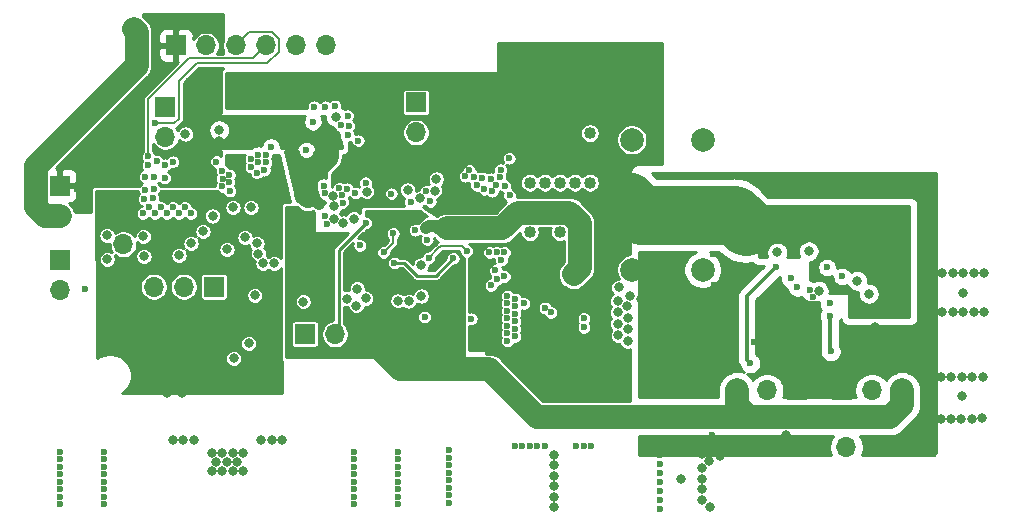
<source format=gbr>
G04 #@! TF.GenerationSoftware,KiCad,Pcbnew,5.99.0+really5.1.10+dfsg1-1*
G04 #@! TF.CreationDate,2022-01-09T21:41:06-05:00*
G04 #@! TF.ProjectId,radio,72616469-6f2e-46b6-9963-61645f706362,rev?*
G04 #@! TF.SameCoordinates,Original*
G04 #@! TF.FileFunction,Copper,L3,Inr*
G04 #@! TF.FilePolarity,Positive*
%FSLAX46Y46*%
G04 Gerber Fmt 4.6, Leading zero omitted, Abs format (unit mm)*
G04 Created by KiCad (PCBNEW 5.99.0+really5.1.10+dfsg1-1) date 2022-01-09 21:41:06*
%MOMM*%
%LPD*%
G01*
G04 APERTURE LIST*
G04 #@! TA.AperFunction,ComponentPad*
%ADD10O,1.700000X1.700000*%
G04 #@! TD*
G04 #@! TA.AperFunction,ComponentPad*
%ADD11R,1.700000X1.700000*%
G04 #@! TD*
G04 #@! TA.AperFunction,ComponentPad*
%ADD12C,1.016000*%
G04 #@! TD*
G04 #@! TA.AperFunction,ComponentPad*
%ADD13C,2.000000*%
G04 #@! TD*
G04 #@! TA.AperFunction,ViaPad*
%ADD14C,0.600000*%
G04 #@! TD*
G04 #@! TA.AperFunction,ViaPad*
%ADD15C,0.800000*%
G04 #@! TD*
G04 #@! TA.AperFunction,Conductor*
%ADD16C,2.000000*%
G04 #@! TD*
G04 #@! TA.AperFunction,Conductor*
%ADD17C,0.750000*%
G04 #@! TD*
G04 #@! TA.AperFunction,Conductor*
%ADD18C,0.500000*%
G04 #@! TD*
G04 #@! TA.AperFunction,Conductor*
%ADD19C,1.000000*%
G04 #@! TD*
G04 #@! TA.AperFunction,Conductor*
%ADD20C,5.000000*%
G04 #@! TD*
G04 #@! TA.AperFunction,Conductor*
%ADD21C,0.350000*%
G04 #@! TD*
G04 #@! TA.AperFunction,Conductor*
%ADD22C,0.180000*%
G04 #@! TD*
G04 #@! TA.AperFunction,Conductor*
%ADD23C,0.250000*%
G04 #@! TD*
G04 #@! TA.AperFunction,Conductor*
%ADD24C,0.254000*%
G04 #@! TD*
G04 #@! TA.AperFunction,Conductor*
%ADD25C,0.100000*%
G04 #@! TD*
G04 APERTURE END LIST*
D10*
G04 #@! TO.N,Net-(J12-Pad2)*
G04 #@! TO.C,J12*
X191643000Y-114808000D03*
D11*
G04 #@! TO.N,GND*
X194183000Y-114808000D03*
G04 #@! TD*
D12*
G04 #@! TO.N,GND*
G04 #@! TO.C,U1*
X169926000Y-88201500D03*
X167386000Y-96583500D03*
X164846000Y-96583500D03*
X169926000Y-92392500D03*
X168656000Y-92392500D03*
X167386000Y-92392500D03*
X166116000Y-92392500D03*
X164846000Y-92392500D03*
G04 #@! TD*
D13*
G04 #@! TO.N,Net-(C23-Pad1)*
G04 #@! TO.C,T1*
X179471840Y-99758500D03*
G04 #@! TO.N,GND*
X179471840Y-88758500D03*
X173471840Y-99758500D03*
G04 #@! TO.N,Net-(C22-Pad1)*
X173471840Y-88758500D03*
G04 #@! TD*
D10*
G04 #@! TO.N,Net-(JP11-Pad3)*
G04 #@! TO.C,JP11*
X132994400Y-101193600D03*
G04 #@! TO.N,Net-(JP11-Pad2)*
X135534400Y-101193600D03*
D11*
G04 #@! TO.N,Net-(JP11-Pad1)*
X138074400Y-101193600D03*
G04 #@! TD*
D10*
G04 #@! TO.N,+3V3*
G04 #@! TO.C,JP4*
X150876000Y-105219500D03*
G04 #@! TO.N,Net-(JP4-Pad2)*
X148336000Y-105219500D03*
D11*
G04 #@! TO.N,GND*
X145796000Y-105219500D03*
G04 #@! TD*
D10*
G04 #@! TO.N,+3V3*
G04 #@! TO.C,JP2*
X182372000Y-109982000D03*
G04 #@! TO.N,/Vparamp*
X184912000Y-109982000D03*
D11*
G04 #@! TO.N,GND*
X187452000Y-109982000D03*
G04 #@! TD*
D10*
G04 #@! TO.N,+3V3*
G04 #@! TO.C,JP1*
X196342000Y-109982000D03*
G04 #@! TO.N,/Vbias*
X193802000Y-109982000D03*
D11*
G04 #@! TO.N,GND*
X191262000Y-109982000D03*
G04 #@! TD*
D10*
G04 #@! TO.N,/EXT_IF*
G04 #@! TO.C,J11*
X155194000Y-88138000D03*
D11*
G04 #@! TO.N,GND*
X155194000Y-85598000D03*
G04 #@! TD*
D10*
G04 #@! TO.N,/CLKIN*
G04 #@! TO.C,J10*
X133985000Y-88519000D03*
D11*
G04 #@! TO.N,GND*
X133985000Y-85979000D03*
G04 #@! TD*
D10*
G04 #@! TO.N,GNDD*
G04 #@! TO.C,J9*
X147574000Y-80772000D03*
G04 #@! TO.N,/RESET*
X145034000Y-80772000D03*
G04 #@! TO.N,/FQ_UD*
X142494000Y-80772000D03*
G04 #@! TO.N,/W_CLK*
X139954000Y-80772000D03*
G04 #@! TO.N,/D7*
X137414000Y-80772000D03*
D11*
G04 #@! TO.N,+5V*
X134874000Y-80772000D03*
G04 #@! TD*
D10*
G04 #@! TO.N,GND*
G04 #@! TO.C,J7*
X125095000Y-101473000D03*
D11*
G04 #@! TO.N,+3V3*
X125095000Y-98933000D03*
G04 #@! TD*
D10*
G04 #@! TO.N,GND*
G04 #@! TO.C,J6*
X130429000Y-97599500D03*
D11*
G04 #@! TO.N,/AVDD*
X130429000Y-95059500D03*
G04 #@! TD*
D10*
G04 #@! TO.N,GNDD*
G04 #@! TO.C,J1*
X125031500Y-95186500D03*
D11*
G04 #@! TO.N,+5V*
X125031500Y-92646500D03*
G04 #@! TD*
D14*
G04 #@! TO.N,+5V*
X147025000Y-94175000D03*
D15*
X148361400Y-88442800D03*
X138493995Y-88896873D03*
D14*
X157784800Y-96266000D03*
X157175200Y-96316800D03*
D15*
X168538808Y-100154828D03*
D14*
X156013213Y-96313213D03*
X127365500Y-89209500D03*
X128445500Y-91884500D03*
X126455250Y-92919750D03*
X136450000Y-83350000D03*
X136000000Y-83750000D03*
X136150000Y-84350000D03*
X136600000Y-83950000D03*
X137050000Y-83550000D03*
X137200000Y-84150000D03*
X136750000Y-84550000D03*
X137770000Y-84360000D03*
D15*
G04 #@! TO.N,GNDD*
X148419820Y-86855300D03*
X138523980Y-87937340D03*
X131320540Y-79418180D03*
X131538980Y-82476340D03*
D14*
X149453600Y-88341200D03*
X149504400Y-87579200D03*
X149402800Y-86715600D03*
X148336000Y-85902800D03*
X146558000Y-85953600D03*
X147523200Y-85953600D03*
X146470400Y-87237600D03*
X148844000Y-87528400D03*
D15*
X135680701Y-88274620D03*
G04 #@! TO.N,GND*
X201549000Y-101727000D03*
X201422000Y-110490000D03*
X177673000Y-117475000D03*
D14*
X153670000Y-118999000D03*
X153670000Y-117094000D03*
X149987000Y-115189000D03*
X153670000Y-115189000D03*
X149987000Y-118364000D03*
X153670000Y-119634000D03*
X149987000Y-119634000D03*
X153670000Y-115824000D03*
X153670000Y-116459000D03*
X153670000Y-118364000D03*
X153670000Y-117729000D03*
X149987000Y-116459000D03*
X149987000Y-117094000D03*
X149987000Y-117729000D03*
X149987000Y-118999000D03*
X149987000Y-115824000D03*
X145897600Y-89662000D03*
D15*
X182054500Y-105727500D03*
X189293500Y-101536500D03*
X188976000Y-106680000D03*
D14*
X187325000Y-104140000D03*
X187984000Y-103483000D03*
X187984000Y-102846000D03*
X188785500Y-102044500D03*
X187319000Y-102818000D03*
X186654000Y-102818000D03*
X185980000Y-102818000D03*
X185324000Y-103441500D03*
X185356500Y-104076500D03*
X185989000Y-103483000D03*
X186654000Y-103483000D03*
X187347000Y-103483000D03*
X186690000Y-104140000D03*
X185991500Y-104140000D03*
X185991500Y-105473500D03*
X187960000Y-105410000D03*
X187960000Y-104775000D03*
X187325000Y-104813000D03*
X185989000Y-104813000D03*
X185324000Y-104813000D03*
X187325000Y-105473500D03*
X186654000Y-105473500D03*
X185314250Y-102827750D03*
X187984000Y-104148000D03*
X186654000Y-104813000D03*
X185324000Y-105447990D03*
X183832500Y-105918000D03*
D15*
X141853920Y-98404680D03*
X143179800Y-99222560D03*
X142247620Y-99222560D03*
X137975340Y-95204280D03*
X148234400Y-95455740D03*
X149938740Y-95435420D03*
X150952200Y-102176580D03*
X149329140Y-102196900D03*
X141550000Y-101922580D03*
X145650000Y-102471220D03*
X150147020Y-102816660D03*
X150218140Y-101371400D03*
X156900880Y-92082620D03*
X153664920Y-102392480D03*
X154586940Y-102420420D03*
X155638500Y-101981000D03*
D14*
X138803380Y-91389200D03*
X138821160Y-92049600D03*
X139395200Y-91744800D03*
D15*
X132166360Y-98625660D03*
X129057400Y-98879660D03*
X129032000Y-96857820D03*
X132115560Y-96931480D03*
X156768800Y-93068140D03*
X155549600Y-93728540D03*
X154492960Y-93007180D03*
X151028400Y-93149420D03*
X148285200Y-94386400D03*
X148183600Y-93522800D03*
X149047200Y-95808800D03*
X155630845Y-99349938D03*
D14*
X127137160Y-101389180D03*
X159715200Y-91338400D03*
X161645600Y-93116400D03*
X160985200Y-92964000D03*
X160324800Y-92608400D03*
X162001200Y-92557600D03*
X162356800Y-91287600D03*
X162306000Y-91948000D03*
X159359600Y-91846400D03*
X160070800Y-91897200D03*
X160782000Y-91998800D03*
X161544000Y-92049600D03*
X162712400Y-92659200D03*
X148691600Y-92862400D03*
X148945600Y-93421200D03*
X139344400Y-92354400D03*
D15*
X175564800Y-101955600D03*
X174244000Y-102209600D03*
X173075600Y-102870000D03*
X173126400Y-103835200D03*
X173177200Y-104749600D03*
X173126400Y-105816400D03*
X172313600Y-105308400D03*
X172262800Y-104343200D03*
X172262800Y-103378000D03*
X172262800Y-102412800D03*
X173329600Y-101955600D03*
X172364400Y-101244400D03*
X174701200Y-101244400D03*
D14*
X134620000Y-90627200D03*
X133959600Y-90881200D03*
X133299200Y-90576400D03*
X132537200Y-90932000D03*
X132994400Y-92913200D03*
X132283200Y-93014800D03*
X132892800Y-93675200D03*
X132181600Y-93776800D03*
X132588000Y-94488000D03*
X133604000Y-94488000D03*
X134620000Y-94488000D03*
X135636000Y-94488000D03*
X136144000Y-94996000D03*
X135128000Y-94996000D03*
X134112000Y-94996000D03*
X133096000Y-94996000D03*
X132080000Y-94996000D03*
X161417000Y-98298000D03*
X162052000Y-98298000D03*
X162687000Y-98298000D03*
X162433000Y-98933000D03*
X161925000Y-99822000D03*
X162687000Y-100330000D03*
X162052000Y-100584000D03*
X161544000Y-101092000D03*
X164338000Y-102616000D03*
X163576000Y-102870000D03*
X163576000Y-103505000D03*
X163576000Y-104140000D03*
X163576000Y-104775000D03*
X163576000Y-105410000D03*
X163576000Y-102235000D03*
X162941000Y-102616000D03*
X162941000Y-103251000D03*
X162941000Y-103886000D03*
X162941000Y-104521000D03*
X162941000Y-105156000D03*
X162941000Y-105791000D03*
X162941000Y-101981000D03*
X166116000Y-102997000D03*
X166624000Y-103378000D03*
X169418000Y-103886000D03*
X169418000Y-104648000D03*
X147370800Y-92659200D03*
X147523200Y-93268800D03*
X150063200Y-93268800D03*
X149352000Y-92913200D03*
X148996400Y-94081600D03*
X147523200Y-95250000D03*
X147675600Y-95910400D03*
X156413200Y-93980000D03*
X156057600Y-93116400D03*
X154736800Y-94030800D03*
X150926800Y-92405200D03*
D15*
X135128000Y-98552000D03*
X136144000Y-97536000D03*
X137160000Y-96520000D03*
X139700000Y-94488000D03*
X141224000Y-94488000D03*
X141732000Y-97536000D03*
X140716000Y-97028000D03*
X139192000Y-98044000D03*
D14*
X138811000Y-92710000D03*
X139446000Y-93091000D03*
X195000000Y-107750000D03*
X194500000Y-108250000D03*
X193750000Y-108250000D03*
X193000000Y-108250000D03*
X192250000Y-108250000D03*
X195200000Y-108400000D03*
X195600000Y-107900000D03*
X191600000Y-108300000D03*
X191000000Y-108400000D03*
D15*
X188450000Y-98200000D03*
X185800000Y-98300000D03*
D14*
X189992000Y-99568000D03*
D15*
X192550000Y-100700000D03*
X193550000Y-101800000D03*
X194100000Y-104650000D03*
X193750000Y-105450000D03*
D14*
X142494000Y-90678000D03*
X142348501Y-91331499D03*
X141859000Y-90678000D03*
X141224000Y-91059000D03*
X141224000Y-90424000D03*
X141859000Y-90043000D03*
X142494000Y-90043000D03*
X141728190Y-91563190D03*
X188531500Y-101473000D03*
X180276500Y-113753900D03*
X181102000Y-114498000D03*
D15*
X180187600Y-115011200D03*
X180898800Y-115519200D03*
X180035200Y-115925600D03*
X186485363Y-113760000D03*
X203098400Y-112318800D03*
X202234800Y-112369600D03*
X201371200Y-112369600D03*
X200507600Y-112369600D03*
X199644000Y-112369600D03*
X198780400Y-112369600D03*
X203200000Y-108839000D03*
X202311000Y-108839000D03*
X201422000Y-108839000D03*
X200533000Y-108839000D03*
X199644000Y-108839000D03*
X198755000Y-108839000D03*
X198501000Y-109728000D03*
X198501000Y-110617000D03*
X198501000Y-111506000D03*
X203327000Y-100076000D03*
X202438000Y-100076000D03*
X201549000Y-100076000D03*
X200660000Y-100076000D03*
X199771000Y-100076000D03*
X198882000Y-100076000D03*
X203327000Y-103378000D03*
X202438000Y-103378000D03*
X201549000Y-103378000D03*
X200660000Y-103378000D03*
X199771000Y-103378000D03*
X198882000Y-103378000D03*
X198501000Y-102616000D03*
X198501000Y-101727000D03*
X198501000Y-100838000D03*
D14*
X181356000Y-100076000D03*
X181102000Y-98679000D03*
X181102000Y-100711000D03*
X181356000Y-99314000D03*
X180467000Y-101092000D03*
X180340000Y-98425000D03*
D15*
X140589000Y-115316000D03*
X139700000Y-115316000D03*
X138811000Y-115316000D03*
X137922000Y-115316000D03*
X134620000Y-114173000D03*
X135509000Y-114173000D03*
X136398000Y-114173000D03*
X142113000Y-114173000D03*
X143002000Y-114173000D03*
X143891000Y-114173000D03*
X138303000Y-116078000D03*
X139192000Y-116078000D03*
X140081000Y-116078000D03*
X140589000Y-116840000D03*
X139700000Y-116840000D03*
X138811000Y-116840000D03*
X137922000Y-116840000D03*
D14*
X128778000Y-115189000D03*
X128778000Y-115824000D03*
X128778000Y-116459000D03*
X128778000Y-117094000D03*
X128778000Y-117729000D03*
X128778000Y-118364000D03*
X128778000Y-118999000D03*
X128778000Y-119634000D03*
X125095000Y-115189000D03*
X125095000Y-115824000D03*
X125095000Y-116459000D03*
X125095000Y-117094000D03*
X125095000Y-117729000D03*
X125095000Y-118364000D03*
X125095000Y-118999000D03*
X125095000Y-119634000D03*
D15*
X166878000Y-115443000D03*
X166878000Y-116332000D03*
X166878000Y-117221000D03*
X166878000Y-118110000D03*
X166878000Y-118999000D03*
X166878000Y-119888000D03*
D14*
X157988000Y-115062000D03*
X157988000Y-115697000D03*
X157988000Y-116332000D03*
X157988000Y-116967000D03*
X157988000Y-117602000D03*
X157988000Y-118237000D03*
X157988000Y-118872000D03*
X157988000Y-119507000D03*
X163576000Y-114681000D03*
X164211000Y-114681000D03*
X164846000Y-114681000D03*
X165481000Y-114681000D03*
X166116000Y-114681000D03*
X170053000Y-114681000D03*
X169418000Y-114681000D03*
X168783000Y-114681000D03*
X175895000Y-114808000D03*
X175895000Y-115443000D03*
X175895000Y-116205000D03*
X175895000Y-116967000D03*
X175895000Y-117729000D03*
X175895000Y-118491000D03*
X175895000Y-119253000D03*
X175895000Y-120015000D03*
D15*
X179425600Y-115366800D03*
X179425600Y-116586000D03*
X179374800Y-117449600D03*
X179374800Y-118364000D03*
X179374800Y-119227600D03*
X180086000Y-119888000D03*
D14*
X153111200Y-93319600D03*
D15*
X139768005Y-107256005D03*
X141038005Y-105986005D03*
G04 #@! TO.N,+3V3*
X151892000Y-95358000D03*
X152640260Y-95709740D03*
X151892000Y-96208000D03*
X153850500Y-95450500D03*
X145450000Y-95150000D03*
X145836200Y-95946400D03*
D14*
X144551400Y-95946400D03*
D15*
X152146000Y-101854000D03*
X152654000Y-102743000D03*
X151130000Y-103251000D03*
X152019000Y-103505000D03*
X152908000Y-103632000D03*
X152273000Y-104394000D03*
D14*
G04 #@! TO.N,/AVDD*
X158242000Y-92710000D03*
D15*
X195000000Y-103000000D03*
X193622000Y-103378000D03*
D14*
X194350000Y-103450000D03*
D15*
X183850000Y-97900000D03*
X184700000Y-97900000D03*
X184900000Y-97000000D03*
X184050000Y-97050000D03*
X183150000Y-97000000D03*
X183100000Y-96100000D03*
X183950000Y-96150000D03*
X184850000Y-96100000D03*
D14*
X172150000Y-80950000D03*
X172850000Y-80950000D03*
X173550000Y-80950000D03*
X174250000Y-80950000D03*
X174950000Y-80950000D03*
X175650000Y-80950000D03*
X175650000Y-81600000D03*
X174950000Y-81600000D03*
X174250000Y-81600000D03*
X173550000Y-81600000D03*
X174750000Y-82350000D03*
X175500000Y-82350000D03*
X172750000Y-82050000D03*
D15*
X162350000Y-87700000D03*
X168061002Y-84097485D03*
D14*
X133921500Y-91998500D03*
X132265500Y-91884500D03*
X133040500Y-91884500D03*
X142240000Y-92354401D03*
X191262000Y-98755000D03*
X189140910Y-99097910D03*
X189032000Y-99893000D03*
D15*
X167703500Y-109156500D03*
X169926000Y-109474000D03*
X166624000Y-109982000D03*
D14*
X142875000Y-92075000D03*
D15*
X135382000Y-106426000D03*
X134112000Y-106426000D03*
X134112000Y-110236000D03*
X135382000Y-110236000D03*
X134112000Y-108458000D03*
D14*
X141478000Y-92710000D03*
X142113000Y-92964000D03*
G04 #@! TO.N,Net-(C29-Pad2)*
X191262000Y-100330000D03*
X186944000Y-100482400D03*
G04 #@! TO.N,/Vgs3*
X187482164Y-101188813D03*
X190246000Y-102616000D03*
G04 #@! TO.N,Net-(C43-Pad1)*
X190246000Y-103682800D03*
X190302000Y-106680000D03*
G04 #@! TO.N,/RESET*
X150308693Y-88833809D03*
X142921268Y-89378735D03*
G04 #@! TO.N,/FQ_UD*
X132537199Y-90171999D03*
G04 #@! TO.N,/W_CLK*
X133096000Y-87376000D03*
G04 #@! TO.N,/CLKIN*
X138303000Y-90606500D03*
X156139998Y-97205000D03*
G04 #@! TO.N,/Vparamp*
X183515000Y-107696000D03*
X185671298Y-99541741D03*
G04 #@! TO.N,Net-(JP4-Pad2)*
X155121426Y-96414951D03*
X150932000Y-95800000D03*
G04 #@! TO.N,Net-(JP5-Pad2)*
X150450000Y-97700000D03*
X155926000Y-103759000D03*
G04 #@! TO.N,/CMOSCLK2*
X158358840Y-98793300D03*
X153360479Y-99195176D03*
G04 #@! TO.N,Net-(L24-Pad2)*
X163118800Y-93472000D03*
X163085498Y-90322400D03*
G04 #@! TO.N,Net-(TP1-Pad1)*
X156299676Y-98739199D03*
X159490998Y-98175000D03*
X159868928Y-103911889D03*
G04 #@! TO.N,/CMOSCLK1*
X153262725Y-96680988D03*
X152450000Y-98297990D03*
G04 #@! TD*
D16*
G04 #@! TO.N,+5V*
X163836103Y-94915499D02*
X162485602Y-96266000D01*
X168186641Y-94915499D02*
X163836103Y-94915499D01*
X169054001Y-95782859D02*
X168186641Y-94915499D01*
X169054001Y-99639635D02*
X169054001Y-95782859D01*
X162485602Y-96266000D02*
X157784800Y-96266000D01*
X168538808Y-100154828D02*
X169054001Y-99639635D01*
D17*
X157175200Y-96316800D02*
X157140989Y-96282589D01*
D18*
X156016800Y-96316800D02*
X156013213Y-96313213D01*
D19*
X156309625Y-96016801D02*
X156081427Y-96244999D01*
X156875201Y-96016801D02*
X156309625Y-96016801D01*
X157175200Y-96316800D02*
X156875201Y-96016801D01*
X148361400Y-88442800D02*
X147667800Y-88442800D01*
X147667800Y-88442800D02*
X147643734Y-88418734D01*
D16*
X146063199Y-93538199D02*
X146063199Y-93539999D01*
X145910799Y-93385799D02*
X146063199Y-93538199D01*
X145910799Y-91958399D02*
X145910799Y-93385799D01*
X147667800Y-90201398D02*
X145910799Y-91958399D01*
X147667800Y-88442800D02*
X147667800Y-90201398D01*
D19*
X146235799Y-93385799D02*
X147025000Y-94175000D01*
X145910799Y-93385799D02*
X146235799Y-93385799D01*
X136750000Y-87732162D02*
X137160000Y-88142162D01*
X136750000Y-84550000D02*
X136750000Y-87732162D01*
X137160000Y-88142162D02*
X137160000Y-89509600D01*
X138491357Y-88997341D02*
X138493995Y-88997341D01*
X137674298Y-89814400D02*
X138491357Y-88997341D01*
X137464800Y-89814400D02*
X137674298Y-89814400D01*
X137160000Y-89509600D02*
X137464800Y-89814400D01*
D16*
G04 #@! TO.N,GNDD*
X131538980Y-82476340D02*
X131077199Y-82938121D01*
X131538980Y-79636620D02*
X131320540Y-79418180D01*
X131538980Y-82476340D02*
X131538980Y-79636620D01*
X123021499Y-94424501D02*
X123021499Y-90993821D01*
X123783498Y-95186500D02*
X123021499Y-94424501D01*
X125031500Y-95186500D02*
X123783498Y-95186500D01*
X123021499Y-90993821D02*
X131538980Y-82476340D01*
G04 #@! TO.N,+3V3*
X196342000Y-111184081D02*
X195326081Y-112200000D01*
X196342000Y-109982000D02*
X196342000Y-111184081D01*
X182372000Y-111184081D02*
X182372000Y-109982000D01*
X183387919Y-112200000D02*
X182372000Y-111184081D01*
X195326081Y-112200000D02*
X186504000Y-112200000D01*
X183387919Y-112200000D02*
X166200000Y-112200000D01*
X186504000Y-112200000D02*
X183387919Y-112200000D01*
X150876000Y-105219500D02*
X153860500Y-108204000D01*
X165413000Y-112200000D02*
X166200000Y-112200000D01*
X161417000Y-108204000D02*
X165413000Y-112200000D01*
X153860500Y-108204000D02*
X161417000Y-108204000D01*
D20*
G04 #@! TO.N,/AVDD*
X183100000Y-96100000D02*
X182100000Y-95100000D01*
X174280860Y-95100000D02*
X173094001Y-93913141D01*
X182100000Y-95100000D02*
X174280860Y-95100000D01*
D21*
G04 #@! TO.N,Net-(C43-Pad1)*
X190246000Y-106624000D02*
X190302000Y-106680000D01*
X190246000Y-103682800D02*
X190246000Y-106624000D01*
D22*
G04 #@! TO.N,/FQ_UD*
X141393999Y-81872001D02*
X142494000Y-80772000D01*
X132537199Y-85276799D02*
X135941997Y-81872001D01*
X135941997Y-81872001D02*
X141393999Y-81872001D01*
X132537199Y-90171999D02*
X132537199Y-85276799D01*
G04 #@! TO.N,/W_CLK*
X143022001Y-79671999D02*
X141054001Y-79671999D01*
X143594001Y-80243999D02*
X143022001Y-79671999D01*
X141054001Y-79671999D02*
X139954000Y-80772000D01*
X143594001Y-81300001D02*
X143594001Y-80243999D01*
X142598002Y-82296000D02*
X143594001Y-81300001D01*
X136652000Y-82296000D02*
X142598002Y-82296000D01*
X135128000Y-83820000D02*
X136652000Y-82296000D01*
X135128000Y-86986002D02*
X135128000Y-83820000D01*
X134738002Y-87376000D02*
X135128000Y-86986002D01*
X133096000Y-87376000D02*
X134738002Y-87376000D01*
D21*
G04 #@! TO.N,/Vparamp*
X183197499Y-102015540D02*
X185671298Y-99541741D01*
X183197499Y-107378499D02*
X183197499Y-102015540D01*
X183515000Y-107696000D02*
X183197499Y-107378499D01*
D23*
G04 #@! TO.N,Net-(JP4-Pad2)*
X148644139Y-98087861D02*
X148644139Y-104911361D01*
X148644139Y-104911361D02*
X148336000Y-105219500D01*
X150932000Y-95800000D02*
X148644139Y-98087861D01*
G04 #@! TO.N,/CMOSCLK2*
X158230477Y-98664937D02*
X158358840Y-98793300D01*
X153360479Y-99195176D02*
X154170176Y-99195176D01*
X154170176Y-99195176D02*
X155250000Y-100275000D01*
X156877140Y-100275000D02*
X158358840Y-98793300D01*
X155250000Y-100275000D02*
X156877140Y-100275000D01*
D22*
G04 #@! TO.N,Net-(TP1-Pad1)*
X156299676Y-98739199D02*
X157088875Y-97950000D01*
X159063997Y-97747999D02*
X159490998Y-98175000D01*
X157290876Y-97747999D02*
X159063997Y-97747999D01*
X157088875Y-97950000D02*
X157290876Y-97747999D01*
G04 #@! TO.N,/CMOSCLK1*
X153262725Y-97485265D02*
X152450000Y-98297990D01*
X153262725Y-96680988D02*
X153262725Y-97485265D01*
G04 #@! TD*
D24*
G04 #@! TO.N,GND*
X183387918Y-113842911D02*
X183468238Y-113835000D01*
X190515893Y-113835000D01*
X190489525Y-113861368D01*
X190327010Y-114104589D01*
X190215068Y-114374842D01*
X190158000Y-114661740D01*
X190158000Y-114954260D01*
X190215068Y-115241158D01*
X190298673Y-115443000D01*
X174117000Y-115443000D01*
X174117000Y-113835000D01*
X183307599Y-113835000D01*
X183387918Y-113842911D01*
G04 #@! TA.AperFunction,Conductor*
D25*
G36*
X183387918Y-113842911D02*
G01*
X183468238Y-113835000D01*
X190515893Y-113835000D01*
X190489525Y-113861368D01*
X190327010Y-114104589D01*
X190215068Y-114374842D01*
X190158000Y-114661740D01*
X190158000Y-114954260D01*
X190215068Y-115241158D01*
X190298673Y-115443000D01*
X174117000Y-115443000D01*
X174117000Y-113835000D01*
X183307599Y-113835000D01*
X183387918Y-113842911D01*
G37*
G04 #@! TD.AperFunction*
D24*
X199263000Y-115217654D02*
X199037654Y-115443000D01*
X192987327Y-115443000D01*
X193070932Y-115241158D01*
X193128000Y-114954260D01*
X193128000Y-114661740D01*
X193070932Y-114374842D01*
X192958990Y-114104589D01*
X192796475Y-113861368D01*
X192770107Y-113835000D01*
X195245762Y-113835000D01*
X195326081Y-113842911D01*
X195406400Y-113835000D01*
X195406403Y-113835000D01*
X195646597Y-113811343D01*
X195954796Y-113717852D01*
X196238833Y-113566031D01*
X196487795Y-113361714D01*
X196539006Y-113299313D01*
X197441313Y-112397006D01*
X197503714Y-112345795D01*
X197708031Y-112096833D01*
X197859852Y-111812796D01*
X197953343Y-111504597D01*
X197977000Y-111264403D01*
X197977000Y-111264401D01*
X197984911Y-111184082D01*
X197977000Y-111103762D01*
X197977000Y-109901678D01*
X197953343Y-109661484D01*
X197859852Y-109353285D01*
X197708031Y-109069248D01*
X197503714Y-108820286D01*
X197254751Y-108615969D01*
X196970714Y-108464148D01*
X196662515Y-108370657D01*
X196342000Y-108339089D01*
X196021484Y-108370657D01*
X195713285Y-108464148D01*
X195429248Y-108615969D01*
X195180286Y-108820286D01*
X194977151Y-109067809D01*
X194955475Y-109035368D01*
X194748632Y-108828525D01*
X194505411Y-108666010D01*
X194235158Y-108554068D01*
X193948260Y-108497000D01*
X193655740Y-108497000D01*
X193368842Y-108554068D01*
X193098589Y-108666010D01*
X192855368Y-108828525D01*
X192648525Y-109035368D01*
X192486010Y-109278589D01*
X192374068Y-109548842D01*
X192317000Y-109835740D01*
X192317000Y-110128260D01*
X192374068Y-110415158D01*
X192436134Y-110565000D01*
X186277866Y-110565000D01*
X186339932Y-110415158D01*
X186397000Y-110128260D01*
X186397000Y-109835740D01*
X186339932Y-109548842D01*
X186227990Y-109278589D01*
X186065475Y-109035368D01*
X185858632Y-108828525D01*
X185615411Y-108666010D01*
X185345158Y-108554068D01*
X185058260Y-108497000D01*
X184765740Y-108497000D01*
X184478842Y-108554068D01*
X184208589Y-108666010D01*
X183965368Y-108828525D01*
X183758525Y-109035368D01*
X183736849Y-109067808D01*
X183533714Y-108820286D01*
X183284752Y-108615969D01*
X183247651Y-108596138D01*
X183422911Y-108631000D01*
X183607089Y-108631000D01*
X183787729Y-108595068D01*
X183957889Y-108524586D01*
X184111028Y-108422262D01*
X184241262Y-108292028D01*
X184343586Y-108138889D01*
X184414068Y-107968729D01*
X184450000Y-107788089D01*
X184450000Y-107603911D01*
X184414068Y-107423271D01*
X184343586Y-107253111D01*
X184241262Y-107099972D01*
X184111028Y-106969738D01*
X184007499Y-106900562D01*
X184007499Y-102351052D01*
X185911216Y-100447336D01*
X185944027Y-100440809D01*
X186009000Y-100413897D01*
X186009000Y-100574489D01*
X186044932Y-100755129D01*
X186115414Y-100925289D01*
X186217738Y-101078428D01*
X186347972Y-101208662D01*
X186501111Y-101310986D01*
X186557821Y-101334476D01*
X186583096Y-101461542D01*
X186653578Y-101631702D01*
X186755902Y-101784841D01*
X186886136Y-101915075D01*
X187039275Y-102017399D01*
X187209435Y-102087881D01*
X187390075Y-102123813D01*
X187574253Y-102123813D01*
X187754893Y-102087881D01*
X187864764Y-102042372D01*
X187881336Y-102097004D01*
X187940017Y-102206787D01*
X188018987Y-102303013D01*
X188115213Y-102381983D01*
X188224996Y-102440664D01*
X188344118Y-102476799D01*
X188468000Y-102489000D01*
X189317944Y-102489000D01*
X189311000Y-102523911D01*
X189311000Y-102708089D01*
X189346932Y-102888729D01*
X189417414Y-103058889D01*
X189477891Y-103149400D01*
X189417414Y-103239911D01*
X189346932Y-103410071D01*
X189311000Y-103590711D01*
X189311000Y-103774889D01*
X189346932Y-103955529D01*
X189417414Y-104125689D01*
X189436000Y-104153505D01*
X189436001Y-106327435D01*
X189402932Y-106407271D01*
X189367000Y-106587911D01*
X189367000Y-106772089D01*
X189402932Y-106952729D01*
X189473414Y-107122889D01*
X189575738Y-107276028D01*
X189705972Y-107406262D01*
X189859111Y-107508586D01*
X190029271Y-107579068D01*
X190209911Y-107615000D01*
X190394089Y-107615000D01*
X190574729Y-107579068D01*
X190744889Y-107508586D01*
X190898028Y-107406262D01*
X191028262Y-107276028D01*
X191130586Y-107122889D01*
X191201068Y-106952729D01*
X191237000Y-106772089D01*
X191237000Y-106587911D01*
X191201068Y-106407271D01*
X191130586Y-106237111D01*
X191056000Y-106125485D01*
X191056000Y-104153505D01*
X191074586Y-104125689D01*
X191142466Y-103961810D01*
X191147201Y-104009882D01*
X191183336Y-104129004D01*
X191242017Y-104238787D01*
X191320987Y-104335013D01*
X191417213Y-104413983D01*
X191526996Y-104472664D01*
X191646118Y-104508799D01*
X191770000Y-104521000D01*
X197104000Y-104521000D01*
X197227882Y-104508799D01*
X197347004Y-104472664D01*
X197456787Y-104413983D01*
X197553013Y-104335013D01*
X197631983Y-104238787D01*
X197690664Y-104129004D01*
X197726799Y-104009882D01*
X197739000Y-103886000D01*
X197739000Y-94234000D01*
X197726799Y-94110118D01*
X197690664Y-93990996D01*
X197631983Y-93881213D01*
X197553013Y-93784987D01*
X197456787Y-93706017D01*
X197347004Y-93647336D01*
X197227882Y-93611201D01*
X197104000Y-93599000D01*
X185032558Y-93599000D01*
X184425683Y-92992125D01*
X184327505Y-92872495D01*
X183850140Y-92480731D01*
X183305517Y-92189624D01*
X182714567Y-92010362D01*
X182254002Y-91965000D01*
X182253995Y-91965000D01*
X182100000Y-91949833D01*
X181946005Y-91965000D01*
X175579418Y-91965000D01*
X175201884Y-91587466D01*
X175176946Y-91567000D01*
X199263000Y-91567000D01*
X199263000Y-115217654D01*
G04 #@! TA.AperFunction,Conductor*
D25*
G36*
X199263000Y-115217654D02*
G01*
X199037654Y-115443000D01*
X192987327Y-115443000D01*
X193070932Y-115241158D01*
X193128000Y-114954260D01*
X193128000Y-114661740D01*
X193070932Y-114374842D01*
X192958990Y-114104589D01*
X192796475Y-113861368D01*
X192770107Y-113835000D01*
X195245762Y-113835000D01*
X195326081Y-113842911D01*
X195406400Y-113835000D01*
X195406403Y-113835000D01*
X195646597Y-113811343D01*
X195954796Y-113717852D01*
X196238833Y-113566031D01*
X196487795Y-113361714D01*
X196539006Y-113299313D01*
X197441313Y-112397006D01*
X197503714Y-112345795D01*
X197708031Y-112096833D01*
X197859852Y-111812796D01*
X197953343Y-111504597D01*
X197977000Y-111264403D01*
X197977000Y-111264401D01*
X197984911Y-111184082D01*
X197977000Y-111103762D01*
X197977000Y-109901678D01*
X197953343Y-109661484D01*
X197859852Y-109353285D01*
X197708031Y-109069248D01*
X197503714Y-108820286D01*
X197254751Y-108615969D01*
X196970714Y-108464148D01*
X196662515Y-108370657D01*
X196342000Y-108339089D01*
X196021484Y-108370657D01*
X195713285Y-108464148D01*
X195429248Y-108615969D01*
X195180286Y-108820286D01*
X194977151Y-109067809D01*
X194955475Y-109035368D01*
X194748632Y-108828525D01*
X194505411Y-108666010D01*
X194235158Y-108554068D01*
X193948260Y-108497000D01*
X193655740Y-108497000D01*
X193368842Y-108554068D01*
X193098589Y-108666010D01*
X192855368Y-108828525D01*
X192648525Y-109035368D01*
X192486010Y-109278589D01*
X192374068Y-109548842D01*
X192317000Y-109835740D01*
X192317000Y-110128260D01*
X192374068Y-110415158D01*
X192436134Y-110565000D01*
X186277866Y-110565000D01*
X186339932Y-110415158D01*
X186397000Y-110128260D01*
X186397000Y-109835740D01*
X186339932Y-109548842D01*
X186227990Y-109278589D01*
X186065475Y-109035368D01*
X185858632Y-108828525D01*
X185615411Y-108666010D01*
X185345158Y-108554068D01*
X185058260Y-108497000D01*
X184765740Y-108497000D01*
X184478842Y-108554068D01*
X184208589Y-108666010D01*
X183965368Y-108828525D01*
X183758525Y-109035368D01*
X183736849Y-109067808D01*
X183533714Y-108820286D01*
X183284752Y-108615969D01*
X183247651Y-108596138D01*
X183422911Y-108631000D01*
X183607089Y-108631000D01*
X183787729Y-108595068D01*
X183957889Y-108524586D01*
X184111028Y-108422262D01*
X184241262Y-108292028D01*
X184343586Y-108138889D01*
X184414068Y-107968729D01*
X184450000Y-107788089D01*
X184450000Y-107603911D01*
X184414068Y-107423271D01*
X184343586Y-107253111D01*
X184241262Y-107099972D01*
X184111028Y-106969738D01*
X184007499Y-106900562D01*
X184007499Y-102351052D01*
X185911216Y-100447336D01*
X185944027Y-100440809D01*
X186009000Y-100413897D01*
X186009000Y-100574489D01*
X186044932Y-100755129D01*
X186115414Y-100925289D01*
X186217738Y-101078428D01*
X186347972Y-101208662D01*
X186501111Y-101310986D01*
X186557821Y-101334476D01*
X186583096Y-101461542D01*
X186653578Y-101631702D01*
X186755902Y-101784841D01*
X186886136Y-101915075D01*
X187039275Y-102017399D01*
X187209435Y-102087881D01*
X187390075Y-102123813D01*
X187574253Y-102123813D01*
X187754893Y-102087881D01*
X187864764Y-102042372D01*
X187881336Y-102097004D01*
X187940017Y-102206787D01*
X188018987Y-102303013D01*
X188115213Y-102381983D01*
X188224996Y-102440664D01*
X188344118Y-102476799D01*
X188468000Y-102489000D01*
X189317944Y-102489000D01*
X189311000Y-102523911D01*
X189311000Y-102708089D01*
X189346932Y-102888729D01*
X189417414Y-103058889D01*
X189477891Y-103149400D01*
X189417414Y-103239911D01*
X189346932Y-103410071D01*
X189311000Y-103590711D01*
X189311000Y-103774889D01*
X189346932Y-103955529D01*
X189417414Y-104125689D01*
X189436000Y-104153505D01*
X189436001Y-106327435D01*
X189402932Y-106407271D01*
X189367000Y-106587911D01*
X189367000Y-106772089D01*
X189402932Y-106952729D01*
X189473414Y-107122889D01*
X189575738Y-107276028D01*
X189705972Y-107406262D01*
X189859111Y-107508586D01*
X190029271Y-107579068D01*
X190209911Y-107615000D01*
X190394089Y-107615000D01*
X190574729Y-107579068D01*
X190744889Y-107508586D01*
X190898028Y-107406262D01*
X191028262Y-107276028D01*
X191130586Y-107122889D01*
X191201068Y-106952729D01*
X191237000Y-106772089D01*
X191237000Y-106587911D01*
X191201068Y-106407271D01*
X191130586Y-106237111D01*
X191056000Y-106125485D01*
X191056000Y-104153505D01*
X191074586Y-104125689D01*
X191142466Y-103961810D01*
X191147201Y-104009882D01*
X191183336Y-104129004D01*
X191242017Y-104238787D01*
X191320987Y-104335013D01*
X191417213Y-104413983D01*
X191526996Y-104472664D01*
X191646118Y-104508799D01*
X191770000Y-104521000D01*
X197104000Y-104521000D01*
X197227882Y-104508799D01*
X197347004Y-104472664D01*
X197456787Y-104413983D01*
X197553013Y-104335013D01*
X197631983Y-104238787D01*
X197690664Y-104129004D01*
X197726799Y-104009882D01*
X197739000Y-103886000D01*
X197739000Y-94234000D01*
X197726799Y-94110118D01*
X197690664Y-93990996D01*
X197631983Y-93881213D01*
X197553013Y-93784987D01*
X197456787Y-93706017D01*
X197347004Y-93647336D01*
X197227882Y-93611201D01*
X197104000Y-93599000D01*
X185032558Y-93599000D01*
X184425683Y-92992125D01*
X184327505Y-92872495D01*
X183850140Y-92480731D01*
X183305517Y-92189624D01*
X182714567Y-92010362D01*
X182254002Y-91965000D01*
X182253995Y-91965000D01*
X182100000Y-91949833D01*
X181946005Y-91965000D01*
X175579418Y-91965000D01*
X175201884Y-91587466D01*
X175176946Y-91567000D01*
X199263000Y-91567000D01*
X199263000Y-115217654D01*
G37*
G04 #@! TD.AperFunction*
D24*
X174126858Y-98235000D02*
X174126864Y-98235000D01*
X174280859Y-98250167D01*
X174434854Y-98235000D01*
X178877433Y-98235000D01*
X178697377Y-98309582D01*
X178429588Y-98488513D01*
X178201853Y-98716248D01*
X178022922Y-98984037D01*
X177899672Y-99281588D01*
X177836840Y-99597467D01*
X177836840Y-99919533D01*
X177899672Y-100235412D01*
X178022922Y-100532963D01*
X178201853Y-100800752D01*
X178429588Y-101028487D01*
X178697377Y-101207418D01*
X178994928Y-101330668D01*
X179310807Y-101393500D01*
X179632873Y-101393500D01*
X179948752Y-101330668D01*
X180246303Y-101207418D01*
X180514092Y-101028487D01*
X180741827Y-100800752D01*
X180920758Y-100532963D01*
X181044008Y-100235412D01*
X181106840Y-99919533D01*
X181106840Y-99597467D01*
X181044008Y-99281588D01*
X180920758Y-98984037D01*
X180741827Y-98716248D01*
X180514092Y-98488513D01*
X180246303Y-98309582D01*
X180066247Y-98235000D01*
X180801442Y-98235000D01*
X180992117Y-98425675D01*
X181349861Y-98719268D01*
X181894483Y-99010376D01*
X182485433Y-99189639D01*
X183100000Y-99250168D01*
X183652364Y-99195765D01*
X183700987Y-99255013D01*
X183797213Y-99333983D01*
X183906996Y-99392664D01*
X184026118Y-99428799D01*
X184150000Y-99441000D01*
X184626526Y-99441000D01*
X182652882Y-101414645D01*
X182621972Y-101440012D01*
X182596607Y-101470920D01*
X182520750Y-101563351D01*
X182445537Y-101704067D01*
X182399220Y-101856753D01*
X182383580Y-102015540D01*
X182387500Y-102055338D01*
X182387499Y-107338711D01*
X182383580Y-107378499D01*
X182387499Y-107418287D01*
X182387499Y-107418289D01*
X182399219Y-107537286D01*
X182445536Y-107689971D01*
X182445537Y-107689972D01*
X182520750Y-107830688D01*
X182540528Y-107854787D01*
X182610140Y-107939611D01*
X182615932Y-107968729D01*
X182686414Y-108138889D01*
X182788738Y-108292028D01*
X182918972Y-108422262D01*
X182965814Y-108453561D01*
X182692516Y-108370657D01*
X182372000Y-108339089D01*
X182051485Y-108370657D01*
X181743286Y-108464148D01*
X181459249Y-108615969D01*
X181210287Y-108820286D01*
X181005970Y-109069248D01*
X180854148Y-109353285D01*
X180760657Y-109661484D01*
X180737000Y-109901678D01*
X180737000Y-110565000D01*
X174117000Y-110565000D01*
X174117000Y-98234029D01*
X174126858Y-98235000D01*
G04 #@! TA.AperFunction,Conductor*
D25*
G36*
X174126858Y-98235000D02*
G01*
X174126864Y-98235000D01*
X174280859Y-98250167D01*
X174434854Y-98235000D01*
X178877433Y-98235000D01*
X178697377Y-98309582D01*
X178429588Y-98488513D01*
X178201853Y-98716248D01*
X178022922Y-98984037D01*
X177899672Y-99281588D01*
X177836840Y-99597467D01*
X177836840Y-99919533D01*
X177899672Y-100235412D01*
X178022922Y-100532963D01*
X178201853Y-100800752D01*
X178429588Y-101028487D01*
X178697377Y-101207418D01*
X178994928Y-101330668D01*
X179310807Y-101393500D01*
X179632873Y-101393500D01*
X179948752Y-101330668D01*
X180246303Y-101207418D01*
X180514092Y-101028487D01*
X180741827Y-100800752D01*
X180920758Y-100532963D01*
X181044008Y-100235412D01*
X181106840Y-99919533D01*
X181106840Y-99597467D01*
X181044008Y-99281588D01*
X180920758Y-98984037D01*
X180741827Y-98716248D01*
X180514092Y-98488513D01*
X180246303Y-98309582D01*
X180066247Y-98235000D01*
X180801442Y-98235000D01*
X180992117Y-98425675D01*
X181349861Y-98719268D01*
X181894483Y-99010376D01*
X182485433Y-99189639D01*
X183100000Y-99250168D01*
X183652364Y-99195765D01*
X183700987Y-99255013D01*
X183797213Y-99333983D01*
X183906996Y-99392664D01*
X184026118Y-99428799D01*
X184150000Y-99441000D01*
X184626526Y-99441000D01*
X182652882Y-101414645D01*
X182621972Y-101440012D01*
X182596607Y-101470920D01*
X182520750Y-101563351D01*
X182445537Y-101704067D01*
X182399220Y-101856753D01*
X182383580Y-102015540D01*
X182387500Y-102055338D01*
X182387499Y-107338711D01*
X182383580Y-107378499D01*
X182387499Y-107418287D01*
X182387499Y-107418289D01*
X182399219Y-107537286D01*
X182445536Y-107689971D01*
X182445537Y-107689972D01*
X182520750Y-107830688D01*
X182540528Y-107854787D01*
X182610140Y-107939611D01*
X182615932Y-107968729D01*
X182686414Y-108138889D01*
X182788738Y-108292028D01*
X182918972Y-108422262D01*
X182965814Y-108453561D01*
X182692516Y-108370657D01*
X182372000Y-108339089D01*
X182051485Y-108370657D01*
X181743286Y-108464148D01*
X181459249Y-108615969D01*
X181210287Y-108820286D01*
X181005970Y-109069248D01*
X180854148Y-109353285D01*
X180760657Y-109661484D01*
X180737000Y-109901678D01*
X180737000Y-110565000D01*
X174117000Y-110565000D01*
X174117000Y-98234029D01*
X174126858Y-98235000D01*
G37*
G04 #@! TD.AperFunction*
G04 #@! TD*
D24*
G04 #@! TO.N,+3V3*
X145120329Y-94482869D02*
X145322392Y-94648697D01*
X145552922Y-94771918D01*
X145803063Y-94847798D01*
X146063199Y-94873419D01*
X146323336Y-94847798D01*
X146482404Y-94799545D01*
X146563320Y-94865952D01*
X146573000Y-94871126D01*
X146573000Y-96550000D01*
X146575440Y-96574776D01*
X146582667Y-96598601D01*
X146594403Y-96620557D01*
X146610197Y-96639803D01*
X146629443Y-96655597D01*
X146651399Y-96667333D01*
X146675224Y-96674560D01*
X146700000Y-96677000D01*
X149415776Y-96677000D01*
X148340239Y-97752538D01*
X148322980Y-97766702D01*
X148266496Y-97835529D01*
X148232944Y-97898301D01*
X148224525Y-97914052D01*
X148198679Y-97999254D01*
X148189952Y-98087861D01*
X148192139Y-98110066D01*
X148192140Y-104048057D01*
X147992682Y-104087731D01*
X147778481Y-104176456D01*
X147585706Y-104305264D01*
X147421764Y-104469206D01*
X147292956Y-104661981D01*
X147204231Y-104876182D01*
X147159000Y-105103576D01*
X147159000Y-105335424D01*
X147204231Y-105562818D01*
X147292956Y-105777019D01*
X147421764Y-105969794D01*
X147585706Y-106133736D01*
X147778481Y-106262544D01*
X147992682Y-106351269D01*
X148220076Y-106396500D01*
X148451924Y-106396500D01*
X148679318Y-106351269D01*
X148893519Y-106262544D01*
X149086294Y-106133736D01*
X149250236Y-105969794D01*
X149379044Y-105777019D01*
X149467769Y-105562818D01*
X149513000Y-105335424D01*
X149513000Y-105103576D01*
X149467769Y-104876182D01*
X149379044Y-104661981D01*
X149250236Y-104469206D01*
X149096139Y-104315109D01*
X149096139Y-103697246D01*
X155299000Y-103697246D01*
X155299000Y-103820754D01*
X155323095Y-103941889D01*
X155370360Y-104055996D01*
X155438977Y-104158689D01*
X155526311Y-104246023D01*
X155629004Y-104314640D01*
X155743111Y-104361905D01*
X155864246Y-104386000D01*
X155987754Y-104386000D01*
X156108889Y-104361905D01*
X156222996Y-104314640D01*
X156325689Y-104246023D01*
X156413023Y-104158689D01*
X156481640Y-104055996D01*
X156528905Y-103941889D01*
X156553000Y-103820754D01*
X156553000Y-103697246D01*
X156528905Y-103576111D01*
X156481640Y-103462004D01*
X156413023Y-103359311D01*
X156325689Y-103271977D01*
X156222996Y-103203360D01*
X156108889Y-103156095D01*
X155987754Y-103132000D01*
X155864246Y-103132000D01*
X155743111Y-103156095D01*
X155629004Y-103203360D01*
X155526311Y-103271977D01*
X155438977Y-103359311D01*
X155370360Y-103462004D01*
X155323095Y-103576111D01*
X155299000Y-103697246D01*
X149096139Y-103697246D01*
X149096139Y-102887287D01*
X149117082Y-102895962D01*
X149257537Y-102923900D01*
X149400743Y-102923900D01*
X149426105Y-102918855D01*
X149447958Y-103028718D01*
X149502761Y-103161024D01*
X149582322Y-103280096D01*
X149683584Y-103381358D01*
X149802656Y-103460919D01*
X149934962Y-103515722D01*
X150075417Y-103543660D01*
X150218623Y-103543660D01*
X150359078Y-103515722D01*
X150491384Y-103460919D01*
X150610456Y-103381358D01*
X150711718Y-103280096D01*
X150791279Y-103161024D01*
X150846082Y-103028718D01*
X150871340Y-102901739D01*
X150880597Y-102903580D01*
X151023803Y-102903580D01*
X151164258Y-102875642D01*
X151296564Y-102820839D01*
X151415636Y-102741278D01*
X151516898Y-102640016D01*
X151596459Y-102520944D01*
X151651262Y-102388638D01*
X151664740Y-102320877D01*
X152937920Y-102320877D01*
X152937920Y-102464083D01*
X152965858Y-102604538D01*
X153020661Y-102736844D01*
X153100222Y-102855916D01*
X153201484Y-102957178D01*
X153320556Y-103036739D01*
X153452862Y-103091542D01*
X153593317Y-103119480D01*
X153736523Y-103119480D01*
X153876978Y-103091542D01*
X154009284Y-103036739D01*
X154108699Y-102970313D01*
X154123504Y-102985118D01*
X154242576Y-103064679D01*
X154374882Y-103119482D01*
X154515337Y-103147420D01*
X154658543Y-103147420D01*
X154798998Y-103119482D01*
X154931304Y-103064679D01*
X155050376Y-102985118D01*
X155151638Y-102883856D01*
X155231199Y-102764784D01*
X155286002Y-102632478D01*
X155288224Y-102621309D01*
X155294136Y-102625259D01*
X155426442Y-102680062D01*
X155566897Y-102708000D01*
X155710103Y-102708000D01*
X155850558Y-102680062D01*
X155982864Y-102625259D01*
X156101936Y-102545698D01*
X156203198Y-102444436D01*
X156282759Y-102325364D01*
X156337562Y-102193058D01*
X156365500Y-102052603D01*
X156365500Y-101909397D01*
X156337562Y-101768942D01*
X156282759Y-101636636D01*
X156203198Y-101517564D01*
X156101936Y-101416302D01*
X155982864Y-101336741D01*
X155850558Y-101281938D01*
X155710103Y-101254000D01*
X155566897Y-101254000D01*
X155426442Y-101281938D01*
X155294136Y-101336741D01*
X155175064Y-101416302D01*
X155073802Y-101517564D01*
X154994241Y-101636636D01*
X154939438Y-101768942D01*
X154937216Y-101780111D01*
X154931304Y-101776161D01*
X154798998Y-101721358D01*
X154658543Y-101693420D01*
X154515337Y-101693420D01*
X154374882Y-101721358D01*
X154242576Y-101776161D01*
X154143161Y-101842587D01*
X154128356Y-101827782D01*
X154009284Y-101748221D01*
X153876978Y-101693418D01*
X153736523Y-101665480D01*
X153593317Y-101665480D01*
X153452862Y-101693418D01*
X153320556Y-101748221D01*
X153201484Y-101827782D01*
X153100222Y-101929044D01*
X153020661Y-102048116D01*
X152965858Y-102180422D01*
X152937920Y-102320877D01*
X151664740Y-102320877D01*
X151679200Y-102248183D01*
X151679200Y-102104977D01*
X151651262Y-101964522D01*
X151596459Y-101832216D01*
X151516898Y-101713144D01*
X151415636Y-101611882D01*
X151296564Y-101532321D01*
X151164258Y-101477518D01*
X151023803Y-101449580D01*
X150943832Y-101449580D01*
X150945140Y-101443003D01*
X150945140Y-101299797D01*
X150917202Y-101159342D01*
X150862399Y-101027036D01*
X150782838Y-100907964D01*
X150681576Y-100806702D01*
X150562504Y-100727141D01*
X150430198Y-100672338D01*
X150289743Y-100644400D01*
X150146537Y-100644400D01*
X150006082Y-100672338D01*
X149873776Y-100727141D01*
X149754704Y-100806702D01*
X149653442Y-100907964D01*
X149573881Y-101027036D01*
X149519078Y-101159342D01*
X149491140Y-101299797D01*
X149491140Y-101443003D01*
X149500434Y-101489730D01*
X149400743Y-101469900D01*
X149257537Y-101469900D01*
X149117082Y-101497838D01*
X149096139Y-101506513D01*
X149096139Y-98275084D01*
X149845353Y-97525871D01*
X149823000Y-97638246D01*
X149823000Y-97761754D01*
X149847095Y-97882889D01*
X149894360Y-97996996D01*
X149962977Y-98099689D01*
X150050311Y-98187023D01*
X150153004Y-98255640D01*
X150267111Y-98302905D01*
X150388246Y-98327000D01*
X150511754Y-98327000D01*
X150632889Y-98302905D01*
X150746996Y-98255640D01*
X150776036Y-98236236D01*
X151823000Y-98236236D01*
X151823000Y-98359744D01*
X151847095Y-98480879D01*
X151894360Y-98594986D01*
X151962977Y-98697679D01*
X152050311Y-98785013D01*
X152153004Y-98853630D01*
X152267111Y-98900895D01*
X152388246Y-98924990D01*
X152511754Y-98924990D01*
X152632889Y-98900895D01*
X152746996Y-98853630D01*
X152849689Y-98785013D01*
X152937023Y-98697679D01*
X153005640Y-98594986D01*
X153052905Y-98480879D01*
X153077000Y-98359744D01*
X153077000Y-98260716D01*
X153543106Y-97794611D01*
X153559015Y-97781555D01*
X153579648Y-97756414D01*
X153611125Y-97718059D01*
X153649846Y-97645616D01*
X153667430Y-97587649D01*
X153673691Y-97567011D01*
X153679725Y-97505745D01*
X153679725Y-97505742D01*
X153681742Y-97485265D01*
X153679725Y-97464788D01*
X153679725Y-97150700D01*
X153749748Y-97080677D01*
X153818365Y-96977984D01*
X153865630Y-96863877D01*
X153889725Y-96742742D01*
X153889725Y-96619234D01*
X153865630Y-96498099D01*
X153818365Y-96383992D01*
X153749748Y-96281299D01*
X153662414Y-96193965D01*
X153559721Y-96125348D01*
X153445614Y-96078083D01*
X153324479Y-96053988D01*
X153200971Y-96053988D01*
X153079836Y-96078083D01*
X152965729Y-96125348D01*
X152863036Y-96193965D01*
X152775702Y-96281299D01*
X152707085Y-96383992D01*
X152659820Y-96498099D01*
X152635725Y-96619234D01*
X152635725Y-96742742D01*
X152659820Y-96863877D01*
X152707085Y-96977984D01*
X152775702Y-97080677D01*
X152845726Y-97150701D01*
X152845726Y-97312537D01*
X152487274Y-97670990D01*
X152388246Y-97670990D01*
X152267111Y-97695085D01*
X152153004Y-97742350D01*
X152050311Y-97810967D01*
X151962977Y-97898301D01*
X151894360Y-98000994D01*
X151847095Y-98115101D01*
X151823000Y-98236236D01*
X150776036Y-98236236D01*
X150849689Y-98187023D01*
X150937023Y-98099689D01*
X151005640Y-97996996D01*
X151052905Y-97882889D01*
X151077000Y-97761754D01*
X151077000Y-97638246D01*
X151052905Y-97517111D01*
X151005640Y-97403004D01*
X150937023Y-97300311D01*
X150849689Y-97212977D01*
X150746996Y-97144360D01*
X150632889Y-97097095D01*
X150511754Y-97073000D01*
X150388246Y-97073000D01*
X150275871Y-97095353D01*
X150694224Y-96677000D01*
X150800000Y-96677000D01*
X150824776Y-96674560D01*
X150848601Y-96667333D01*
X150870557Y-96655597D01*
X150889803Y-96639803D01*
X150905597Y-96620557D01*
X150917333Y-96598601D01*
X150924560Y-96574776D01*
X150927000Y-96550000D01*
X150927000Y-96444224D01*
X150944224Y-96427000D01*
X150993754Y-96427000D01*
X151114889Y-96402905D01*
X151228996Y-96355640D01*
X151331689Y-96287023D01*
X151419023Y-96199689D01*
X151487640Y-96096996D01*
X151534905Y-95982889D01*
X151559000Y-95861754D01*
X151559000Y-95738246D01*
X151534905Y-95617111D01*
X151487640Y-95503004D01*
X151419023Y-95400311D01*
X151331689Y-95312977D01*
X151228996Y-95244360D01*
X151114889Y-95197095D01*
X150993754Y-95173000D01*
X150927000Y-95173000D01*
X150927000Y-94777000D01*
X155512197Y-94777000D01*
X156160526Y-95200485D01*
X156147505Y-95201767D01*
X155991615Y-95249056D01*
X155882284Y-95307495D01*
X155847946Y-95325849D01*
X155781493Y-95380386D01*
X155722019Y-95429195D01*
X155696123Y-95460749D01*
X155467925Y-95688948D01*
X155390475Y-95783320D01*
X155362286Y-95836059D01*
X155304315Y-95812046D01*
X155183180Y-95787951D01*
X155059672Y-95787951D01*
X154938537Y-95812046D01*
X154824430Y-95859311D01*
X154721737Y-95927928D01*
X154634403Y-96015262D01*
X154565786Y-96117955D01*
X154518521Y-96232062D01*
X154494426Y-96353197D01*
X154494426Y-96476705D01*
X154518521Y-96597840D01*
X154565786Y-96711947D01*
X154634403Y-96814640D01*
X154721737Y-96901974D01*
X154824430Y-96970591D01*
X154938537Y-97017856D01*
X155059672Y-97041951D01*
X155183180Y-97041951D01*
X155304315Y-97017856D01*
X155418422Y-96970591D01*
X155521115Y-96901974D01*
X155546913Y-96876176D01*
X155584831Y-96907296D01*
X155584358Y-96908004D01*
X155537093Y-97022111D01*
X155512998Y-97143246D01*
X155512998Y-97266754D01*
X155537093Y-97387889D01*
X155584358Y-97501996D01*
X155652975Y-97604689D01*
X155740309Y-97692023D01*
X155843002Y-97760640D01*
X155957109Y-97807905D01*
X156078244Y-97832000D01*
X156201752Y-97832000D01*
X156322887Y-97807905D01*
X156436994Y-97760640D01*
X156539687Y-97692023D01*
X156627021Y-97604689D01*
X156695638Y-97501996D01*
X156742903Y-97387889D01*
X156766998Y-97266754D01*
X156766998Y-97143246D01*
X156760256Y-97109350D01*
X156841930Y-97208870D01*
X157043992Y-97374698D01*
X157074331Y-97390914D01*
X157058083Y-97399599D01*
X156994586Y-97451709D01*
X156981525Y-97467624D01*
X156808499Y-97640650D01*
X156808493Y-97640655D01*
X156336950Y-98112199D01*
X156237922Y-98112199D01*
X156116787Y-98136294D01*
X156002680Y-98183559D01*
X155899987Y-98252176D01*
X155812653Y-98339510D01*
X155744036Y-98442203D01*
X155696771Y-98556310D01*
X155683518Y-98622938D01*
X155559242Y-98622938D01*
X155418787Y-98650876D01*
X155286481Y-98705679D01*
X155167409Y-98785240D01*
X155066147Y-98886502D01*
X154986586Y-99005574D01*
X154931783Y-99137880D01*
X154903845Y-99278335D01*
X154903845Y-99289622D01*
X154505499Y-98891276D01*
X154491335Y-98874017D01*
X154422509Y-98817533D01*
X154343986Y-98775562D01*
X154258783Y-98749716D01*
X154192381Y-98743176D01*
X154170176Y-98740989D01*
X154147971Y-98743176D01*
X153795191Y-98743176D01*
X153760168Y-98708153D01*
X153657475Y-98639536D01*
X153543368Y-98592271D01*
X153422233Y-98568176D01*
X153298725Y-98568176D01*
X153177590Y-98592271D01*
X153063483Y-98639536D01*
X152960790Y-98708153D01*
X152873456Y-98795487D01*
X152804839Y-98898180D01*
X152757574Y-99012287D01*
X152733479Y-99133422D01*
X152733479Y-99256930D01*
X152757574Y-99378065D01*
X152804839Y-99492172D01*
X152873456Y-99594865D01*
X152960790Y-99682199D01*
X153063483Y-99750816D01*
X153177590Y-99798081D01*
X153298725Y-99822176D01*
X153422233Y-99822176D01*
X153543368Y-99798081D01*
X153657475Y-99750816D01*
X153760168Y-99682199D01*
X153795191Y-99647176D01*
X153982953Y-99647176D01*
X154914681Y-100578905D01*
X154928841Y-100596159D01*
X154997667Y-100652643D01*
X155076190Y-100694614D01*
X155161392Y-100720460D01*
X155250000Y-100729187D01*
X155272205Y-100727000D01*
X156854935Y-100727000D01*
X156877140Y-100729187D01*
X156899345Y-100727000D01*
X156965747Y-100720460D01*
X157050950Y-100694614D01*
X157129473Y-100652643D01*
X157198299Y-100596159D01*
X157212463Y-100578900D01*
X158371065Y-99420300D01*
X158420594Y-99420300D01*
X158541729Y-99396205D01*
X158655836Y-99348940D01*
X158758529Y-99280323D01*
X158845863Y-99192989D01*
X158914480Y-99090296D01*
X158961745Y-98976189D01*
X158985840Y-98855054D01*
X158985840Y-98731546D01*
X158961745Y-98610411D01*
X158914480Y-98496304D01*
X158845863Y-98393611D01*
X158758529Y-98306277D01*
X158655836Y-98237660D01*
X158541729Y-98190395D01*
X158420594Y-98166300D01*
X158297086Y-98166300D01*
X158175951Y-98190395D01*
X158061844Y-98237660D01*
X158025212Y-98262137D01*
X157978144Y-98287295D01*
X157909319Y-98343779D01*
X157852835Y-98412604D01*
X157827677Y-98459672D01*
X157803200Y-98496304D01*
X157755935Y-98610411D01*
X157731840Y-98731546D01*
X157731840Y-98781075D01*
X156689917Y-99823000D01*
X156185917Y-99823000D01*
X156195543Y-99813374D01*
X156275104Y-99694302D01*
X156329907Y-99561996D01*
X156357845Y-99421541D01*
X156357845Y-99366199D01*
X156361430Y-99366199D01*
X156482565Y-99342104D01*
X156596672Y-99294839D01*
X156699365Y-99226222D01*
X156786699Y-99138888D01*
X156855316Y-99036195D01*
X156902581Y-98922088D01*
X156926676Y-98800953D01*
X156926676Y-98701925D01*
X157398220Y-98230382D01*
X157398225Y-98230376D01*
X157463602Y-98164999D01*
X158863998Y-98164999D01*
X158863998Y-98236754D01*
X158888093Y-98357889D01*
X158935358Y-98471996D01*
X159003975Y-98574689D01*
X159091309Y-98662023D01*
X159194002Y-98730640D01*
X159258000Y-98757149D01*
X159258000Y-103769335D01*
X159241928Y-103850135D01*
X159241928Y-103973643D01*
X159258000Y-104054443D01*
X159258000Y-107188000D01*
X144227000Y-107188000D01*
X144227000Y-104369500D01*
X144617418Y-104369500D01*
X144617418Y-106069500D01*
X144623732Y-106133603D01*
X144642430Y-106195243D01*
X144672794Y-106252050D01*
X144713657Y-106301843D01*
X144763450Y-106342706D01*
X144820257Y-106373070D01*
X144881897Y-106391768D01*
X144946000Y-106398082D01*
X146646000Y-106398082D01*
X146710103Y-106391768D01*
X146771743Y-106373070D01*
X146828550Y-106342706D01*
X146878343Y-106301843D01*
X146919206Y-106252050D01*
X146949570Y-106195243D01*
X146968268Y-106133603D01*
X146974582Y-106069500D01*
X146974582Y-104369500D01*
X146968268Y-104305397D01*
X146949570Y-104243757D01*
X146919206Y-104186950D01*
X146878343Y-104137157D01*
X146828550Y-104096294D01*
X146771743Y-104065930D01*
X146710103Y-104047232D01*
X146646000Y-104040918D01*
X144946000Y-104040918D01*
X144881897Y-104047232D01*
X144820257Y-104065930D01*
X144763450Y-104096294D01*
X144713657Y-104137157D01*
X144672794Y-104186950D01*
X144642430Y-104243757D01*
X144623732Y-104305397D01*
X144617418Y-104369500D01*
X144227000Y-104369500D01*
X144227000Y-102399617D01*
X144923000Y-102399617D01*
X144923000Y-102542823D01*
X144950938Y-102683278D01*
X145005741Y-102815584D01*
X145085302Y-102934656D01*
X145186564Y-103035918D01*
X145305636Y-103115479D01*
X145437942Y-103170282D01*
X145578397Y-103198220D01*
X145721603Y-103198220D01*
X145862058Y-103170282D01*
X145994364Y-103115479D01*
X146113436Y-103035918D01*
X146214698Y-102934656D01*
X146294259Y-102815584D01*
X146349062Y-102683278D01*
X146377000Y-102542823D01*
X146377000Y-102399617D01*
X146349062Y-102259162D01*
X146294259Y-102126856D01*
X146214698Y-102007784D01*
X146113436Y-101906522D01*
X145994364Y-101826961D01*
X145862058Y-101772158D01*
X145721603Y-101744220D01*
X145578397Y-101744220D01*
X145437942Y-101772158D01*
X145305636Y-101826961D01*
X145186564Y-101906522D01*
X145085302Y-102007784D01*
X145005741Y-102126856D01*
X144950938Y-102259162D01*
X144923000Y-102399617D01*
X144227000Y-102399617D01*
X144227000Y-94477000D01*
X145115512Y-94477000D01*
X145120329Y-94482869D01*
G04 #@! TA.AperFunction,Conductor*
D25*
G36*
X145120329Y-94482869D02*
G01*
X145322392Y-94648697D01*
X145552922Y-94771918D01*
X145803063Y-94847798D01*
X146063199Y-94873419D01*
X146323336Y-94847798D01*
X146482404Y-94799545D01*
X146563320Y-94865952D01*
X146573000Y-94871126D01*
X146573000Y-96550000D01*
X146575440Y-96574776D01*
X146582667Y-96598601D01*
X146594403Y-96620557D01*
X146610197Y-96639803D01*
X146629443Y-96655597D01*
X146651399Y-96667333D01*
X146675224Y-96674560D01*
X146700000Y-96677000D01*
X149415776Y-96677000D01*
X148340239Y-97752538D01*
X148322980Y-97766702D01*
X148266496Y-97835529D01*
X148232944Y-97898301D01*
X148224525Y-97914052D01*
X148198679Y-97999254D01*
X148189952Y-98087861D01*
X148192139Y-98110066D01*
X148192140Y-104048057D01*
X147992682Y-104087731D01*
X147778481Y-104176456D01*
X147585706Y-104305264D01*
X147421764Y-104469206D01*
X147292956Y-104661981D01*
X147204231Y-104876182D01*
X147159000Y-105103576D01*
X147159000Y-105335424D01*
X147204231Y-105562818D01*
X147292956Y-105777019D01*
X147421764Y-105969794D01*
X147585706Y-106133736D01*
X147778481Y-106262544D01*
X147992682Y-106351269D01*
X148220076Y-106396500D01*
X148451924Y-106396500D01*
X148679318Y-106351269D01*
X148893519Y-106262544D01*
X149086294Y-106133736D01*
X149250236Y-105969794D01*
X149379044Y-105777019D01*
X149467769Y-105562818D01*
X149513000Y-105335424D01*
X149513000Y-105103576D01*
X149467769Y-104876182D01*
X149379044Y-104661981D01*
X149250236Y-104469206D01*
X149096139Y-104315109D01*
X149096139Y-103697246D01*
X155299000Y-103697246D01*
X155299000Y-103820754D01*
X155323095Y-103941889D01*
X155370360Y-104055996D01*
X155438977Y-104158689D01*
X155526311Y-104246023D01*
X155629004Y-104314640D01*
X155743111Y-104361905D01*
X155864246Y-104386000D01*
X155987754Y-104386000D01*
X156108889Y-104361905D01*
X156222996Y-104314640D01*
X156325689Y-104246023D01*
X156413023Y-104158689D01*
X156481640Y-104055996D01*
X156528905Y-103941889D01*
X156553000Y-103820754D01*
X156553000Y-103697246D01*
X156528905Y-103576111D01*
X156481640Y-103462004D01*
X156413023Y-103359311D01*
X156325689Y-103271977D01*
X156222996Y-103203360D01*
X156108889Y-103156095D01*
X155987754Y-103132000D01*
X155864246Y-103132000D01*
X155743111Y-103156095D01*
X155629004Y-103203360D01*
X155526311Y-103271977D01*
X155438977Y-103359311D01*
X155370360Y-103462004D01*
X155323095Y-103576111D01*
X155299000Y-103697246D01*
X149096139Y-103697246D01*
X149096139Y-102887287D01*
X149117082Y-102895962D01*
X149257537Y-102923900D01*
X149400743Y-102923900D01*
X149426105Y-102918855D01*
X149447958Y-103028718D01*
X149502761Y-103161024D01*
X149582322Y-103280096D01*
X149683584Y-103381358D01*
X149802656Y-103460919D01*
X149934962Y-103515722D01*
X150075417Y-103543660D01*
X150218623Y-103543660D01*
X150359078Y-103515722D01*
X150491384Y-103460919D01*
X150610456Y-103381358D01*
X150711718Y-103280096D01*
X150791279Y-103161024D01*
X150846082Y-103028718D01*
X150871340Y-102901739D01*
X150880597Y-102903580D01*
X151023803Y-102903580D01*
X151164258Y-102875642D01*
X151296564Y-102820839D01*
X151415636Y-102741278D01*
X151516898Y-102640016D01*
X151596459Y-102520944D01*
X151651262Y-102388638D01*
X151664740Y-102320877D01*
X152937920Y-102320877D01*
X152937920Y-102464083D01*
X152965858Y-102604538D01*
X153020661Y-102736844D01*
X153100222Y-102855916D01*
X153201484Y-102957178D01*
X153320556Y-103036739D01*
X153452862Y-103091542D01*
X153593317Y-103119480D01*
X153736523Y-103119480D01*
X153876978Y-103091542D01*
X154009284Y-103036739D01*
X154108699Y-102970313D01*
X154123504Y-102985118D01*
X154242576Y-103064679D01*
X154374882Y-103119482D01*
X154515337Y-103147420D01*
X154658543Y-103147420D01*
X154798998Y-103119482D01*
X154931304Y-103064679D01*
X155050376Y-102985118D01*
X155151638Y-102883856D01*
X155231199Y-102764784D01*
X155286002Y-102632478D01*
X155288224Y-102621309D01*
X155294136Y-102625259D01*
X155426442Y-102680062D01*
X155566897Y-102708000D01*
X155710103Y-102708000D01*
X155850558Y-102680062D01*
X155982864Y-102625259D01*
X156101936Y-102545698D01*
X156203198Y-102444436D01*
X156282759Y-102325364D01*
X156337562Y-102193058D01*
X156365500Y-102052603D01*
X156365500Y-101909397D01*
X156337562Y-101768942D01*
X156282759Y-101636636D01*
X156203198Y-101517564D01*
X156101936Y-101416302D01*
X155982864Y-101336741D01*
X155850558Y-101281938D01*
X155710103Y-101254000D01*
X155566897Y-101254000D01*
X155426442Y-101281938D01*
X155294136Y-101336741D01*
X155175064Y-101416302D01*
X155073802Y-101517564D01*
X154994241Y-101636636D01*
X154939438Y-101768942D01*
X154937216Y-101780111D01*
X154931304Y-101776161D01*
X154798998Y-101721358D01*
X154658543Y-101693420D01*
X154515337Y-101693420D01*
X154374882Y-101721358D01*
X154242576Y-101776161D01*
X154143161Y-101842587D01*
X154128356Y-101827782D01*
X154009284Y-101748221D01*
X153876978Y-101693418D01*
X153736523Y-101665480D01*
X153593317Y-101665480D01*
X153452862Y-101693418D01*
X153320556Y-101748221D01*
X153201484Y-101827782D01*
X153100222Y-101929044D01*
X153020661Y-102048116D01*
X152965858Y-102180422D01*
X152937920Y-102320877D01*
X151664740Y-102320877D01*
X151679200Y-102248183D01*
X151679200Y-102104977D01*
X151651262Y-101964522D01*
X151596459Y-101832216D01*
X151516898Y-101713144D01*
X151415636Y-101611882D01*
X151296564Y-101532321D01*
X151164258Y-101477518D01*
X151023803Y-101449580D01*
X150943832Y-101449580D01*
X150945140Y-101443003D01*
X150945140Y-101299797D01*
X150917202Y-101159342D01*
X150862399Y-101027036D01*
X150782838Y-100907964D01*
X150681576Y-100806702D01*
X150562504Y-100727141D01*
X150430198Y-100672338D01*
X150289743Y-100644400D01*
X150146537Y-100644400D01*
X150006082Y-100672338D01*
X149873776Y-100727141D01*
X149754704Y-100806702D01*
X149653442Y-100907964D01*
X149573881Y-101027036D01*
X149519078Y-101159342D01*
X149491140Y-101299797D01*
X149491140Y-101443003D01*
X149500434Y-101489730D01*
X149400743Y-101469900D01*
X149257537Y-101469900D01*
X149117082Y-101497838D01*
X149096139Y-101506513D01*
X149096139Y-98275084D01*
X149845353Y-97525871D01*
X149823000Y-97638246D01*
X149823000Y-97761754D01*
X149847095Y-97882889D01*
X149894360Y-97996996D01*
X149962977Y-98099689D01*
X150050311Y-98187023D01*
X150153004Y-98255640D01*
X150267111Y-98302905D01*
X150388246Y-98327000D01*
X150511754Y-98327000D01*
X150632889Y-98302905D01*
X150746996Y-98255640D01*
X150776036Y-98236236D01*
X151823000Y-98236236D01*
X151823000Y-98359744D01*
X151847095Y-98480879D01*
X151894360Y-98594986D01*
X151962977Y-98697679D01*
X152050311Y-98785013D01*
X152153004Y-98853630D01*
X152267111Y-98900895D01*
X152388246Y-98924990D01*
X152511754Y-98924990D01*
X152632889Y-98900895D01*
X152746996Y-98853630D01*
X152849689Y-98785013D01*
X152937023Y-98697679D01*
X153005640Y-98594986D01*
X153052905Y-98480879D01*
X153077000Y-98359744D01*
X153077000Y-98260716D01*
X153543106Y-97794611D01*
X153559015Y-97781555D01*
X153579648Y-97756414D01*
X153611125Y-97718059D01*
X153649846Y-97645616D01*
X153667430Y-97587649D01*
X153673691Y-97567011D01*
X153679725Y-97505745D01*
X153679725Y-97505742D01*
X153681742Y-97485265D01*
X153679725Y-97464788D01*
X153679725Y-97150700D01*
X153749748Y-97080677D01*
X153818365Y-96977984D01*
X153865630Y-96863877D01*
X153889725Y-96742742D01*
X153889725Y-96619234D01*
X153865630Y-96498099D01*
X153818365Y-96383992D01*
X153749748Y-96281299D01*
X153662414Y-96193965D01*
X153559721Y-96125348D01*
X153445614Y-96078083D01*
X153324479Y-96053988D01*
X153200971Y-96053988D01*
X153079836Y-96078083D01*
X152965729Y-96125348D01*
X152863036Y-96193965D01*
X152775702Y-96281299D01*
X152707085Y-96383992D01*
X152659820Y-96498099D01*
X152635725Y-96619234D01*
X152635725Y-96742742D01*
X152659820Y-96863877D01*
X152707085Y-96977984D01*
X152775702Y-97080677D01*
X152845726Y-97150701D01*
X152845726Y-97312537D01*
X152487274Y-97670990D01*
X152388246Y-97670990D01*
X152267111Y-97695085D01*
X152153004Y-97742350D01*
X152050311Y-97810967D01*
X151962977Y-97898301D01*
X151894360Y-98000994D01*
X151847095Y-98115101D01*
X151823000Y-98236236D01*
X150776036Y-98236236D01*
X150849689Y-98187023D01*
X150937023Y-98099689D01*
X151005640Y-97996996D01*
X151052905Y-97882889D01*
X151077000Y-97761754D01*
X151077000Y-97638246D01*
X151052905Y-97517111D01*
X151005640Y-97403004D01*
X150937023Y-97300311D01*
X150849689Y-97212977D01*
X150746996Y-97144360D01*
X150632889Y-97097095D01*
X150511754Y-97073000D01*
X150388246Y-97073000D01*
X150275871Y-97095353D01*
X150694224Y-96677000D01*
X150800000Y-96677000D01*
X150824776Y-96674560D01*
X150848601Y-96667333D01*
X150870557Y-96655597D01*
X150889803Y-96639803D01*
X150905597Y-96620557D01*
X150917333Y-96598601D01*
X150924560Y-96574776D01*
X150927000Y-96550000D01*
X150927000Y-96444224D01*
X150944224Y-96427000D01*
X150993754Y-96427000D01*
X151114889Y-96402905D01*
X151228996Y-96355640D01*
X151331689Y-96287023D01*
X151419023Y-96199689D01*
X151487640Y-96096996D01*
X151534905Y-95982889D01*
X151559000Y-95861754D01*
X151559000Y-95738246D01*
X151534905Y-95617111D01*
X151487640Y-95503004D01*
X151419023Y-95400311D01*
X151331689Y-95312977D01*
X151228996Y-95244360D01*
X151114889Y-95197095D01*
X150993754Y-95173000D01*
X150927000Y-95173000D01*
X150927000Y-94777000D01*
X155512197Y-94777000D01*
X156160526Y-95200485D01*
X156147505Y-95201767D01*
X155991615Y-95249056D01*
X155882284Y-95307495D01*
X155847946Y-95325849D01*
X155781493Y-95380386D01*
X155722019Y-95429195D01*
X155696123Y-95460749D01*
X155467925Y-95688948D01*
X155390475Y-95783320D01*
X155362286Y-95836059D01*
X155304315Y-95812046D01*
X155183180Y-95787951D01*
X155059672Y-95787951D01*
X154938537Y-95812046D01*
X154824430Y-95859311D01*
X154721737Y-95927928D01*
X154634403Y-96015262D01*
X154565786Y-96117955D01*
X154518521Y-96232062D01*
X154494426Y-96353197D01*
X154494426Y-96476705D01*
X154518521Y-96597840D01*
X154565786Y-96711947D01*
X154634403Y-96814640D01*
X154721737Y-96901974D01*
X154824430Y-96970591D01*
X154938537Y-97017856D01*
X155059672Y-97041951D01*
X155183180Y-97041951D01*
X155304315Y-97017856D01*
X155418422Y-96970591D01*
X155521115Y-96901974D01*
X155546913Y-96876176D01*
X155584831Y-96907296D01*
X155584358Y-96908004D01*
X155537093Y-97022111D01*
X155512998Y-97143246D01*
X155512998Y-97266754D01*
X155537093Y-97387889D01*
X155584358Y-97501996D01*
X155652975Y-97604689D01*
X155740309Y-97692023D01*
X155843002Y-97760640D01*
X155957109Y-97807905D01*
X156078244Y-97832000D01*
X156201752Y-97832000D01*
X156322887Y-97807905D01*
X156436994Y-97760640D01*
X156539687Y-97692023D01*
X156627021Y-97604689D01*
X156695638Y-97501996D01*
X156742903Y-97387889D01*
X156766998Y-97266754D01*
X156766998Y-97143246D01*
X156760256Y-97109350D01*
X156841930Y-97208870D01*
X157043992Y-97374698D01*
X157074331Y-97390914D01*
X157058083Y-97399599D01*
X156994586Y-97451709D01*
X156981525Y-97467624D01*
X156808499Y-97640650D01*
X156808493Y-97640655D01*
X156336950Y-98112199D01*
X156237922Y-98112199D01*
X156116787Y-98136294D01*
X156002680Y-98183559D01*
X155899987Y-98252176D01*
X155812653Y-98339510D01*
X155744036Y-98442203D01*
X155696771Y-98556310D01*
X155683518Y-98622938D01*
X155559242Y-98622938D01*
X155418787Y-98650876D01*
X155286481Y-98705679D01*
X155167409Y-98785240D01*
X155066147Y-98886502D01*
X154986586Y-99005574D01*
X154931783Y-99137880D01*
X154903845Y-99278335D01*
X154903845Y-99289622D01*
X154505499Y-98891276D01*
X154491335Y-98874017D01*
X154422509Y-98817533D01*
X154343986Y-98775562D01*
X154258783Y-98749716D01*
X154192381Y-98743176D01*
X154170176Y-98740989D01*
X154147971Y-98743176D01*
X153795191Y-98743176D01*
X153760168Y-98708153D01*
X153657475Y-98639536D01*
X153543368Y-98592271D01*
X153422233Y-98568176D01*
X153298725Y-98568176D01*
X153177590Y-98592271D01*
X153063483Y-98639536D01*
X152960790Y-98708153D01*
X152873456Y-98795487D01*
X152804839Y-98898180D01*
X152757574Y-99012287D01*
X152733479Y-99133422D01*
X152733479Y-99256930D01*
X152757574Y-99378065D01*
X152804839Y-99492172D01*
X152873456Y-99594865D01*
X152960790Y-99682199D01*
X153063483Y-99750816D01*
X153177590Y-99798081D01*
X153298725Y-99822176D01*
X153422233Y-99822176D01*
X153543368Y-99798081D01*
X153657475Y-99750816D01*
X153760168Y-99682199D01*
X153795191Y-99647176D01*
X153982953Y-99647176D01*
X154914681Y-100578905D01*
X154928841Y-100596159D01*
X154997667Y-100652643D01*
X155076190Y-100694614D01*
X155161392Y-100720460D01*
X155250000Y-100729187D01*
X155272205Y-100727000D01*
X156854935Y-100727000D01*
X156877140Y-100729187D01*
X156899345Y-100727000D01*
X156965747Y-100720460D01*
X157050950Y-100694614D01*
X157129473Y-100652643D01*
X157198299Y-100596159D01*
X157212463Y-100578900D01*
X158371065Y-99420300D01*
X158420594Y-99420300D01*
X158541729Y-99396205D01*
X158655836Y-99348940D01*
X158758529Y-99280323D01*
X158845863Y-99192989D01*
X158914480Y-99090296D01*
X158961745Y-98976189D01*
X158985840Y-98855054D01*
X158985840Y-98731546D01*
X158961745Y-98610411D01*
X158914480Y-98496304D01*
X158845863Y-98393611D01*
X158758529Y-98306277D01*
X158655836Y-98237660D01*
X158541729Y-98190395D01*
X158420594Y-98166300D01*
X158297086Y-98166300D01*
X158175951Y-98190395D01*
X158061844Y-98237660D01*
X158025212Y-98262137D01*
X157978144Y-98287295D01*
X157909319Y-98343779D01*
X157852835Y-98412604D01*
X157827677Y-98459672D01*
X157803200Y-98496304D01*
X157755935Y-98610411D01*
X157731840Y-98731546D01*
X157731840Y-98781075D01*
X156689917Y-99823000D01*
X156185917Y-99823000D01*
X156195543Y-99813374D01*
X156275104Y-99694302D01*
X156329907Y-99561996D01*
X156357845Y-99421541D01*
X156357845Y-99366199D01*
X156361430Y-99366199D01*
X156482565Y-99342104D01*
X156596672Y-99294839D01*
X156699365Y-99226222D01*
X156786699Y-99138888D01*
X156855316Y-99036195D01*
X156902581Y-98922088D01*
X156926676Y-98800953D01*
X156926676Y-98701925D01*
X157398220Y-98230382D01*
X157398225Y-98230376D01*
X157463602Y-98164999D01*
X158863998Y-98164999D01*
X158863998Y-98236754D01*
X158888093Y-98357889D01*
X158935358Y-98471996D01*
X159003975Y-98574689D01*
X159091309Y-98662023D01*
X159194002Y-98730640D01*
X159258000Y-98757149D01*
X159258000Y-103769335D01*
X159241928Y-103850135D01*
X159241928Y-103973643D01*
X159258000Y-104054443D01*
X159258000Y-107188000D01*
X144227000Y-107188000D01*
X144227000Y-104369500D01*
X144617418Y-104369500D01*
X144617418Y-106069500D01*
X144623732Y-106133603D01*
X144642430Y-106195243D01*
X144672794Y-106252050D01*
X144713657Y-106301843D01*
X144763450Y-106342706D01*
X144820257Y-106373070D01*
X144881897Y-106391768D01*
X144946000Y-106398082D01*
X146646000Y-106398082D01*
X146710103Y-106391768D01*
X146771743Y-106373070D01*
X146828550Y-106342706D01*
X146878343Y-106301843D01*
X146919206Y-106252050D01*
X146949570Y-106195243D01*
X146968268Y-106133603D01*
X146974582Y-106069500D01*
X146974582Y-104369500D01*
X146968268Y-104305397D01*
X146949570Y-104243757D01*
X146919206Y-104186950D01*
X146878343Y-104137157D01*
X146828550Y-104096294D01*
X146771743Y-104065930D01*
X146710103Y-104047232D01*
X146646000Y-104040918D01*
X144946000Y-104040918D01*
X144881897Y-104047232D01*
X144820257Y-104065930D01*
X144763450Y-104096294D01*
X144713657Y-104137157D01*
X144672794Y-104186950D01*
X144642430Y-104243757D01*
X144623732Y-104305397D01*
X144617418Y-104369500D01*
X144227000Y-104369500D01*
X144227000Y-102399617D01*
X144923000Y-102399617D01*
X144923000Y-102542823D01*
X144950938Y-102683278D01*
X145005741Y-102815584D01*
X145085302Y-102934656D01*
X145186564Y-103035918D01*
X145305636Y-103115479D01*
X145437942Y-103170282D01*
X145578397Y-103198220D01*
X145721603Y-103198220D01*
X145862058Y-103170282D01*
X145994364Y-103115479D01*
X146113436Y-103035918D01*
X146214698Y-102934656D01*
X146294259Y-102815584D01*
X146349062Y-102683278D01*
X146377000Y-102542823D01*
X146377000Y-102399617D01*
X146349062Y-102259162D01*
X146294259Y-102126856D01*
X146214698Y-102007784D01*
X146113436Y-101906522D01*
X145994364Y-101826961D01*
X145862058Y-101772158D01*
X145721603Y-101744220D01*
X145578397Y-101744220D01*
X145437942Y-101772158D01*
X145305636Y-101826961D01*
X145186564Y-101906522D01*
X145085302Y-102007784D01*
X145005741Y-102126856D01*
X144950938Y-102259162D01*
X144923000Y-102399617D01*
X144227000Y-102399617D01*
X144227000Y-94477000D01*
X145115512Y-94477000D01*
X145120329Y-94482869D01*
G37*
G04 #@! TD.AperFunction*
G04 #@! TD*
D24*
G04 #@! TO.N,/AVDD*
X176023000Y-90805000D02*
X173990000Y-90805000D01*
X173866118Y-90817201D01*
X173746996Y-90853336D01*
X173637213Y-90912017D01*
X173540987Y-90990987D01*
X173462017Y-91087213D01*
X173403336Y-91196996D01*
X173367201Y-91316118D01*
X173355000Y-91440000D01*
X173355000Y-98431500D01*
X173341142Y-98431500D01*
X173084768Y-98482496D01*
X172843270Y-98582528D01*
X172625927Y-98727752D01*
X172441092Y-98912587D01*
X172295868Y-99129930D01*
X172195836Y-99371428D01*
X172144840Y-99627802D01*
X172144840Y-99889198D01*
X172195836Y-100145572D01*
X172295868Y-100387070D01*
X172382952Y-100517400D01*
X172292797Y-100517400D01*
X172152342Y-100545338D01*
X172020036Y-100600141D01*
X171900964Y-100679702D01*
X171799702Y-100780964D01*
X171720141Y-100900036D01*
X171665338Y-101032342D01*
X171637400Y-101172797D01*
X171637400Y-101316003D01*
X171665338Y-101456458D01*
X171720141Y-101588764D01*
X171799702Y-101707836D01*
X171883650Y-101791784D01*
X171799364Y-101848102D01*
X171698102Y-101949364D01*
X171618541Y-102068436D01*
X171563738Y-102200742D01*
X171535800Y-102341197D01*
X171535800Y-102484403D01*
X171563738Y-102624858D01*
X171618541Y-102757164D01*
X171698102Y-102876236D01*
X171717266Y-102895400D01*
X171698102Y-102914564D01*
X171618541Y-103033636D01*
X171563738Y-103165942D01*
X171535800Y-103306397D01*
X171535800Y-103449603D01*
X171563738Y-103590058D01*
X171618541Y-103722364D01*
X171698102Y-103841436D01*
X171717266Y-103860600D01*
X171698102Y-103879764D01*
X171618541Y-103998836D01*
X171563738Y-104131142D01*
X171535800Y-104271597D01*
X171535800Y-104414803D01*
X171563738Y-104555258D01*
X171618541Y-104687564D01*
X171698102Y-104806636D01*
X171743906Y-104852440D01*
X171669341Y-104964036D01*
X171614538Y-105096342D01*
X171586600Y-105236797D01*
X171586600Y-105380003D01*
X171614538Y-105520458D01*
X171669341Y-105652764D01*
X171748902Y-105771836D01*
X171850164Y-105873098D01*
X171969236Y-105952659D01*
X172101542Y-106007462D01*
X172241997Y-106035400D01*
X172385203Y-106035400D01*
X172427063Y-106027074D01*
X172427338Y-106028458D01*
X172482141Y-106160764D01*
X172561702Y-106279836D01*
X172662964Y-106381098D01*
X172782036Y-106460659D01*
X172914342Y-106515462D01*
X173054797Y-106543400D01*
X173198003Y-106543400D01*
X173338458Y-106515462D01*
X173355000Y-106508610D01*
X173355000Y-110873000D01*
X165962661Y-110873000D01*
X162401425Y-107311765D01*
X162359870Y-107261130D01*
X162157808Y-107095302D01*
X161927278Y-106972081D01*
X161677137Y-106896201D01*
X161482184Y-106877000D01*
X161482174Y-106877000D01*
X161417000Y-106870581D01*
X161351826Y-106877000D01*
X161152451Y-106877000D01*
X161153000Y-106680354D01*
X161150628Y-106655571D01*
X161143468Y-106631727D01*
X161131793Y-106609737D01*
X161116053Y-106590448D01*
X161096852Y-106574601D01*
X161074928Y-106562803D01*
X161051124Y-106555510D01*
X161026000Y-106553000D01*
X159712000Y-106553000D01*
X159712000Y-104519958D01*
X159807174Y-104538889D01*
X159930682Y-104538889D01*
X160051817Y-104514794D01*
X160165924Y-104467529D01*
X160268617Y-104398912D01*
X160355951Y-104311578D01*
X160424568Y-104208885D01*
X160471833Y-104094778D01*
X160495928Y-103973643D01*
X160495928Y-103850135D01*
X160471833Y-103729000D01*
X160424568Y-103614893D01*
X160355951Y-103512200D01*
X160268617Y-103424866D01*
X160165924Y-103356249D01*
X160051817Y-103308984D01*
X159930682Y-103284889D01*
X159807174Y-103284889D01*
X159712000Y-103303820D01*
X159712000Y-101919246D01*
X162314000Y-101919246D01*
X162314000Y-102042754D01*
X162338095Y-102163889D01*
X162385360Y-102277996D01*
X162399060Y-102298500D01*
X162385360Y-102319004D01*
X162338095Y-102433111D01*
X162314000Y-102554246D01*
X162314000Y-102677754D01*
X162338095Y-102798889D01*
X162385360Y-102912996D01*
X162399060Y-102933500D01*
X162385360Y-102954004D01*
X162338095Y-103068111D01*
X162314000Y-103189246D01*
X162314000Y-103312754D01*
X162338095Y-103433889D01*
X162385360Y-103547996D01*
X162399060Y-103568500D01*
X162385360Y-103589004D01*
X162338095Y-103703111D01*
X162314000Y-103824246D01*
X162314000Y-103947754D01*
X162338095Y-104068889D01*
X162385360Y-104182996D01*
X162399060Y-104203500D01*
X162385360Y-104224004D01*
X162338095Y-104338111D01*
X162314000Y-104459246D01*
X162314000Y-104582754D01*
X162338095Y-104703889D01*
X162385360Y-104817996D01*
X162399060Y-104838500D01*
X162385360Y-104859004D01*
X162338095Y-104973111D01*
X162314000Y-105094246D01*
X162314000Y-105217754D01*
X162338095Y-105338889D01*
X162385360Y-105452996D01*
X162399060Y-105473500D01*
X162385360Y-105494004D01*
X162338095Y-105608111D01*
X162314000Y-105729246D01*
X162314000Y-105852754D01*
X162338095Y-105973889D01*
X162385360Y-106087996D01*
X162453977Y-106190689D01*
X162541311Y-106278023D01*
X162644004Y-106346640D01*
X162758111Y-106393905D01*
X162879246Y-106418000D01*
X163002754Y-106418000D01*
X163123889Y-106393905D01*
X163237996Y-106346640D01*
X163340689Y-106278023D01*
X163428023Y-106190689D01*
X163496640Y-106087996D01*
X163517763Y-106037000D01*
X163637754Y-106037000D01*
X163758889Y-106012905D01*
X163872996Y-105965640D01*
X163975689Y-105897023D01*
X164063023Y-105809689D01*
X164131640Y-105706996D01*
X164178905Y-105592889D01*
X164203000Y-105471754D01*
X164203000Y-105348246D01*
X164178905Y-105227111D01*
X164131640Y-105113004D01*
X164117940Y-105092500D01*
X164131640Y-105071996D01*
X164178905Y-104957889D01*
X164203000Y-104836754D01*
X164203000Y-104713246D01*
X164178905Y-104592111D01*
X164131640Y-104478004D01*
X164117940Y-104457500D01*
X164131640Y-104436996D01*
X164178905Y-104322889D01*
X164203000Y-104201754D01*
X164203000Y-104078246D01*
X164178905Y-103957111D01*
X164131640Y-103843004D01*
X164117940Y-103822500D01*
X164131640Y-103801996D01*
X164178905Y-103687889D01*
X164203000Y-103566754D01*
X164203000Y-103443246D01*
X164178905Y-103322111D01*
X164132229Y-103209427D01*
X164155111Y-103218905D01*
X164276246Y-103243000D01*
X164399754Y-103243000D01*
X164520889Y-103218905D01*
X164634996Y-103171640D01*
X164737689Y-103103023D01*
X164825023Y-103015689D01*
X164878773Y-102935246D01*
X165489000Y-102935246D01*
X165489000Y-103058754D01*
X165513095Y-103179889D01*
X165560360Y-103293996D01*
X165628977Y-103396689D01*
X165716311Y-103484023D01*
X165819004Y-103552640D01*
X165933111Y-103599905D01*
X166046607Y-103622481D01*
X166068360Y-103674996D01*
X166136977Y-103777689D01*
X166224311Y-103865023D01*
X166327004Y-103933640D01*
X166441111Y-103980905D01*
X166562246Y-104005000D01*
X166685754Y-104005000D01*
X166806889Y-103980905D01*
X166920996Y-103933640D01*
X167023689Y-103865023D01*
X167064466Y-103824246D01*
X168791000Y-103824246D01*
X168791000Y-103947754D01*
X168815095Y-104068889D01*
X168862360Y-104182996D01*
X168918489Y-104267000D01*
X168862360Y-104351004D01*
X168815095Y-104465111D01*
X168791000Y-104586246D01*
X168791000Y-104709754D01*
X168815095Y-104830889D01*
X168862360Y-104944996D01*
X168930977Y-105047689D01*
X169018311Y-105135023D01*
X169121004Y-105203640D01*
X169235111Y-105250905D01*
X169356246Y-105275000D01*
X169479754Y-105275000D01*
X169600889Y-105250905D01*
X169714996Y-105203640D01*
X169817689Y-105135023D01*
X169905023Y-105047689D01*
X169973640Y-104944996D01*
X170020905Y-104830889D01*
X170045000Y-104709754D01*
X170045000Y-104586246D01*
X170020905Y-104465111D01*
X169973640Y-104351004D01*
X169917511Y-104267000D01*
X169973640Y-104182996D01*
X170020905Y-104068889D01*
X170045000Y-103947754D01*
X170045000Y-103824246D01*
X170020905Y-103703111D01*
X169973640Y-103589004D01*
X169905023Y-103486311D01*
X169817689Y-103398977D01*
X169714996Y-103330360D01*
X169600889Y-103283095D01*
X169479754Y-103259000D01*
X169356246Y-103259000D01*
X169235111Y-103283095D01*
X169121004Y-103330360D01*
X169018311Y-103398977D01*
X168930977Y-103486311D01*
X168862360Y-103589004D01*
X168815095Y-103703111D01*
X168791000Y-103824246D01*
X167064466Y-103824246D01*
X167111023Y-103777689D01*
X167179640Y-103674996D01*
X167226905Y-103560889D01*
X167251000Y-103439754D01*
X167251000Y-103316246D01*
X167226905Y-103195111D01*
X167179640Y-103081004D01*
X167111023Y-102978311D01*
X167023689Y-102890977D01*
X166920996Y-102822360D01*
X166806889Y-102775095D01*
X166693393Y-102752519D01*
X166671640Y-102700004D01*
X166603023Y-102597311D01*
X166515689Y-102509977D01*
X166412996Y-102441360D01*
X166298889Y-102394095D01*
X166177754Y-102370000D01*
X166054246Y-102370000D01*
X165933111Y-102394095D01*
X165819004Y-102441360D01*
X165716311Y-102509977D01*
X165628977Y-102597311D01*
X165560360Y-102700004D01*
X165513095Y-102814111D01*
X165489000Y-102935246D01*
X164878773Y-102935246D01*
X164893640Y-102912996D01*
X164940905Y-102798889D01*
X164965000Y-102677754D01*
X164965000Y-102554246D01*
X164940905Y-102433111D01*
X164893640Y-102319004D01*
X164825023Y-102216311D01*
X164737689Y-102128977D01*
X164634996Y-102060360D01*
X164520889Y-102013095D01*
X164399754Y-101989000D01*
X164276246Y-101989000D01*
X164162163Y-102011692D01*
X164131640Y-101938004D01*
X164063023Y-101835311D01*
X163975689Y-101747977D01*
X163872996Y-101679360D01*
X163758889Y-101632095D01*
X163637754Y-101608000D01*
X163514246Y-101608000D01*
X163453879Y-101620008D01*
X163428023Y-101581311D01*
X163340689Y-101493977D01*
X163237996Y-101425360D01*
X163123889Y-101378095D01*
X163002754Y-101354000D01*
X162879246Y-101354000D01*
X162758111Y-101378095D01*
X162644004Y-101425360D01*
X162541311Y-101493977D01*
X162453977Y-101581311D01*
X162385360Y-101684004D01*
X162338095Y-101798111D01*
X162314000Y-101919246D01*
X159712000Y-101919246D01*
X159712000Y-98762118D01*
X159787994Y-98730640D01*
X159890687Y-98662023D01*
X159978021Y-98574689D01*
X160046638Y-98471996D01*
X160093903Y-98357889D01*
X160117998Y-98236754D01*
X160117998Y-98236246D01*
X160790000Y-98236246D01*
X160790000Y-98359754D01*
X160814095Y-98480889D01*
X160861360Y-98594996D01*
X160929977Y-98697689D01*
X161017311Y-98785023D01*
X161120004Y-98853640D01*
X161234111Y-98900905D01*
X161355246Y-98925000D01*
X161478754Y-98925000D01*
X161599889Y-98900905D01*
X161713996Y-98853640D01*
X161734500Y-98839940D01*
X161755004Y-98853640D01*
X161806000Y-98874763D01*
X161806000Y-98994754D01*
X161830095Y-99115889D01*
X161862893Y-99195070D01*
X161742111Y-99219095D01*
X161628004Y-99266360D01*
X161525311Y-99334977D01*
X161437977Y-99422311D01*
X161369360Y-99525004D01*
X161322095Y-99639111D01*
X161298000Y-99760246D01*
X161298000Y-99883754D01*
X161322095Y-100004889D01*
X161369360Y-100118996D01*
X161437977Y-100221689D01*
X161499137Y-100282849D01*
X161496360Y-100287004D01*
X161449095Y-100401111D01*
X161434498Y-100474498D01*
X161361111Y-100489095D01*
X161247004Y-100536360D01*
X161144311Y-100604977D01*
X161056977Y-100692311D01*
X160988360Y-100795004D01*
X160941095Y-100909111D01*
X160917000Y-101030246D01*
X160917000Y-101153754D01*
X160941095Y-101274889D01*
X160988360Y-101388996D01*
X161056977Y-101491689D01*
X161144311Y-101579023D01*
X161247004Y-101647640D01*
X161361111Y-101694905D01*
X161482246Y-101719000D01*
X161605754Y-101719000D01*
X161726889Y-101694905D01*
X161840996Y-101647640D01*
X161943689Y-101579023D01*
X162031023Y-101491689D01*
X162099640Y-101388996D01*
X162146905Y-101274889D01*
X162161502Y-101201502D01*
X162234889Y-101186905D01*
X162348996Y-101139640D01*
X162451689Y-101071023D01*
X162539023Y-100983689D01*
X162564879Y-100944992D01*
X162625246Y-100957000D01*
X162748754Y-100957000D01*
X162869889Y-100932905D01*
X162983996Y-100885640D01*
X163086689Y-100817023D01*
X163174023Y-100729689D01*
X163242640Y-100626996D01*
X163289905Y-100512889D01*
X163314000Y-100391754D01*
X163314000Y-100268246D01*
X163289905Y-100147111D01*
X163242640Y-100033004D01*
X163174023Y-99930311D01*
X163086689Y-99842977D01*
X162983996Y-99774360D01*
X162869889Y-99727095D01*
X162748754Y-99703000D01*
X162625246Y-99703000D01*
X162543834Y-99719194D01*
X162527905Y-99639111D01*
X162495107Y-99559930D01*
X162615889Y-99535905D01*
X162729996Y-99488640D01*
X162832689Y-99420023D01*
X162920023Y-99332689D01*
X162988640Y-99229996D01*
X163035905Y-99115889D01*
X163060000Y-98994754D01*
X163060000Y-98871246D01*
X163047992Y-98810879D01*
X163086689Y-98785023D01*
X163174023Y-98697689D01*
X163242640Y-98594996D01*
X163289905Y-98480889D01*
X163314000Y-98359754D01*
X163314000Y-98236246D01*
X163289905Y-98115111D01*
X163242640Y-98001004D01*
X163174023Y-97898311D01*
X163086689Y-97810977D01*
X162983996Y-97742360D01*
X162869889Y-97695095D01*
X162748754Y-97671000D01*
X162625246Y-97671000D01*
X162504111Y-97695095D01*
X162390004Y-97742360D01*
X162369500Y-97756060D01*
X162348996Y-97742360D01*
X162234889Y-97695095D01*
X162113754Y-97671000D01*
X161990246Y-97671000D01*
X161869111Y-97695095D01*
X161755004Y-97742360D01*
X161734500Y-97756060D01*
X161713996Y-97742360D01*
X161599889Y-97695095D01*
X161478754Y-97671000D01*
X161355246Y-97671000D01*
X161234111Y-97695095D01*
X161120004Y-97742360D01*
X161017311Y-97810977D01*
X160929977Y-97898311D01*
X160861360Y-98001004D01*
X160814095Y-98115111D01*
X160790000Y-98236246D01*
X160117998Y-98236246D01*
X160117998Y-98113246D01*
X160093903Y-97992111D01*
X160046638Y-97878004D01*
X159978021Y-97775311D01*
X159890687Y-97687977D01*
X159787994Y-97619360D01*
X159724356Y-97593000D01*
X162420428Y-97593000D01*
X162485602Y-97599419D01*
X162550776Y-97593000D01*
X162550786Y-97593000D01*
X162745739Y-97573799D01*
X162995880Y-97497919D01*
X163226410Y-97374698D01*
X163428472Y-97208870D01*
X163470027Y-97158235D01*
X164011000Y-96617262D01*
X164011000Y-96665740D01*
X164043089Y-96827060D01*
X164106033Y-96979021D01*
X164197413Y-97115781D01*
X164313719Y-97232087D01*
X164450479Y-97323467D01*
X164602440Y-97386411D01*
X164763760Y-97418500D01*
X164928240Y-97418500D01*
X165089560Y-97386411D01*
X165241521Y-97323467D01*
X165378281Y-97232087D01*
X165494587Y-97115781D01*
X165585967Y-96979021D01*
X165648911Y-96827060D01*
X165681000Y-96665740D01*
X165681000Y-96501260D01*
X165648911Y-96339940D01*
X165608550Y-96242499D01*
X166623450Y-96242499D01*
X166583089Y-96339940D01*
X166551000Y-96501260D01*
X166551000Y-96665740D01*
X166583089Y-96827060D01*
X166646033Y-96979021D01*
X166737413Y-97115781D01*
X166853719Y-97232087D01*
X166990479Y-97323467D01*
X167142440Y-97386411D01*
X167303760Y-97418500D01*
X167468240Y-97418500D01*
X167629560Y-97386411D01*
X167727002Y-97346050D01*
X167727001Y-99089975D01*
X167554386Y-99262590D01*
X167430110Y-99414020D01*
X167306889Y-99644551D01*
X167231010Y-99894691D01*
X167205389Y-100154828D01*
X167231010Y-100414965D01*
X167306889Y-100665105D01*
X167430110Y-100895636D01*
X167595938Y-101097698D01*
X167798000Y-101263526D01*
X168028531Y-101386747D01*
X168278671Y-101462626D01*
X168538808Y-101488247D01*
X168798945Y-101462626D01*
X169049085Y-101386747D01*
X169279616Y-101263526D01*
X169431046Y-101139250D01*
X169946237Y-100624059D01*
X169996871Y-100582505D01*
X170162699Y-100380443D01*
X170285920Y-100149913D01*
X170361800Y-99899772D01*
X170381001Y-99704819D01*
X170381001Y-99704809D01*
X170387420Y-99639635D01*
X170381001Y-99574461D01*
X170381001Y-95848032D01*
X170387420Y-95782858D01*
X170381001Y-95717684D01*
X170381001Y-95717675D01*
X170361800Y-95522722D01*
X170285920Y-95272581D01*
X170199754Y-95111376D01*
X170162698Y-95042049D01*
X170077259Y-94937942D01*
X169996871Y-94839989D01*
X169946236Y-94798434D01*
X169171066Y-94023264D01*
X169129511Y-93972629D01*
X168927449Y-93806801D01*
X168696919Y-93683580D01*
X168446778Y-93607700D01*
X168251825Y-93588499D01*
X168251815Y-93588499D01*
X168186641Y-93582080D01*
X168121467Y-93588499D01*
X163901277Y-93588499D01*
X163836103Y-93582080D01*
X163770929Y-93588499D01*
X163770919Y-93588499D01*
X163734191Y-93592116D01*
X163745800Y-93533754D01*
X163745800Y-93410246D01*
X163721705Y-93289111D01*
X163674440Y-93175004D01*
X163605823Y-93072311D01*
X163518489Y-92984977D01*
X163415796Y-92916360D01*
X163303763Y-92869954D01*
X163315305Y-92842089D01*
X163339400Y-92720954D01*
X163339400Y-92597446D01*
X163315305Y-92476311D01*
X163268040Y-92362204D01*
X163233333Y-92310260D01*
X164011000Y-92310260D01*
X164011000Y-92474740D01*
X164043089Y-92636060D01*
X164106033Y-92788021D01*
X164197413Y-92924781D01*
X164313719Y-93041087D01*
X164450479Y-93132467D01*
X164602440Y-93195411D01*
X164763760Y-93227500D01*
X164928240Y-93227500D01*
X165089560Y-93195411D01*
X165241521Y-93132467D01*
X165378281Y-93041087D01*
X165481000Y-92938368D01*
X165583719Y-93041087D01*
X165720479Y-93132467D01*
X165872440Y-93195411D01*
X166033760Y-93227500D01*
X166198240Y-93227500D01*
X166359560Y-93195411D01*
X166511521Y-93132467D01*
X166648281Y-93041087D01*
X166751000Y-92938368D01*
X166853719Y-93041087D01*
X166990479Y-93132467D01*
X167142440Y-93195411D01*
X167303760Y-93227500D01*
X167468240Y-93227500D01*
X167629560Y-93195411D01*
X167781521Y-93132467D01*
X167918281Y-93041087D01*
X168021000Y-92938368D01*
X168123719Y-93041087D01*
X168260479Y-93132467D01*
X168412440Y-93195411D01*
X168573760Y-93227500D01*
X168738240Y-93227500D01*
X168899560Y-93195411D01*
X169051521Y-93132467D01*
X169188281Y-93041087D01*
X169291000Y-92938368D01*
X169393719Y-93041087D01*
X169530479Y-93132467D01*
X169682440Y-93195411D01*
X169843760Y-93227500D01*
X170008240Y-93227500D01*
X170169560Y-93195411D01*
X170321521Y-93132467D01*
X170458281Y-93041087D01*
X170574587Y-92924781D01*
X170665967Y-92788021D01*
X170728911Y-92636060D01*
X170761000Y-92474740D01*
X170761000Y-92310260D01*
X170728911Y-92148940D01*
X170665967Y-91996979D01*
X170574587Y-91860219D01*
X170458281Y-91743913D01*
X170321521Y-91652533D01*
X170169560Y-91589589D01*
X170008240Y-91557500D01*
X169843760Y-91557500D01*
X169682440Y-91589589D01*
X169530479Y-91652533D01*
X169393719Y-91743913D01*
X169291000Y-91846632D01*
X169188281Y-91743913D01*
X169051521Y-91652533D01*
X168899560Y-91589589D01*
X168738240Y-91557500D01*
X168573760Y-91557500D01*
X168412440Y-91589589D01*
X168260479Y-91652533D01*
X168123719Y-91743913D01*
X168021000Y-91846632D01*
X167918281Y-91743913D01*
X167781521Y-91652533D01*
X167629560Y-91589589D01*
X167468240Y-91557500D01*
X167303760Y-91557500D01*
X167142440Y-91589589D01*
X166990479Y-91652533D01*
X166853719Y-91743913D01*
X166751000Y-91846632D01*
X166648281Y-91743913D01*
X166511521Y-91652533D01*
X166359560Y-91589589D01*
X166198240Y-91557500D01*
X166033760Y-91557500D01*
X165872440Y-91589589D01*
X165720479Y-91652533D01*
X165583719Y-91743913D01*
X165481000Y-91846632D01*
X165378281Y-91743913D01*
X165241521Y-91652533D01*
X165089560Y-91589589D01*
X164928240Y-91557500D01*
X164763760Y-91557500D01*
X164602440Y-91589589D01*
X164450479Y-91652533D01*
X164313719Y-91743913D01*
X164197413Y-91860219D01*
X164106033Y-91996979D01*
X164043089Y-92148940D01*
X164011000Y-92310260D01*
X163233333Y-92310260D01*
X163199423Y-92259511D01*
X163112089Y-92172177D01*
X163009396Y-92103560D01*
X162921577Y-92067184D01*
X162933000Y-92009754D01*
X162933000Y-91886246D01*
X162908905Y-91765111D01*
X162864100Y-91656942D01*
X162912440Y-91584596D01*
X162959705Y-91470489D01*
X162983800Y-91349354D01*
X162983800Y-91225846D01*
X162959705Y-91104711D01*
X162912440Y-90990604D01*
X162855874Y-90905947D01*
X162902609Y-90925305D01*
X163023744Y-90949400D01*
X163147252Y-90949400D01*
X163268387Y-90925305D01*
X163382494Y-90878040D01*
X163485187Y-90809423D01*
X163572521Y-90722089D01*
X163641138Y-90619396D01*
X163688403Y-90505289D01*
X163712498Y-90384154D01*
X163712498Y-90260646D01*
X163688403Y-90139511D01*
X163641138Y-90025404D01*
X163572521Y-89922711D01*
X163485187Y-89835377D01*
X163382494Y-89766760D01*
X163268387Y-89719495D01*
X163147252Y-89695400D01*
X163023744Y-89695400D01*
X162902609Y-89719495D01*
X162788502Y-89766760D01*
X162685809Y-89835377D01*
X162598475Y-89922711D01*
X162529858Y-90025404D01*
X162482593Y-90139511D01*
X162458498Y-90260646D01*
X162458498Y-90384154D01*
X162482593Y-90505289D01*
X162529858Y-90619396D01*
X162586424Y-90704053D01*
X162539689Y-90684695D01*
X162418554Y-90660600D01*
X162295046Y-90660600D01*
X162173911Y-90684695D01*
X162059804Y-90731960D01*
X161957111Y-90800577D01*
X161869777Y-90887911D01*
X161801160Y-90990604D01*
X161753895Y-91104711D01*
X161729800Y-91225846D01*
X161729800Y-91349354D01*
X161751162Y-91456749D01*
X161726889Y-91446695D01*
X161605754Y-91422600D01*
X161482246Y-91422600D01*
X161361111Y-91446695D01*
X161247004Y-91493960D01*
X161197170Y-91527258D01*
X161181689Y-91511777D01*
X161078996Y-91443160D01*
X160964889Y-91395895D01*
X160843754Y-91371800D01*
X160720246Y-91371800D01*
X160599111Y-91395895D01*
X160498063Y-91437751D01*
X160470489Y-91410177D01*
X160367796Y-91341560D01*
X160342200Y-91330958D01*
X160342200Y-91276646D01*
X160318105Y-91155511D01*
X160270840Y-91041404D01*
X160202223Y-90938711D01*
X160114889Y-90851377D01*
X160012196Y-90782760D01*
X159898089Y-90735495D01*
X159776954Y-90711400D01*
X159653446Y-90711400D01*
X159532311Y-90735495D01*
X159418204Y-90782760D01*
X159315511Y-90851377D01*
X159228177Y-90938711D01*
X159159560Y-91041404D01*
X159112295Y-91155511D01*
X159088200Y-91276646D01*
X159088200Y-91280158D01*
X159062604Y-91290760D01*
X158959911Y-91359377D01*
X158872577Y-91446711D01*
X158803960Y-91549404D01*
X158756695Y-91663511D01*
X158732600Y-91784646D01*
X158732600Y-91908154D01*
X158756695Y-92029289D01*
X158803960Y-92143396D01*
X158872577Y-92246089D01*
X158959911Y-92333423D01*
X159062604Y-92402040D01*
X159176711Y-92449305D01*
X159297846Y-92473400D01*
X159421354Y-92473400D01*
X159542489Y-92449305D01*
X159656596Y-92402040D01*
X159677186Y-92388282D01*
X159724281Y-92419750D01*
X159721895Y-92425511D01*
X159697800Y-92546646D01*
X159697800Y-92670154D01*
X159721895Y-92791289D01*
X159769160Y-92905396D01*
X159837777Y-93008089D01*
X159925111Y-93095423D01*
X160027804Y-93164040D01*
X160141911Y-93211305D01*
X160263046Y-93235400D01*
X160386554Y-93235400D01*
X160416491Y-93229445D01*
X160429560Y-93260996D01*
X160498177Y-93363689D01*
X160585511Y-93451023D01*
X160688204Y-93519640D01*
X160802311Y-93566905D01*
X160923446Y-93591000D01*
X161046954Y-93591000D01*
X161168089Y-93566905D01*
X161197295Y-93554807D01*
X161245911Y-93603423D01*
X161348604Y-93672040D01*
X161462711Y-93719305D01*
X161583846Y-93743400D01*
X161707354Y-93743400D01*
X161828489Y-93719305D01*
X161942596Y-93672040D01*
X162045289Y-93603423D01*
X162132623Y-93516089D01*
X162201240Y-93413396D01*
X162248505Y-93299289D01*
X162272600Y-93178154D01*
X162272600Y-93123842D01*
X162285137Y-93118649D01*
X162312711Y-93146223D01*
X162415404Y-93214840D01*
X162527437Y-93261246D01*
X162515895Y-93289111D01*
X162491800Y-93410246D01*
X162491800Y-93533754D01*
X162515895Y-93654889D01*
X162563160Y-93768996D01*
X162631777Y-93871689D01*
X162719111Y-93959023D01*
X162821804Y-94027640D01*
X162839833Y-94035108D01*
X161935942Y-94939000D01*
X157719616Y-94939000D01*
X157524663Y-94958201D01*
X157274522Y-95034081D01*
X157043992Y-95157302D01*
X156994902Y-95197589D01*
X156984746Y-95196589D01*
X155789695Y-94415989D01*
X155893964Y-94372799D01*
X155913051Y-94360045D01*
X155926177Y-94379689D01*
X156013511Y-94467023D01*
X156116204Y-94535640D01*
X156230311Y-94582905D01*
X156351446Y-94607000D01*
X156474954Y-94607000D01*
X156596089Y-94582905D01*
X156710196Y-94535640D01*
X156812889Y-94467023D01*
X156900223Y-94379689D01*
X156968840Y-94276996D01*
X157016105Y-94162889D01*
X157040200Y-94041754D01*
X157040200Y-93918246D01*
X157016105Y-93797111D01*
X157000369Y-93759120D01*
X157113164Y-93712399D01*
X157232236Y-93632838D01*
X157333498Y-93531576D01*
X157413059Y-93412504D01*
X157467862Y-93280198D01*
X157495800Y-93139743D01*
X157495800Y-92996537D01*
X157467862Y-92856082D01*
X157413059Y-92723776D01*
X157362695Y-92648401D01*
X157364316Y-92647318D01*
X157465578Y-92546056D01*
X157545139Y-92426984D01*
X157599942Y-92294678D01*
X157627880Y-92154223D01*
X157627880Y-92011017D01*
X157599942Y-91870562D01*
X157545139Y-91738256D01*
X157465578Y-91619184D01*
X157364316Y-91517922D01*
X157245244Y-91438361D01*
X157112938Y-91383558D01*
X156972483Y-91355620D01*
X156829277Y-91355620D01*
X156688822Y-91383558D01*
X156556516Y-91438361D01*
X156437444Y-91517922D01*
X156336182Y-91619184D01*
X156256621Y-91738256D01*
X156201818Y-91870562D01*
X156173880Y-92011017D01*
X156173880Y-92154223D01*
X156201818Y-92294678D01*
X156256621Y-92426984D01*
X156306985Y-92502359D01*
X156305364Y-92503442D01*
X156279254Y-92529552D01*
X156240489Y-92513495D01*
X156119354Y-92489400D01*
X155995846Y-92489400D01*
X155874711Y-92513495D01*
X155760604Y-92560760D01*
X155657911Y-92629377D01*
X155570577Y-92716711D01*
X155501960Y-92819404D01*
X155454695Y-92933511D01*
X155439646Y-93009168D01*
X155337542Y-93029478D01*
X155219960Y-93078182D01*
X155219960Y-92935577D01*
X155192022Y-92795122D01*
X155137219Y-92662816D01*
X155057658Y-92543744D01*
X154956396Y-92442482D01*
X154837324Y-92362921D01*
X154705018Y-92308118D01*
X154564563Y-92280180D01*
X154421357Y-92280180D01*
X154280902Y-92308118D01*
X154148596Y-92362921D01*
X154029524Y-92442482D01*
X153928262Y-92543744D01*
X153848701Y-92662816D01*
X153793898Y-92795122D01*
X153765960Y-92935577D01*
X153765960Y-93078783D01*
X153793898Y-93219238D01*
X153848701Y-93351544D01*
X153928262Y-93470616D01*
X154029524Y-93571878D01*
X154148596Y-93651439D01*
X154217205Y-93679858D01*
X154181160Y-93733804D01*
X154133895Y-93847911D01*
X154109800Y-93969046D01*
X154109800Y-94092554D01*
X154133895Y-94213689D01*
X154179173Y-94323000D01*
X150800000Y-94323000D01*
X150736205Y-94329283D01*
X150674863Y-94347891D01*
X150618329Y-94378109D01*
X150568776Y-94418776D01*
X150528109Y-94468329D01*
X150497891Y-94524863D01*
X150479283Y-94586205D01*
X150473000Y-94650000D01*
X150473000Y-94941546D01*
X150402176Y-94870722D01*
X150283104Y-94791161D01*
X150150798Y-94736358D01*
X150010343Y-94708420D01*
X149867137Y-94708420D01*
X149726682Y-94736358D01*
X149594376Y-94791161D01*
X149475304Y-94870722D01*
X149374042Y-94971984D01*
X149294481Y-95091056D01*
X149282718Y-95119455D01*
X149259258Y-95109738D01*
X149118803Y-95081800D01*
X148975597Y-95081800D01*
X148872588Y-95102290D01*
X148799098Y-94992304D01*
X148753264Y-94946470D01*
X148849898Y-94849836D01*
X148929459Y-94730764D01*
X148938640Y-94708600D01*
X149058154Y-94708600D01*
X149179289Y-94684505D01*
X149293396Y-94637240D01*
X149396089Y-94568623D01*
X149483423Y-94481289D01*
X149552040Y-94378596D01*
X149599305Y-94264489D01*
X149623400Y-94143354D01*
X149623400Y-94019846D01*
X149599305Y-93898711D01*
X149552040Y-93784604D01*
X149503700Y-93712258D01*
X149542628Y-93618278D01*
X149576177Y-93668489D01*
X149663511Y-93755823D01*
X149766204Y-93824440D01*
X149880311Y-93871705D01*
X150001446Y-93895800D01*
X150124954Y-93895800D01*
X150246089Y-93871705D01*
X150360196Y-93824440D01*
X150462889Y-93755823D01*
X150534779Y-93683933D01*
X150564964Y-93714118D01*
X150684036Y-93793679D01*
X150816342Y-93848482D01*
X150956797Y-93876420D01*
X151100003Y-93876420D01*
X151240458Y-93848482D01*
X151372764Y-93793679D01*
X151491836Y-93714118D01*
X151593098Y-93612856D01*
X151672659Y-93493784D01*
X151727462Y-93361478D01*
X151748075Y-93257846D01*
X152484200Y-93257846D01*
X152484200Y-93381354D01*
X152508295Y-93502489D01*
X152555560Y-93616596D01*
X152624177Y-93719289D01*
X152711511Y-93806623D01*
X152814204Y-93875240D01*
X152928311Y-93922505D01*
X153049446Y-93946600D01*
X153172954Y-93946600D01*
X153294089Y-93922505D01*
X153408196Y-93875240D01*
X153510889Y-93806623D01*
X153598223Y-93719289D01*
X153666840Y-93616596D01*
X153714105Y-93502489D01*
X153738200Y-93381354D01*
X153738200Y-93257846D01*
X153714105Y-93136711D01*
X153666840Y-93022604D01*
X153598223Y-92919911D01*
X153510889Y-92832577D01*
X153408196Y-92763960D01*
X153294089Y-92716695D01*
X153172954Y-92692600D01*
X153049446Y-92692600D01*
X152928311Y-92716695D01*
X152814204Y-92763960D01*
X152711511Y-92832577D01*
X152624177Y-92919911D01*
X152555560Y-93022604D01*
X152508295Y-93136711D01*
X152484200Y-93257846D01*
X151748075Y-93257846D01*
X151755400Y-93221023D01*
X151755400Y-93077817D01*
X151727462Y-92937362D01*
X151672659Y-92805056D01*
X151593098Y-92685984D01*
X151519600Y-92612486D01*
X151529705Y-92588089D01*
X151553800Y-92466954D01*
X151553800Y-92343446D01*
X151529705Y-92222311D01*
X151482440Y-92108204D01*
X151413823Y-92005511D01*
X151326489Y-91918177D01*
X151223796Y-91849560D01*
X151109689Y-91802295D01*
X150988554Y-91778200D01*
X150865046Y-91778200D01*
X150743911Y-91802295D01*
X150629804Y-91849560D01*
X150527111Y-91918177D01*
X150439777Y-92005511D01*
X150371160Y-92108204D01*
X150323895Y-92222311D01*
X150299800Y-92343446D01*
X150299800Y-92466954D01*
X150323895Y-92588089D01*
X150371160Y-92702196D01*
X150393238Y-92735238D01*
X150360196Y-92713160D01*
X150246089Y-92665895D01*
X150124954Y-92641800D01*
X150001446Y-92641800D01*
X149924576Y-92657090D01*
X149907640Y-92616204D01*
X149839023Y-92513511D01*
X149751689Y-92426177D01*
X149648996Y-92357560D01*
X149534889Y-92310295D01*
X149413754Y-92286200D01*
X149290246Y-92286200D01*
X149169111Y-92310295D01*
X149060942Y-92355100D01*
X148988596Y-92306760D01*
X148874489Y-92259495D01*
X148753354Y-92235400D01*
X148629846Y-92235400D01*
X148508711Y-92259495D01*
X148394604Y-92306760D01*
X148291911Y-92375377D01*
X148204577Y-92462711D01*
X148135960Y-92565404D01*
X148088695Y-92679511D01*
X148071357Y-92766678D01*
X148125965Y-91619893D01*
X148560040Y-91185819D01*
X148610670Y-91144268D01*
X148652222Y-91093637D01*
X148776498Y-90942207D01*
X148874269Y-90759289D01*
X148899719Y-90711676D01*
X148975599Y-90461535D01*
X148994800Y-90266582D01*
X148994800Y-90266572D01*
X149001219Y-90201398D01*
X148994800Y-90136224D01*
X148994800Y-90087400D01*
X149021800Y-90087400D01*
X149129064Y-90076368D01*
X149227664Y-90045528D01*
X149318352Y-89996044D01*
X149397644Y-89929819D01*
X149462492Y-89849397D01*
X149510405Y-89757870D01*
X149539541Y-89658753D01*
X149548780Y-89555857D01*
X149543665Y-88962569D01*
X149636489Y-88944105D01*
X149687173Y-88923111D01*
X149705788Y-89016698D01*
X149753053Y-89130805D01*
X149821670Y-89233498D01*
X149909004Y-89320832D01*
X150011697Y-89389449D01*
X150125804Y-89436714D01*
X150246939Y-89460809D01*
X150370447Y-89460809D01*
X150491582Y-89436714D01*
X150605689Y-89389449D01*
X150708382Y-89320832D01*
X150795716Y-89233498D01*
X150864333Y-89130805D01*
X150911598Y-89016698D01*
X150935693Y-88895563D01*
X150935693Y-88772055D01*
X150911598Y-88650920D01*
X150864333Y-88536813D01*
X150795716Y-88434120D01*
X150708382Y-88346786D01*
X150605689Y-88278169D01*
X150491582Y-88230904D01*
X150370447Y-88206809D01*
X150246939Y-88206809D01*
X150125804Y-88230904D01*
X150075120Y-88251898D01*
X150056505Y-88158311D01*
X150009240Y-88044204D01*
X149994455Y-88022076D01*
X154017000Y-88022076D01*
X154017000Y-88253924D01*
X154062231Y-88481318D01*
X154150956Y-88695519D01*
X154279764Y-88888294D01*
X154443706Y-89052236D01*
X154636481Y-89181044D01*
X154850682Y-89269769D01*
X155078076Y-89315000D01*
X155309924Y-89315000D01*
X155537318Y-89269769D01*
X155751519Y-89181044D01*
X155944294Y-89052236D01*
X156108236Y-88888294D01*
X156237044Y-88695519D01*
X156325769Y-88481318D01*
X156371000Y-88253924D01*
X156371000Y-88119260D01*
X169091000Y-88119260D01*
X169091000Y-88283740D01*
X169123089Y-88445060D01*
X169186033Y-88597021D01*
X169277413Y-88733781D01*
X169393719Y-88850087D01*
X169530479Y-88941467D01*
X169682440Y-89004411D01*
X169843760Y-89036500D01*
X170008240Y-89036500D01*
X170169560Y-89004411D01*
X170321521Y-88941467D01*
X170458281Y-88850087D01*
X170574587Y-88733781D01*
X170645399Y-88627802D01*
X172144840Y-88627802D01*
X172144840Y-88889198D01*
X172195836Y-89145572D01*
X172295868Y-89387070D01*
X172441092Y-89604413D01*
X172625927Y-89789248D01*
X172843270Y-89934472D01*
X173084768Y-90034504D01*
X173341142Y-90085500D01*
X173602538Y-90085500D01*
X173858912Y-90034504D01*
X174100410Y-89934472D01*
X174317753Y-89789248D01*
X174502588Y-89604413D01*
X174647812Y-89387070D01*
X174747844Y-89145572D01*
X174798840Y-88889198D01*
X174798840Y-88627802D01*
X174747844Y-88371428D01*
X174647812Y-88129930D01*
X174502588Y-87912587D01*
X174317753Y-87727752D01*
X174100410Y-87582528D01*
X173858912Y-87482496D01*
X173602538Y-87431500D01*
X173341142Y-87431500D01*
X173084768Y-87482496D01*
X172843270Y-87582528D01*
X172625927Y-87727752D01*
X172441092Y-87912587D01*
X172295868Y-88129930D01*
X172195836Y-88371428D01*
X172144840Y-88627802D01*
X170645399Y-88627802D01*
X170665967Y-88597021D01*
X170728911Y-88445060D01*
X170761000Y-88283740D01*
X170761000Y-88119260D01*
X170728911Y-87957940D01*
X170665967Y-87805979D01*
X170574587Y-87669219D01*
X170458281Y-87552913D01*
X170321521Y-87461533D01*
X170169560Y-87398589D01*
X170008240Y-87366500D01*
X169843760Y-87366500D01*
X169682440Y-87398589D01*
X169530479Y-87461533D01*
X169393719Y-87552913D01*
X169277413Y-87669219D01*
X169186033Y-87805979D01*
X169123089Y-87957940D01*
X169091000Y-88119260D01*
X156371000Y-88119260D01*
X156371000Y-88022076D01*
X156325769Y-87794682D01*
X156237044Y-87580481D01*
X156108236Y-87387706D01*
X155944294Y-87223764D01*
X155751519Y-87094956D01*
X155537318Y-87006231D01*
X155309924Y-86961000D01*
X155078076Y-86961000D01*
X154850682Y-87006231D01*
X154636481Y-87094956D01*
X154443706Y-87223764D01*
X154279764Y-87387706D01*
X154150956Y-87580481D01*
X154062231Y-87794682D01*
X154017000Y-88022076D01*
X149994455Y-88022076D01*
X149975942Y-87994370D01*
X149991423Y-87978889D01*
X150060040Y-87876196D01*
X150107305Y-87762089D01*
X150131400Y-87640954D01*
X150131400Y-87517446D01*
X150107305Y-87396311D01*
X150060040Y-87282204D01*
X149991423Y-87179511D01*
X149904794Y-87092882D01*
X149958440Y-87012596D01*
X150005705Y-86898489D01*
X150029800Y-86777354D01*
X150029800Y-86653846D01*
X150005705Y-86532711D01*
X149958440Y-86418604D01*
X149889823Y-86315911D01*
X149802489Y-86228577D01*
X149699796Y-86159960D01*
X149585689Y-86112695D01*
X149464554Y-86088600D01*
X149341046Y-86088600D01*
X149219911Y-86112695D01*
X149190584Y-86124843D01*
X149099213Y-86097126D01*
X148996400Y-86087000D01*
X148938362Y-86087000D01*
X148938905Y-86085689D01*
X148963000Y-85964554D01*
X148963000Y-85841046D01*
X148938905Y-85719911D01*
X148891640Y-85605804D01*
X148823023Y-85503111D01*
X148735689Y-85415777D01*
X148632996Y-85347160D01*
X148518889Y-85299895D01*
X148397754Y-85275800D01*
X148274246Y-85275800D01*
X148153111Y-85299895D01*
X148039004Y-85347160D01*
X147936311Y-85415777D01*
X147900482Y-85451606D01*
X147820196Y-85397960D01*
X147706089Y-85350695D01*
X147584954Y-85326600D01*
X147461446Y-85326600D01*
X147340311Y-85350695D01*
X147226204Y-85397960D01*
X147123511Y-85466577D01*
X147040600Y-85549488D01*
X146957689Y-85466577D01*
X146854996Y-85397960D01*
X146740889Y-85350695D01*
X146619754Y-85326600D01*
X146496246Y-85326600D01*
X146375111Y-85350695D01*
X146261004Y-85397960D01*
X146158311Y-85466577D01*
X146070977Y-85553911D01*
X146002360Y-85656604D01*
X145955095Y-85770711D01*
X145931000Y-85891846D01*
X145931000Y-86015354D01*
X145945251Y-86087000D01*
X139127000Y-86087000D01*
X139127000Y-84748000D01*
X154015418Y-84748000D01*
X154015418Y-86448000D01*
X154021732Y-86512103D01*
X154040430Y-86573743D01*
X154070794Y-86630550D01*
X154111657Y-86680343D01*
X154161450Y-86721206D01*
X154218257Y-86751570D01*
X154279897Y-86770268D01*
X154344000Y-86776582D01*
X156044000Y-86776582D01*
X156108103Y-86770268D01*
X156169743Y-86751570D01*
X156226550Y-86721206D01*
X156276343Y-86680343D01*
X156317206Y-86630550D01*
X156347570Y-86573743D01*
X156366268Y-86512103D01*
X156372582Y-86448000D01*
X156372582Y-84748000D01*
X156366268Y-84683897D01*
X156347570Y-84622257D01*
X156317206Y-84565450D01*
X156276343Y-84515657D01*
X156226550Y-84474794D01*
X156169743Y-84444430D01*
X156108103Y-84425732D01*
X156044000Y-84419418D01*
X154344000Y-84419418D01*
X154279897Y-84425732D01*
X154218257Y-84444430D01*
X154161450Y-84474794D01*
X154111657Y-84515657D01*
X154070794Y-84565450D01*
X154040430Y-84622257D01*
X154021732Y-84683897D01*
X154015418Y-84748000D01*
X139127000Y-84748000D01*
X139127000Y-83127000D01*
X162000000Y-83127000D01*
X162024776Y-83124560D01*
X162048601Y-83117333D01*
X162070557Y-83105597D01*
X162089803Y-83089803D01*
X162105597Y-83070557D01*
X162117333Y-83048601D01*
X162124560Y-83024776D01*
X162127000Y-83000000D01*
X162127000Y-80527000D01*
X176023000Y-80527000D01*
X176023000Y-90805000D01*
G04 #@! TA.AperFunction,Conductor*
D25*
G36*
X176023000Y-90805000D02*
G01*
X173990000Y-90805000D01*
X173866118Y-90817201D01*
X173746996Y-90853336D01*
X173637213Y-90912017D01*
X173540987Y-90990987D01*
X173462017Y-91087213D01*
X173403336Y-91196996D01*
X173367201Y-91316118D01*
X173355000Y-91440000D01*
X173355000Y-98431500D01*
X173341142Y-98431500D01*
X173084768Y-98482496D01*
X172843270Y-98582528D01*
X172625927Y-98727752D01*
X172441092Y-98912587D01*
X172295868Y-99129930D01*
X172195836Y-99371428D01*
X172144840Y-99627802D01*
X172144840Y-99889198D01*
X172195836Y-100145572D01*
X172295868Y-100387070D01*
X172382952Y-100517400D01*
X172292797Y-100517400D01*
X172152342Y-100545338D01*
X172020036Y-100600141D01*
X171900964Y-100679702D01*
X171799702Y-100780964D01*
X171720141Y-100900036D01*
X171665338Y-101032342D01*
X171637400Y-101172797D01*
X171637400Y-101316003D01*
X171665338Y-101456458D01*
X171720141Y-101588764D01*
X171799702Y-101707836D01*
X171883650Y-101791784D01*
X171799364Y-101848102D01*
X171698102Y-101949364D01*
X171618541Y-102068436D01*
X171563738Y-102200742D01*
X171535800Y-102341197D01*
X171535800Y-102484403D01*
X171563738Y-102624858D01*
X171618541Y-102757164D01*
X171698102Y-102876236D01*
X171717266Y-102895400D01*
X171698102Y-102914564D01*
X171618541Y-103033636D01*
X171563738Y-103165942D01*
X171535800Y-103306397D01*
X171535800Y-103449603D01*
X171563738Y-103590058D01*
X171618541Y-103722364D01*
X171698102Y-103841436D01*
X171717266Y-103860600D01*
X171698102Y-103879764D01*
X171618541Y-103998836D01*
X171563738Y-104131142D01*
X171535800Y-104271597D01*
X171535800Y-104414803D01*
X171563738Y-104555258D01*
X171618541Y-104687564D01*
X171698102Y-104806636D01*
X171743906Y-104852440D01*
X171669341Y-104964036D01*
X171614538Y-105096342D01*
X171586600Y-105236797D01*
X171586600Y-105380003D01*
X171614538Y-105520458D01*
X171669341Y-105652764D01*
X171748902Y-105771836D01*
X171850164Y-105873098D01*
X171969236Y-105952659D01*
X172101542Y-106007462D01*
X172241997Y-106035400D01*
X172385203Y-106035400D01*
X172427063Y-106027074D01*
X172427338Y-106028458D01*
X172482141Y-106160764D01*
X172561702Y-106279836D01*
X172662964Y-106381098D01*
X172782036Y-106460659D01*
X172914342Y-106515462D01*
X173054797Y-106543400D01*
X173198003Y-106543400D01*
X173338458Y-106515462D01*
X173355000Y-106508610D01*
X173355000Y-110873000D01*
X165962661Y-110873000D01*
X162401425Y-107311765D01*
X162359870Y-107261130D01*
X162157808Y-107095302D01*
X161927278Y-106972081D01*
X161677137Y-106896201D01*
X161482184Y-106877000D01*
X161482174Y-106877000D01*
X161417000Y-106870581D01*
X161351826Y-106877000D01*
X161152451Y-106877000D01*
X161153000Y-106680354D01*
X161150628Y-106655571D01*
X161143468Y-106631727D01*
X161131793Y-106609737D01*
X161116053Y-106590448D01*
X161096852Y-106574601D01*
X161074928Y-106562803D01*
X161051124Y-106555510D01*
X161026000Y-106553000D01*
X159712000Y-106553000D01*
X159712000Y-104519958D01*
X159807174Y-104538889D01*
X159930682Y-104538889D01*
X160051817Y-104514794D01*
X160165924Y-104467529D01*
X160268617Y-104398912D01*
X160355951Y-104311578D01*
X160424568Y-104208885D01*
X160471833Y-104094778D01*
X160495928Y-103973643D01*
X160495928Y-103850135D01*
X160471833Y-103729000D01*
X160424568Y-103614893D01*
X160355951Y-103512200D01*
X160268617Y-103424866D01*
X160165924Y-103356249D01*
X160051817Y-103308984D01*
X159930682Y-103284889D01*
X159807174Y-103284889D01*
X159712000Y-103303820D01*
X159712000Y-101919246D01*
X162314000Y-101919246D01*
X162314000Y-102042754D01*
X162338095Y-102163889D01*
X162385360Y-102277996D01*
X162399060Y-102298500D01*
X162385360Y-102319004D01*
X162338095Y-102433111D01*
X162314000Y-102554246D01*
X162314000Y-102677754D01*
X162338095Y-102798889D01*
X162385360Y-102912996D01*
X162399060Y-102933500D01*
X162385360Y-102954004D01*
X162338095Y-103068111D01*
X162314000Y-103189246D01*
X162314000Y-103312754D01*
X162338095Y-103433889D01*
X162385360Y-103547996D01*
X162399060Y-103568500D01*
X162385360Y-103589004D01*
X162338095Y-103703111D01*
X162314000Y-103824246D01*
X162314000Y-103947754D01*
X162338095Y-104068889D01*
X162385360Y-104182996D01*
X162399060Y-104203500D01*
X162385360Y-104224004D01*
X162338095Y-104338111D01*
X162314000Y-104459246D01*
X162314000Y-104582754D01*
X162338095Y-104703889D01*
X162385360Y-104817996D01*
X162399060Y-104838500D01*
X162385360Y-104859004D01*
X162338095Y-104973111D01*
X162314000Y-105094246D01*
X162314000Y-105217754D01*
X162338095Y-105338889D01*
X162385360Y-105452996D01*
X162399060Y-105473500D01*
X162385360Y-105494004D01*
X162338095Y-105608111D01*
X162314000Y-105729246D01*
X162314000Y-105852754D01*
X162338095Y-105973889D01*
X162385360Y-106087996D01*
X162453977Y-106190689D01*
X162541311Y-106278023D01*
X162644004Y-106346640D01*
X162758111Y-106393905D01*
X162879246Y-106418000D01*
X163002754Y-106418000D01*
X163123889Y-106393905D01*
X163237996Y-106346640D01*
X163340689Y-106278023D01*
X163428023Y-106190689D01*
X163496640Y-106087996D01*
X163517763Y-106037000D01*
X163637754Y-106037000D01*
X163758889Y-106012905D01*
X163872996Y-105965640D01*
X163975689Y-105897023D01*
X164063023Y-105809689D01*
X164131640Y-105706996D01*
X164178905Y-105592889D01*
X164203000Y-105471754D01*
X164203000Y-105348246D01*
X164178905Y-105227111D01*
X164131640Y-105113004D01*
X164117940Y-105092500D01*
X164131640Y-105071996D01*
X164178905Y-104957889D01*
X164203000Y-104836754D01*
X164203000Y-104713246D01*
X164178905Y-104592111D01*
X164131640Y-104478004D01*
X164117940Y-104457500D01*
X164131640Y-104436996D01*
X164178905Y-104322889D01*
X164203000Y-104201754D01*
X164203000Y-104078246D01*
X164178905Y-103957111D01*
X164131640Y-103843004D01*
X164117940Y-103822500D01*
X164131640Y-103801996D01*
X164178905Y-103687889D01*
X164203000Y-103566754D01*
X164203000Y-103443246D01*
X164178905Y-103322111D01*
X164132229Y-103209427D01*
X164155111Y-103218905D01*
X164276246Y-103243000D01*
X164399754Y-103243000D01*
X164520889Y-103218905D01*
X164634996Y-103171640D01*
X164737689Y-103103023D01*
X164825023Y-103015689D01*
X164878773Y-102935246D01*
X165489000Y-102935246D01*
X165489000Y-103058754D01*
X165513095Y-103179889D01*
X165560360Y-103293996D01*
X165628977Y-103396689D01*
X165716311Y-103484023D01*
X165819004Y-103552640D01*
X165933111Y-103599905D01*
X166046607Y-103622481D01*
X166068360Y-103674996D01*
X166136977Y-103777689D01*
X166224311Y-103865023D01*
X166327004Y-103933640D01*
X166441111Y-103980905D01*
X166562246Y-104005000D01*
X166685754Y-104005000D01*
X166806889Y-103980905D01*
X166920996Y-103933640D01*
X167023689Y-103865023D01*
X167064466Y-103824246D01*
X168791000Y-103824246D01*
X168791000Y-103947754D01*
X168815095Y-104068889D01*
X168862360Y-104182996D01*
X168918489Y-104267000D01*
X168862360Y-104351004D01*
X168815095Y-104465111D01*
X168791000Y-104586246D01*
X168791000Y-104709754D01*
X168815095Y-104830889D01*
X168862360Y-104944996D01*
X168930977Y-105047689D01*
X169018311Y-105135023D01*
X169121004Y-105203640D01*
X169235111Y-105250905D01*
X169356246Y-105275000D01*
X169479754Y-105275000D01*
X169600889Y-105250905D01*
X169714996Y-105203640D01*
X169817689Y-105135023D01*
X169905023Y-105047689D01*
X169973640Y-104944996D01*
X170020905Y-104830889D01*
X170045000Y-104709754D01*
X170045000Y-104586246D01*
X170020905Y-104465111D01*
X169973640Y-104351004D01*
X169917511Y-104267000D01*
X169973640Y-104182996D01*
X170020905Y-104068889D01*
X170045000Y-103947754D01*
X170045000Y-103824246D01*
X170020905Y-103703111D01*
X169973640Y-103589004D01*
X169905023Y-103486311D01*
X169817689Y-103398977D01*
X169714996Y-103330360D01*
X169600889Y-103283095D01*
X169479754Y-103259000D01*
X169356246Y-103259000D01*
X169235111Y-103283095D01*
X169121004Y-103330360D01*
X169018311Y-103398977D01*
X168930977Y-103486311D01*
X168862360Y-103589004D01*
X168815095Y-103703111D01*
X168791000Y-103824246D01*
X167064466Y-103824246D01*
X167111023Y-103777689D01*
X167179640Y-103674996D01*
X167226905Y-103560889D01*
X167251000Y-103439754D01*
X167251000Y-103316246D01*
X167226905Y-103195111D01*
X167179640Y-103081004D01*
X167111023Y-102978311D01*
X167023689Y-102890977D01*
X166920996Y-102822360D01*
X166806889Y-102775095D01*
X166693393Y-102752519D01*
X166671640Y-102700004D01*
X166603023Y-102597311D01*
X166515689Y-102509977D01*
X166412996Y-102441360D01*
X166298889Y-102394095D01*
X166177754Y-102370000D01*
X166054246Y-102370000D01*
X165933111Y-102394095D01*
X165819004Y-102441360D01*
X165716311Y-102509977D01*
X165628977Y-102597311D01*
X165560360Y-102700004D01*
X165513095Y-102814111D01*
X165489000Y-102935246D01*
X164878773Y-102935246D01*
X164893640Y-102912996D01*
X164940905Y-102798889D01*
X164965000Y-102677754D01*
X164965000Y-102554246D01*
X164940905Y-102433111D01*
X164893640Y-102319004D01*
X164825023Y-102216311D01*
X164737689Y-102128977D01*
X164634996Y-102060360D01*
X164520889Y-102013095D01*
X164399754Y-101989000D01*
X164276246Y-101989000D01*
X164162163Y-102011692D01*
X164131640Y-101938004D01*
X164063023Y-101835311D01*
X163975689Y-101747977D01*
X163872996Y-101679360D01*
X163758889Y-101632095D01*
X163637754Y-101608000D01*
X163514246Y-101608000D01*
X163453879Y-101620008D01*
X163428023Y-101581311D01*
X163340689Y-101493977D01*
X163237996Y-101425360D01*
X163123889Y-101378095D01*
X163002754Y-101354000D01*
X162879246Y-101354000D01*
X162758111Y-101378095D01*
X162644004Y-101425360D01*
X162541311Y-101493977D01*
X162453977Y-101581311D01*
X162385360Y-101684004D01*
X162338095Y-101798111D01*
X162314000Y-101919246D01*
X159712000Y-101919246D01*
X159712000Y-98762118D01*
X159787994Y-98730640D01*
X159890687Y-98662023D01*
X159978021Y-98574689D01*
X160046638Y-98471996D01*
X160093903Y-98357889D01*
X160117998Y-98236754D01*
X160117998Y-98236246D01*
X160790000Y-98236246D01*
X160790000Y-98359754D01*
X160814095Y-98480889D01*
X160861360Y-98594996D01*
X160929977Y-98697689D01*
X161017311Y-98785023D01*
X161120004Y-98853640D01*
X161234111Y-98900905D01*
X161355246Y-98925000D01*
X161478754Y-98925000D01*
X161599889Y-98900905D01*
X161713996Y-98853640D01*
X161734500Y-98839940D01*
X161755004Y-98853640D01*
X161806000Y-98874763D01*
X161806000Y-98994754D01*
X161830095Y-99115889D01*
X161862893Y-99195070D01*
X161742111Y-99219095D01*
X161628004Y-99266360D01*
X161525311Y-99334977D01*
X161437977Y-99422311D01*
X161369360Y-99525004D01*
X161322095Y-99639111D01*
X161298000Y-99760246D01*
X161298000Y-99883754D01*
X161322095Y-100004889D01*
X161369360Y-100118996D01*
X161437977Y-100221689D01*
X161499137Y-100282849D01*
X161496360Y-100287004D01*
X161449095Y-100401111D01*
X161434498Y-100474498D01*
X161361111Y-100489095D01*
X161247004Y-100536360D01*
X161144311Y-100604977D01*
X161056977Y-100692311D01*
X160988360Y-100795004D01*
X160941095Y-100909111D01*
X160917000Y-101030246D01*
X160917000Y-101153754D01*
X160941095Y-101274889D01*
X160988360Y-101388996D01*
X161056977Y-101491689D01*
X161144311Y-101579023D01*
X161247004Y-101647640D01*
X161361111Y-101694905D01*
X161482246Y-101719000D01*
X161605754Y-101719000D01*
X161726889Y-101694905D01*
X161840996Y-101647640D01*
X161943689Y-101579023D01*
X162031023Y-101491689D01*
X162099640Y-101388996D01*
X162146905Y-101274889D01*
X162161502Y-101201502D01*
X162234889Y-101186905D01*
X162348996Y-101139640D01*
X162451689Y-101071023D01*
X162539023Y-100983689D01*
X162564879Y-100944992D01*
X162625246Y-100957000D01*
X162748754Y-100957000D01*
X162869889Y-100932905D01*
X162983996Y-100885640D01*
X163086689Y-100817023D01*
X163174023Y-100729689D01*
X163242640Y-100626996D01*
X163289905Y-100512889D01*
X163314000Y-100391754D01*
X163314000Y-100268246D01*
X163289905Y-100147111D01*
X163242640Y-100033004D01*
X163174023Y-99930311D01*
X163086689Y-99842977D01*
X162983996Y-99774360D01*
X162869889Y-99727095D01*
X162748754Y-99703000D01*
X162625246Y-99703000D01*
X162543834Y-99719194D01*
X162527905Y-99639111D01*
X162495107Y-99559930D01*
X162615889Y-99535905D01*
X162729996Y-99488640D01*
X162832689Y-99420023D01*
X162920023Y-99332689D01*
X162988640Y-99229996D01*
X163035905Y-99115889D01*
X163060000Y-98994754D01*
X163060000Y-98871246D01*
X163047992Y-98810879D01*
X163086689Y-98785023D01*
X163174023Y-98697689D01*
X163242640Y-98594996D01*
X163289905Y-98480889D01*
X163314000Y-98359754D01*
X163314000Y-98236246D01*
X163289905Y-98115111D01*
X163242640Y-98001004D01*
X163174023Y-97898311D01*
X163086689Y-97810977D01*
X162983996Y-97742360D01*
X162869889Y-97695095D01*
X162748754Y-97671000D01*
X162625246Y-97671000D01*
X162504111Y-97695095D01*
X162390004Y-97742360D01*
X162369500Y-97756060D01*
X162348996Y-97742360D01*
X162234889Y-97695095D01*
X162113754Y-97671000D01*
X161990246Y-97671000D01*
X161869111Y-97695095D01*
X161755004Y-97742360D01*
X161734500Y-97756060D01*
X161713996Y-97742360D01*
X161599889Y-97695095D01*
X161478754Y-97671000D01*
X161355246Y-97671000D01*
X161234111Y-97695095D01*
X161120004Y-97742360D01*
X161017311Y-97810977D01*
X160929977Y-97898311D01*
X160861360Y-98001004D01*
X160814095Y-98115111D01*
X160790000Y-98236246D01*
X160117998Y-98236246D01*
X160117998Y-98113246D01*
X160093903Y-97992111D01*
X160046638Y-97878004D01*
X159978021Y-97775311D01*
X159890687Y-97687977D01*
X159787994Y-97619360D01*
X159724356Y-97593000D01*
X162420428Y-97593000D01*
X162485602Y-97599419D01*
X162550776Y-97593000D01*
X162550786Y-97593000D01*
X162745739Y-97573799D01*
X162995880Y-97497919D01*
X163226410Y-97374698D01*
X163428472Y-97208870D01*
X163470027Y-97158235D01*
X164011000Y-96617262D01*
X164011000Y-96665740D01*
X164043089Y-96827060D01*
X164106033Y-96979021D01*
X164197413Y-97115781D01*
X164313719Y-97232087D01*
X164450479Y-97323467D01*
X164602440Y-97386411D01*
X164763760Y-97418500D01*
X164928240Y-97418500D01*
X165089560Y-97386411D01*
X165241521Y-97323467D01*
X165378281Y-97232087D01*
X165494587Y-97115781D01*
X165585967Y-96979021D01*
X165648911Y-96827060D01*
X165681000Y-96665740D01*
X165681000Y-96501260D01*
X165648911Y-96339940D01*
X165608550Y-96242499D01*
X166623450Y-96242499D01*
X166583089Y-96339940D01*
X166551000Y-96501260D01*
X166551000Y-96665740D01*
X166583089Y-96827060D01*
X166646033Y-96979021D01*
X166737413Y-97115781D01*
X166853719Y-97232087D01*
X166990479Y-97323467D01*
X167142440Y-97386411D01*
X167303760Y-97418500D01*
X167468240Y-97418500D01*
X167629560Y-97386411D01*
X167727002Y-97346050D01*
X167727001Y-99089975D01*
X167554386Y-99262590D01*
X167430110Y-99414020D01*
X167306889Y-99644551D01*
X167231010Y-99894691D01*
X167205389Y-100154828D01*
X167231010Y-100414965D01*
X167306889Y-100665105D01*
X167430110Y-100895636D01*
X167595938Y-101097698D01*
X167798000Y-101263526D01*
X168028531Y-101386747D01*
X168278671Y-101462626D01*
X168538808Y-101488247D01*
X168798945Y-101462626D01*
X169049085Y-101386747D01*
X169279616Y-101263526D01*
X169431046Y-101139250D01*
X169946237Y-100624059D01*
X169996871Y-100582505D01*
X170162699Y-100380443D01*
X170285920Y-100149913D01*
X170361800Y-99899772D01*
X170381001Y-99704819D01*
X170381001Y-99704809D01*
X170387420Y-99639635D01*
X170381001Y-99574461D01*
X170381001Y-95848032D01*
X170387420Y-95782858D01*
X170381001Y-95717684D01*
X170381001Y-95717675D01*
X170361800Y-95522722D01*
X170285920Y-95272581D01*
X170199754Y-95111376D01*
X170162698Y-95042049D01*
X170077259Y-94937942D01*
X169996871Y-94839989D01*
X169946236Y-94798434D01*
X169171066Y-94023264D01*
X169129511Y-93972629D01*
X168927449Y-93806801D01*
X168696919Y-93683580D01*
X168446778Y-93607700D01*
X168251825Y-93588499D01*
X168251815Y-93588499D01*
X168186641Y-93582080D01*
X168121467Y-93588499D01*
X163901277Y-93588499D01*
X163836103Y-93582080D01*
X163770929Y-93588499D01*
X163770919Y-93588499D01*
X163734191Y-93592116D01*
X163745800Y-93533754D01*
X163745800Y-93410246D01*
X163721705Y-93289111D01*
X163674440Y-93175004D01*
X163605823Y-93072311D01*
X163518489Y-92984977D01*
X163415796Y-92916360D01*
X163303763Y-92869954D01*
X163315305Y-92842089D01*
X163339400Y-92720954D01*
X163339400Y-92597446D01*
X163315305Y-92476311D01*
X163268040Y-92362204D01*
X163233333Y-92310260D01*
X164011000Y-92310260D01*
X164011000Y-92474740D01*
X164043089Y-92636060D01*
X164106033Y-92788021D01*
X164197413Y-92924781D01*
X164313719Y-93041087D01*
X164450479Y-93132467D01*
X164602440Y-93195411D01*
X164763760Y-93227500D01*
X164928240Y-93227500D01*
X165089560Y-93195411D01*
X165241521Y-93132467D01*
X165378281Y-93041087D01*
X165481000Y-92938368D01*
X165583719Y-93041087D01*
X165720479Y-93132467D01*
X165872440Y-93195411D01*
X166033760Y-93227500D01*
X166198240Y-93227500D01*
X166359560Y-93195411D01*
X166511521Y-93132467D01*
X166648281Y-93041087D01*
X166751000Y-92938368D01*
X166853719Y-93041087D01*
X166990479Y-93132467D01*
X167142440Y-93195411D01*
X167303760Y-93227500D01*
X167468240Y-93227500D01*
X167629560Y-93195411D01*
X167781521Y-93132467D01*
X167918281Y-93041087D01*
X168021000Y-92938368D01*
X168123719Y-93041087D01*
X168260479Y-93132467D01*
X168412440Y-93195411D01*
X168573760Y-93227500D01*
X168738240Y-93227500D01*
X168899560Y-93195411D01*
X169051521Y-93132467D01*
X169188281Y-93041087D01*
X169291000Y-92938368D01*
X169393719Y-93041087D01*
X169530479Y-93132467D01*
X169682440Y-93195411D01*
X169843760Y-93227500D01*
X170008240Y-93227500D01*
X170169560Y-93195411D01*
X170321521Y-93132467D01*
X170458281Y-93041087D01*
X170574587Y-92924781D01*
X170665967Y-92788021D01*
X170728911Y-92636060D01*
X170761000Y-92474740D01*
X170761000Y-92310260D01*
X170728911Y-92148940D01*
X170665967Y-91996979D01*
X170574587Y-91860219D01*
X170458281Y-91743913D01*
X170321521Y-91652533D01*
X170169560Y-91589589D01*
X170008240Y-91557500D01*
X169843760Y-91557500D01*
X169682440Y-91589589D01*
X169530479Y-91652533D01*
X169393719Y-91743913D01*
X169291000Y-91846632D01*
X169188281Y-91743913D01*
X169051521Y-91652533D01*
X168899560Y-91589589D01*
X168738240Y-91557500D01*
X168573760Y-91557500D01*
X168412440Y-91589589D01*
X168260479Y-91652533D01*
X168123719Y-91743913D01*
X168021000Y-91846632D01*
X167918281Y-91743913D01*
X167781521Y-91652533D01*
X167629560Y-91589589D01*
X167468240Y-91557500D01*
X167303760Y-91557500D01*
X167142440Y-91589589D01*
X166990479Y-91652533D01*
X166853719Y-91743913D01*
X166751000Y-91846632D01*
X166648281Y-91743913D01*
X166511521Y-91652533D01*
X166359560Y-91589589D01*
X166198240Y-91557500D01*
X166033760Y-91557500D01*
X165872440Y-91589589D01*
X165720479Y-91652533D01*
X165583719Y-91743913D01*
X165481000Y-91846632D01*
X165378281Y-91743913D01*
X165241521Y-91652533D01*
X165089560Y-91589589D01*
X164928240Y-91557500D01*
X164763760Y-91557500D01*
X164602440Y-91589589D01*
X164450479Y-91652533D01*
X164313719Y-91743913D01*
X164197413Y-91860219D01*
X164106033Y-91996979D01*
X164043089Y-92148940D01*
X164011000Y-92310260D01*
X163233333Y-92310260D01*
X163199423Y-92259511D01*
X163112089Y-92172177D01*
X163009396Y-92103560D01*
X162921577Y-92067184D01*
X162933000Y-92009754D01*
X162933000Y-91886246D01*
X162908905Y-91765111D01*
X162864100Y-91656942D01*
X162912440Y-91584596D01*
X162959705Y-91470489D01*
X162983800Y-91349354D01*
X162983800Y-91225846D01*
X162959705Y-91104711D01*
X162912440Y-90990604D01*
X162855874Y-90905947D01*
X162902609Y-90925305D01*
X163023744Y-90949400D01*
X163147252Y-90949400D01*
X163268387Y-90925305D01*
X163382494Y-90878040D01*
X163485187Y-90809423D01*
X163572521Y-90722089D01*
X163641138Y-90619396D01*
X163688403Y-90505289D01*
X163712498Y-90384154D01*
X163712498Y-90260646D01*
X163688403Y-90139511D01*
X163641138Y-90025404D01*
X163572521Y-89922711D01*
X163485187Y-89835377D01*
X163382494Y-89766760D01*
X163268387Y-89719495D01*
X163147252Y-89695400D01*
X163023744Y-89695400D01*
X162902609Y-89719495D01*
X162788502Y-89766760D01*
X162685809Y-89835377D01*
X162598475Y-89922711D01*
X162529858Y-90025404D01*
X162482593Y-90139511D01*
X162458498Y-90260646D01*
X162458498Y-90384154D01*
X162482593Y-90505289D01*
X162529858Y-90619396D01*
X162586424Y-90704053D01*
X162539689Y-90684695D01*
X162418554Y-90660600D01*
X162295046Y-90660600D01*
X162173911Y-90684695D01*
X162059804Y-90731960D01*
X161957111Y-90800577D01*
X161869777Y-90887911D01*
X161801160Y-90990604D01*
X161753895Y-91104711D01*
X161729800Y-91225846D01*
X161729800Y-91349354D01*
X161751162Y-91456749D01*
X161726889Y-91446695D01*
X161605754Y-91422600D01*
X161482246Y-91422600D01*
X161361111Y-91446695D01*
X161247004Y-91493960D01*
X161197170Y-91527258D01*
X161181689Y-91511777D01*
X161078996Y-91443160D01*
X160964889Y-91395895D01*
X160843754Y-91371800D01*
X160720246Y-91371800D01*
X160599111Y-91395895D01*
X160498063Y-91437751D01*
X160470489Y-91410177D01*
X160367796Y-91341560D01*
X160342200Y-91330958D01*
X160342200Y-91276646D01*
X160318105Y-91155511D01*
X160270840Y-91041404D01*
X160202223Y-90938711D01*
X160114889Y-90851377D01*
X160012196Y-90782760D01*
X159898089Y-90735495D01*
X159776954Y-90711400D01*
X159653446Y-90711400D01*
X159532311Y-90735495D01*
X159418204Y-90782760D01*
X159315511Y-90851377D01*
X159228177Y-90938711D01*
X159159560Y-91041404D01*
X159112295Y-91155511D01*
X159088200Y-91276646D01*
X159088200Y-91280158D01*
X159062604Y-91290760D01*
X158959911Y-91359377D01*
X158872577Y-91446711D01*
X158803960Y-91549404D01*
X158756695Y-91663511D01*
X158732600Y-91784646D01*
X158732600Y-91908154D01*
X158756695Y-92029289D01*
X158803960Y-92143396D01*
X158872577Y-92246089D01*
X158959911Y-92333423D01*
X159062604Y-92402040D01*
X159176711Y-92449305D01*
X159297846Y-92473400D01*
X159421354Y-92473400D01*
X159542489Y-92449305D01*
X159656596Y-92402040D01*
X159677186Y-92388282D01*
X159724281Y-92419750D01*
X159721895Y-92425511D01*
X159697800Y-92546646D01*
X159697800Y-92670154D01*
X159721895Y-92791289D01*
X159769160Y-92905396D01*
X159837777Y-93008089D01*
X159925111Y-93095423D01*
X160027804Y-93164040D01*
X160141911Y-93211305D01*
X160263046Y-93235400D01*
X160386554Y-93235400D01*
X160416491Y-93229445D01*
X160429560Y-93260996D01*
X160498177Y-93363689D01*
X160585511Y-93451023D01*
X160688204Y-93519640D01*
X160802311Y-93566905D01*
X160923446Y-93591000D01*
X161046954Y-93591000D01*
X161168089Y-93566905D01*
X161197295Y-93554807D01*
X161245911Y-93603423D01*
X161348604Y-93672040D01*
X161462711Y-93719305D01*
X161583846Y-93743400D01*
X161707354Y-93743400D01*
X161828489Y-93719305D01*
X161942596Y-93672040D01*
X162045289Y-93603423D01*
X162132623Y-93516089D01*
X162201240Y-93413396D01*
X162248505Y-93299289D01*
X162272600Y-93178154D01*
X162272600Y-93123842D01*
X162285137Y-93118649D01*
X162312711Y-93146223D01*
X162415404Y-93214840D01*
X162527437Y-93261246D01*
X162515895Y-93289111D01*
X162491800Y-93410246D01*
X162491800Y-93533754D01*
X162515895Y-93654889D01*
X162563160Y-93768996D01*
X162631777Y-93871689D01*
X162719111Y-93959023D01*
X162821804Y-94027640D01*
X162839833Y-94035108D01*
X161935942Y-94939000D01*
X157719616Y-94939000D01*
X157524663Y-94958201D01*
X157274522Y-95034081D01*
X157043992Y-95157302D01*
X156994902Y-95197589D01*
X156984746Y-95196589D01*
X155789695Y-94415989D01*
X155893964Y-94372799D01*
X155913051Y-94360045D01*
X155926177Y-94379689D01*
X156013511Y-94467023D01*
X156116204Y-94535640D01*
X156230311Y-94582905D01*
X156351446Y-94607000D01*
X156474954Y-94607000D01*
X156596089Y-94582905D01*
X156710196Y-94535640D01*
X156812889Y-94467023D01*
X156900223Y-94379689D01*
X156968840Y-94276996D01*
X157016105Y-94162889D01*
X157040200Y-94041754D01*
X157040200Y-93918246D01*
X157016105Y-93797111D01*
X157000369Y-93759120D01*
X157113164Y-93712399D01*
X157232236Y-93632838D01*
X157333498Y-93531576D01*
X157413059Y-93412504D01*
X157467862Y-93280198D01*
X157495800Y-93139743D01*
X157495800Y-92996537D01*
X157467862Y-92856082D01*
X157413059Y-92723776D01*
X157362695Y-92648401D01*
X157364316Y-92647318D01*
X157465578Y-92546056D01*
X157545139Y-92426984D01*
X157599942Y-92294678D01*
X157627880Y-92154223D01*
X157627880Y-92011017D01*
X157599942Y-91870562D01*
X157545139Y-91738256D01*
X157465578Y-91619184D01*
X157364316Y-91517922D01*
X157245244Y-91438361D01*
X157112938Y-91383558D01*
X156972483Y-91355620D01*
X156829277Y-91355620D01*
X156688822Y-91383558D01*
X156556516Y-91438361D01*
X156437444Y-91517922D01*
X156336182Y-91619184D01*
X156256621Y-91738256D01*
X156201818Y-91870562D01*
X156173880Y-92011017D01*
X156173880Y-92154223D01*
X156201818Y-92294678D01*
X156256621Y-92426984D01*
X156306985Y-92502359D01*
X156305364Y-92503442D01*
X156279254Y-92529552D01*
X156240489Y-92513495D01*
X156119354Y-92489400D01*
X155995846Y-92489400D01*
X155874711Y-92513495D01*
X155760604Y-92560760D01*
X155657911Y-92629377D01*
X155570577Y-92716711D01*
X155501960Y-92819404D01*
X155454695Y-92933511D01*
X155439646Y-93009168D01*
X155337542Y-93029478D01*
X155219960Y-93078182D01*
X155219960Y-92935577D01*
X155192022Y-92795122D01*
X155137219Y-92662816D01*
X155057658Y-92543744D01*
X154956396Y-92442482D01*
X154837324Y-92362921D01*
X154705018Y-92308118D01*
X154564563Y-92280180D01*
X154421357Y-92280180D01*
X154280902Y-92308118D01*
X154148596Y-92362921D01*
X154029524Y-92442482D01*
X153928262Y-92543744D01*
X153848701Y-92662816D01*
X153793898Y-92795122D01*
X153765960Y-92935577D01*
X153765960Y-93078783D01*
X153793898Y-93219238D01*
X153848701Y-93351544D01*
X153928262Y-93470616D01*
X154029524Y-93571878D01*
X154148596Y-93651439D01*
X154217205Y-93679858D01*
X154181160Y-93733804D01*
X154133895Y-93847911D01*
X154109800Y-93969046D01*
X154109800Y-94092554D01*
X154133895Y-94213689D01*
X154179173Y-94323000D01*
X150800000Y-94323000D01*
X150736205Y-94329283D01*
X150674863Y-94347891D01*
X150618329Y-94378109D01*
X150568776Y-94418776D01*
X150528109Y-94468329D01*
X150497891Y-94524863D01*
X150479283Y-94586205D01*
X150473000Y-94650000D01*
X150473000Y-94941546D01*
X150402176Y-94870722D01*
X150283104Y-94791161D01*
X150150798Y-94736358D01*
X150010343Y-94708420D01*
X149867137Y-94708420D01*
X149726682Y-94736358D01*
X149594376Y-94791161D01*
X149475304Y-94870722D01*
X149374042Y-94971984D01*
X149294481Y-95091056D01*
X149282718Y-95119455D01*
X149259258Y-95109738D01*
X149118803Y-95081800D01*
X148975597Y-95081800D01*
X148872588Y-95102290D01*
X148799098Y-94992304D01*
X148753264Y-94946470D01*
X148849898Y-94849836D01*
X148929459Y-94730764D01*
X148938640Y-94708600D01*
X149058154Y-94708600D01*
X149179289Y-94684505D01*
X149293396Y-94637240D01*
X149396089Y-94568623D01*
X149483423Y-94481289D01*
X149552040Y-94378596D01*
X149599305Y-94264489D01*
X149623400Y-94143354D01*
X149623400Y-94019846D01*
X149599305Y-93898711D01*
X149552040Y-93784604D01*
X149503700Y-93712258D01*
X149542628Y-93618278D01*
X149576177Y-93668489D01*
X149663511Y-93755823D01*
X149766204Y-93824440D01*
X149880311Y-93871705D01*
X150001446Y-93895800D01*
X150124954Y-93895800D01*
X150246089Y-93871705D01*
X150360196Y-93824440D01*
X150462889Y-93755823D01*
X150534779Y-93683933D01*
X150564964Y-93714118D01*
X150684036Y-93793679D01*
X150816342Y-93848482D01*
X150956797Y-93876420D01*
X151100003Y-93876420D01*
X151240458Y-93848482D01*
X151372764Y-93793679D01*
X151491836Y-93714118D01*
X151593098Y-93612856D01*
X151672659Y-93493784D01*
X151727462Y-93361478D01*
X151748075Y-93257846D01*
X152484200Y-93257846D01*
X152484200Y-93381354D01*
X152508295Y-93502489D01*
X152555560Y-93616596D01*
X152624177Y-93719289D01*
X152711511Y-93806623D01*
X152814204Y-93875240D01*
X152928311Y-93922505D01*
X153049446Y-93946600D01*
X153172954Y-93946600D01*
X153294089Y-93922505D01*
X153408196Y-93875240D01*
X153510889Y-93806623D01*
X153598223Y-93719289D01*
X153666840Y-93616596D01*
X153714105Y-93502489D01*
X153738200Y-93381354D01*
X153738200Y-93257846D01*
X153714105Y-93136711D01*
X153666840Y-93022604D01*
X153598223Y-92919911D01*
X153510889Y-92832577D01*
X153408196Y-92763960D01*
X153294089Y-92716695D01*
X153172954Y-92692600D01*
X153049446Y-92692600D01*
X152928311Y-92716695D01*
X152814204Y-92763960D01*
X152711511Y-92832577D01*
X152624177Y-92919911D01*
X152555560Y-93022604D01*
X152508295Y-93136711D01*
X152484200Y-93257846D01*
X151748075Y-93257846D01*
X151755400Y-93221023D01*
X151755400Y-93077817D01*
X151727462Y-92937362D01*
X151672659Y-92805056D01*
X151593098Y-92685984D01*
X151519600Y-92612486D01*
X151529705Y-92588089D01*
X151553800Y-92466954D01*
X151553800Y-92343446D01*
X151529705Y-92222311D01*
X151482440Y-92108204D01*
X151413823Y-92005511D01*
X151326489Y-91918177D01*
X151223796Y-91849560D01*
X151109689Y-91802295D01*
X150988554Y-91778200D01*
X150865046Y-91778200D01*
X150743911Y-91802295D01*
X150629804Y-91849560D01*
X150527111Y-91918177D01*
X150439777Y-92005511D01*
X150371160Y-92108204D01*
X150323895Y-92222311D01*
X150299800Y-92343446D01*
X150299800Y-92466954D01*
X150323895Y-92588089D01*
X150371160Y-92702196D01*
X150393238Y-92735238D01*
X150360196Y-92713160D01*
X150246089Y-92665895D01*
X150124954Y-92641800D01*
X150001446Y-92641800D01*
X149924576Y-92657090D01*
X149907640Y-92616204D01*
X149839023Y-92513511D01*
X149751689Y-92426177D01*
X149648996Y-92357560D01*
X149534889Y-92310295D01*
X149413754Y-92286200D01*
X149290246Y-92286200D01*
X149169111Y-92310295D01*
X149060942Y-92355100D01*
X148988596Y-92306760D01*
X148874489Y-92259495D01*
X148753354Y-92235400D01*
X148629846Y-92235400D01*
X148508711Y-92259495D01*
X148394604Y-92306760D01*
X148291911Y-92375377D01*
X148204577Y-92462711D01*
X148135960Y-92565404D01*
X148088695Y-92679511D01*
X148071357Y-92766678D01*
X148125965Y-91619893D01*
X148560040Y-91185819D01*
X148610670Y-91144268D01*
X148652222Y-91093637D01*
X148776498Y-90942207D01*
X148874269Y-90759289D01*
X148899719Y-90711676D01*
X148975599Y-90461535D01*
X148994800Y-90266582D01*
X148994800Y-90266572D01*
X149001219Y-90201398D01*
X148994800Y-90136224D01*
X148994800Y-90087400D01*
X149021800Y-90087400D01*
X149129064Y-90076368D01*
X149227664Y-90045528D01*
X149318352Y-89996044D01*
X149397644Y-89929819D01*
X149462492Y-89849397D01*
X149510405Y-89757870D01*
X149539541Y-89658753D01*
X149548780Y-89555857D01*
X149543665Y-88962569D01*
X149636489Y-88944105D01*
X149687173Y-88923111D01*
X149705788Y-89016698D01*
X149753053Y-89130805D01*
X149821670Y-89233498D01*
X149909004Y-89320832D01*
X150011697Y-89389449D01*
X150125804Y-89436714D01*
X150246939Y-89460809D01*
X150370447Y-89460809D01*
X150491582Y-89436714D01*
X150605689Y-89389449D01*
X150708382Y-89320832D01*
X150795716Y-89233498D01*
X150864333Y-89130805D01*
X150911598Y-89016698D01*
X150935693Y-88895563D01*
X150935693Y-88772055D01*
X150911598Y-88650920D01*
X150864333Y-88536813D01*
X150795716Y-88434120D01*
X150708382Y-88346786D01*
X150605689Y-88278169D01*
X150491582Y-88230904D01*
X150370447Y-88206809D01*
X150246939Y-88206809D01*
X150125804Y-88230904D01*
X150075120Y-88251898D01*
X150056505Y-88158311D01*
X150009240Y-88044204D01*
X149994455Y-88022076D01*
X154017000Y-88022076D01*
X154017000Y-88253924D01*
X154062231Y-88481318D01*
X154150956Y-88695519D01*
X154279764Y-88888294D01*
X154443706Y-89052236D01*
X154636481Y-89181044D01*
X154850682Y-89269769D01*
X155078076Y-89315000D01*
X155309924Y-89315000D01*
X155537318Y-89269769D01*
X155751519Y-89181044D01*
X155944294Y-89052236D01*
X156108236Y-88888294D01*
X156237044Y-88695519D01*
X156325769Y-88481318D01*
X156371000Y-88253924D01*
X156371000Y-88119260D01*
X169091000Y-88119260D01*
X169091000Y-88283740D01*
X169123089Y-88445060D01*
X169186033Y-88597021D01*
X169277413Y-88733781D01*
X169393719Y-88850087D01*
X169530479Y-88941467D01*
X169682440Y-89004411D01*
X169843760Y-89036500D01*
X170008240Y-89036500D01*
X170169560Y-89004411D01*
X170321521Y-88941467D01*
X170458281Y-88850087D01*
X170574587Y-88733781D01*
X170645399Y-88627802D01*
X172144840Y-88627802D01*
X172144840Y-88889198D01*
X172195836Y-89145572D01*
X172295868Y-89387070D01*
X172441092Y-89604413D01*
X172625927Y-89789248D01*
X172843270Y-89934472D01*
X173084768Y-90034504D01*
X173341142Y-90085500D01*
X173602538Y-90085500D01*
X173858912Y-90034504D01*
X174100410Y-89934472D01*
X174317753Y-89789248D01*
X174502588Y-89604413D01*
X174647812Y-89387070D01*
X174747844Y-89145572D01*
X174798840Y-88889198D01*
X174798840Y-88627802D01*
X174747844Y-88371428D01*
X174647812Y-88129930D01*
X174502588Y-87912587D01*
X174317753Y-87727752D01*
X174100410Y-87582528D01*
X173858912Y-87482496D01*
X173602538Y-87431500D01*
X173341142Y-87431500D01*
X173084768Y-87482496D01*
X172843270Y-87582528D01*
X172625927Y-87727752D01*
X172441092Y-87912587D01*
X172295868Y-88129930D01*
X172195836Y-88371428D01*
X172144840Y-88627802D01*
X170645399Y-88627802D01*
X170665967Y-88597021D01*
X170728911Y-88445060D01*
X170761000Y-88283740D01*
X170761000Y-88119260D01*
X170728911Y-87957940D01*
X170665967Y-87805979D01*
X170574587Y-87669219D01*
X170458281Y-87552913D01*
X170321521Y-87461533D01*
X170169560Y-87398589D01*
X170008240Y-87366500D01*
X169843760Y-87366500D01*
X169682440Y-87398589D01*
X169530479Y-87461533D01*
X169393719Y-87552913D01*
X169277413Y-87669219D01*
X169186033Y-87805979D01*
X169123089Y-87957940D01*
X169091000Y-88119260D01*
X156371000Y-88119260D01*
X156371000Y-88022076D01*
X156325769Y-87794682D01*
X156237044Y-87580481D01*
X156108236Y-87387706D01*
X155944294Y-87223764D01*
X155751519Y-87094956D01*
X155537318Y-87006231D01*
X155309924Y-86961000D01*
X155078076Y-86961000D01*
X154850682Y-87006231D01*
X154636481Y-87094956D01*
X154443706Y-87223764D01*
X154279764Y-87387706D01*
X154150956Y-87580481D01*
X154062231Y-87794682D01*
X154017000Y-88022076D01*
X149994455Y-88022076D01*
X149975942Y-87994370D01*
X149991423Y-87978889D01*
X150060040Y-87876196D01*
X150107305Y-87762089D01*
X150131400Y-87640954D01*
X150131400Y-87517446D01*
X150107305Y-87396311D01*
X150060040Y-87282204D01*
X149991423Y-87179511D01*
X149904794Y-87092882D01*
X149958440Y-87012596D01*
X150005705Y-86898489D01*
X150029800Y-86777354D01*
X150029800Y-86653846D01*
X150005705Y-86532711D01*
X149958440Y-86418604D01*
X149889823Y-86315911D01*
X149802489Y-86228577D01*
X149699796Y-86159960D01*
X149585689Y-86112695D01*
X149464554Y-86088600D01*
X149341046Y-86088600D01*
X149219911Y-86112695D01*
X149190584Y-86124843D01*
X149099213Y-86097126D01*
X148996400Y-86087000D01*
X148938362Y-86087000D01*
X148938905Y-86085689D01*
X148963000Y-85964554D01*
X148963000Y-85841046D01*
X148938905Y-85719911D01*
X148891640Y-85605804D01*
X148823023Y-85503111D01*
X148735689Y-85415777D01*
X148632996Y-85347160D01*
X148518889Y-85299895D01*
X148397754Y-85275800D01*
X148274246Y-85275800D01*
X148153111Y-85299895D01*
X148039004Y-85347160D01*
X147936311Y-85415777D01*
X147900482Y-85451606D01*
X147820196Y-85397960D01*
X147706089Y-85350695D01*
X147584954Y-85326600D01*
X147461446Y-85326600D01*
X147340311Y-85350695D01*
X147226204Y-85397960D01*
X147123511Y-85466577D01*
X147040600Y-85549488D01*
X146957689Y-85466577D01*
X146854996Y-85397960D01*
X146740889Y-85350695D01*
X146619754Y-85326600D01*
X146496246Y-85326600D01*
X146375111Y-85350695D01*
X146261004Y-85397960D01*
X146158311Y-85466577D01*
X146070977Y-85553911D01*
X146002360Y-85656604D01*
X145955095Y-85770711D01*
X145931000Y-85891846D01*
X145931000Y-86015354D01*
X145945251Y-86087000D01*
X139127000Y-86087000D01*
X139127000Y-84748000D01*
X154015418Y-84748000D01*
X154015418Y-86448000D01*
X154021732Y-86512103D01*
X154040430Y-86573743D01*
X154070794Y-86630550D01*
X154111657Y-86680343D01*
X154161450Y-86721206D01*
X154218257Y-86751570D01*
X154279897Y-86770268D01*
X154344000Y-86776582D01*
X156044000Y-86776582D01*
X156108103Y-86770268D01*
X156169743Y-86751570D01*
X156226550Y-86721206D01*
X156276343Y-86680343D01*
X156317206Y-86630550D01*
X156347570Y-86573743D01*
X156366268Y-86512103D01*
X156372582Y-86448000D01*
X156372582Y-84748000D01*
X156366268Y-84683897D01*
X156347570Y-84622257D01*
X156317206Y-84565450D01*
X156276343Y-84515657D01*
X156226550Y-84474794D01*
X156169743Y-84444430D01*
X156108103Y-84425732D01*
X156044000Y-84419418D01*
X154344000Y-84419418D01*
X154279897Y-84425732D01*
X154218257Y-84444430D01*
X154161450Y-84474794D01*
X154111657Y-84515657D01*
X154070794Y-84565450D01*
X154040430Y-84622257D01*
X154021732Y-84683897D01*
X154015418Y-84748000D01*
X139127000Y-84748000D01*
X139127000Y-83127000D01*
X162000000Y-83127000D01*
X162024776Y-83124560D01*
X162048601Y-83117333D01*
X162070557Y-83105597D01*
X162089803Y-83089803D01*
X162105597Y-83070557D01*
X162117333Y-83048601D01*
X162124560Y-83024776D01*
X162127000Y-83000000D01*
X162127000Y-80527000D01*
X176023000Y-80527000D01*
X176023000Y-90805000D01*
G37*
G04 #@! TD.AperFunction*
D24*
X140668360Y-90127004D02*
X140621095Y-90241111D01*
X140597000Y-90362246D01*
X140597000Y-90485754D01*
X140621095Y-90606889D01*
X140668360Y-90720996D01*
X140682060Y-90741500D01*
X140668360Y-90762004D01*
X140621095Y-90876111D01*
X140597000Y-90997246D01*
X140597000Y-91120754D01*
X140621095Y-91241889D01*
X140668360Y-91355996D01*
X140736977Y-91458689D01*
X140824311Y-91546023D01*
X140927004Y-91614640D01*
X141041111Y-91661905D01*
X141111320Y-91675870D01*
X141125285Y-91746079D01*
X141172550Y-91860186D01*
X141241167Y-91962879D01*
X141328501Y-92050213D01*
X141431194Y-92118830D01*
X141545301Y-92166095D01*
X141666436Y-92190190D01*
X141789944Y-92190190D01*
X141911079Y-92166095D01*
X142025186Y-92118830D01*
X142127879Y-92050213D01*
X142215213Y-91962879D01*
X142226188Y-91946453D01*
X142286747Y-91958499D01*
X142410255Y-91958499D01*
X142531390Y-91934404D01*
X142645497Y-91887139D01*
X142748190Y-91818522D01*
X142835524Y-91731188D01*
X142904141Y-91628495D01*
X142951406Y-91514388D01*
X142975501Y-91393253D01*
X142975501Y-91269745D01*
X142951406Y-91148610D01*
X142939308Y-91119404D01*
X142981023Y-91077689D01*
X143049640Y-90974996D01*
X143096905Y-90860889D01*
X143121000Y-90739754D01*
X143121000Y-90616246D01*
X143096905Y-90495111D01*
X143049640Y-90381004D01*
X143035940Y-90360500D01*
X143049640Y-90339996D01*
X143096905Y-90225889D01*
X143121000Y-90104754D01*
X143121000Y-90087400D01*
X143607778Y-90087400D01*
X144544826Y-94023000D01*
X144100000Y-94023000D01*
X144036205Y-94029283D01*
X143974863Y-94047891D01*
X143918329Y-94078109D01*
X143868776Y-94118776D01*
X143828109Y-94168329D01*
X143797891Y-94224863D01*
X143779283Y-94286205D01*
X143773000Y-94350000D01*
X143773000Y-98801780D01*
X143744498Y-98759124D01*
X143643236Y-98657862D01*
X143524164Y-98578301D01*
X143391858Y-98523498D01*
X143251403Y-98495560D01*
X143108197Y-98495560D01*
X142967742Y-98523498D01*
X142835436Y-98578301D01*
X142716364Y-98657862D01*
X142713710Y-98660516D01*
X142711056Y-98657862D01*
X142591984Y-98578301D01*
X142563014Y-98566301D01*
X142580920Y-98476283D01*
X142580920Y-98333077D01*
X142552982Y-98192622D01*
X142498179Y-98060316D01*
X142418618Y-97941244D01*
X142368841Y-97891467D01*
X142376259Y-97880364D01*
X142431062Y-97748058D01*
X142459000Y-97607603D01*
X142459000Y-97464397D01*
X142431062Y-97323942D01*
X142376259Y-97191636D01*
X142296698Y-97072564D01*
X142195436Y-96971302D01*
X142076364Y-96891741D01*
X141944058Y-96836938D01*
X141803603Y-96809000D01*
X141660397Y-96809000D01*
X141519942Y-96836938D01*
X141426904Y-96875476D01*
X141415062Y-96815942D01*
X141360259Y-96683636D01*
X141280698Y-96564564D01*
X141179436Y-96463302D01*
X141060364Y-96383741D01*
X140928058Y-96328938D01*
X140787603Y-96301000D01*
X140644397Y-96301000D01*
X140503942Y-96328938D01*
X140371636Y-96383741D01*
X140252564Y-96463302D01*
X140151302Y-96564564D01*
X140071741Y-96683636D01*
X140016938Y-96815942D01*
X139989000Y-96956397D01*
X139989000Y-97099603D01*
X140016938Y-97240058D01*
X140071741Y-97372364D01*
X140151302Y-97491436D01*
X140252564Y-97592698D01*
X140371636Y-97672259D01*
X140503942Y-97727062D01*
X140644397Y-97755000D01*
X140787603Y-97755000D01*
X140928058Y-97727062D01*
X141021096Y-97688524D01*
X141032938Y-97748058D01*
X141087741Y-97880364D01*
X141167302Y-97999436D01*
X141217079Y-98049213D01*
X141209661Y-98060316D01*
X141154858Y-98192622D01*
X141126920Y-98333077D01*
X141126920Y-98476283D01*
X141154858Y-98616738D01*
X141209661Y-98749044D01*
X141289222Y-98868116D01*
X141390484Y-98969378D01*
X141509556Y-99048939D01*
X141538526Y-99060939D01*
X141520620Y-99150957D01*
X141520620Y-99294163D01*
X141548558Y-99434618D01*
X141603361Y-99566924D01*
X141682922Y-99685996D01*
X141784184Y-99787258D01*
X141903256Y-99866819D01*
X142035562Y-99921622D01*
X142176017Y-99949560D01*
X142319223Y-99949560D01*
X142459678Y-99921622D01*
X142591984Y-99866819D01*
X142711056Y-99787258D01*
X142713710Y-99784604D01*
X142716364Y-99787258D01*
X142835436Y-99866819D01*
X142967742Y-99921622D01*
X143108197Y-99949560D01*
X143251403Y-99949560D01*
X143391858Y-99921622D01*
X143524164Y-99866819D01*
X143643236Y-99787258D01*
X143744498Y-99685996D01*
X143773000Y-99643340D01*
X143773000Y-107315000D01*
X143779283Y-107378795D01*
X143797891Y-107440137D01*
X143828109Y-107496671D01*
X143868776Y-107546224D01*
X143875945Y-107552107D01*
X143829671Y-110236000D01*
X130293686Y-110236000D01*
X130450645Y-110131124D01*
X130705124Y-109876645D01*
X130905066Y-109577409D01*
X131042789Y-109244916D01*
X131113000Y-108891944D01*
X131113000Y-108532056D01*
X131042789Y-108179084D01*
X130905066Y-107846591D01*
X130705124Y-107547355D01*
X130450645Y-107292876D01*
X130288302Y-107184402D01*
X139041005Y-107184402D01*
X139041005Y-107327608D01*
X139068943Y-107468063D01*
X139123746Y-107600369D01*
X139203307Y-107719441D01*
X139304569Y-107820703D01*
X139423641Y-107900264D01*
X139555947Y-107955067D01*
X139696402Y-107983005D01*
X139839608Y-107983005D01*
X139980063Y-107955067D01*
X140112369Y-107900264D01*
X140231441Y-107820703D01*
X140332703Y-107719441D01*
X140412264Y-107600369D01*
X140467067Y-107468063D01*
X140495005Y-107327608D01*
X140495005Y-107184402D01*
X140467067Y-107043947D01*
X140412264Y-106911641D01*
X140332703Y-106792569D01*
X140231441Y-106691307D01*
X140112369Y-106611746D01*
X139980063Y-106556943D01*
X139839608Y-106529005D01*
X139696402Y-106529005D01*
X139555947Y-106556943D01*
X139423641Y-106611746D01*
X139304569Y-106691307D01*
X139203307Y-106792569D01*
X139123746Y-106911641D01*
X139068943Y-107043947D01*
X139041005Y-107184402D01*
X130288302Y-107184402D01*
X130151409Y-107092934D01*
X129818916Y-106955211D01*
X129465944Y-106885000D01*
X129106056Y-106885000D01*
X128753084Y-106955211D01*
X128420591Y-107092934D01*
X128192227Y-107245521D01*
X128186133Y-105914402D01*
X140311005Y-105914402D01*
X140311005Y-106057608D01*
X140338943Y-106198063D01*
X140393746Y-106330369D01*
X140473307Y-106449441D01*
X140574569Y-106550703D01*
X140693641Y-106630264D01*
X140825947Y-106685067D01*
X140966402Y-106713005D01*
X141109608Y-106713005D01*
X141250063Y-106685067D01*
X141382369Y-106630264D01*
X141501441Y-106550703D01*
X141602703Y-106449441D01*
X141682264Y-106330369D01*
X141737067Y-106198063D01*
X141765005Y-106057608D01*
X141765005Y-105914402D01*
X141737067Y-105773947D01*
X141682264Y-105641641D01*
X141602703Y-105522569D01*
X141501441Y-105421307D01*
X141382369Y-105341746D01*
X141250063Y-105286943D01*
X141109608Y-105259005D01*
X140966402Y-105259005D01*
X140825947Y-105286943D01*
X140693641Y-105341746D01*
X140574569Y-105421307D01*
X140473307Y-105522569D01*
X140393746Y-105641641D01*
X140338943Y-105773947D01*
X140311005Y-105914402D01*
X128186133Y-105914402D01*
X128163987Y-101077676D01*
X131817400Y-101077676D01*
X131817400Y-101309524D01*
X131862631Y-101536918D01*
X131951356Y-101751119D01*
X132080164Y-101943894D01*
X132244106Y-102107836D01*
X132436881Y-102236644D01*
X132651082Y-102325369D01*
X132878476Y-102370600D01*
X133110324Y-102370600D01*
X133337718Y-102325369D01*
X133551919Y-102236644D01*
X133744694Y-102107836D01*
X133908636Y-101943894D01*
X134037444Y-101751119D01*
X134126169Y-101536918D01*
X134171400Y-101309524D01*
X134171400Y-101077676D01*
X134357400Y-101077676D01*
X134357400Y-101309524D01*
X134402631Y-101536918D01*
X134491356Y-101751119D01*
X134620164Y-101943894D01*
X134784106Y-102107836D01*
X134976881Y-102236644D01*
X135191082Y-102325369D01*
X135418476Y-102370600D01*
X135650324Y-102370600D01*
X135877718Y-102325369D01*
X136091919Y-102236644D01*
X136284694Y-102107836D01*
X136448636Y-101943894D01*
X136577444Y-101751119D01*
X136666169Y-101536918D01*
X136711400Y-101309524D01*
X136711400Y-101077676D01*
X136666169Y-100850282D01*
X136577444Y-100636081D01*
X136448636Y-100443306D01*
X136348930Y-100343600D01*
X136895818Y-100343600D01*
X136895818Y-102043600D01*
X136902132Y-102107703D01*
X136920830Y-102169343D01*
X136951194Y-102226150D01*
X136992057Y-102275943D01*
X137041850Y-102316806D01*
X137098657Y-102347170D01*
X137160297Y-102365868D01*
X137224400Y-102372182D01*
X138924400Y-102372182D01*
X138988503Y-102365868D01*
X139050143Y-102347170D01*
X139106950Y-102316806D01*
X139156743Y-102275943D01*
X139197606Y-102226150D01*
X139227970Y-102169343D01*
X139246668Y-102107703D01*
X139252982Y-102043600D01*
X139252982Y-101850977D01*
X140823000Y-101850977D01*
X140823000Y-101994183D01*
X140850938Y-102134638D01*
X140905741Y-102266944D01*
X140985302Y-102386016D01*
X141086564Y-102487278D01*
X141205636Y-102566839D01*
X141337942Y-102621642D01*
X141478397Y-102649580D01*
X141621603Y-102649580D01*
X141762058Y-102621642D01*
X141894364Y-102566839D01*
X142013436Y-102487278D01*
X142114698Y-102386016D01*
X142194259Y-102266944D01*
X142249062Y-102134638D01*
X142277000Y-101994183D01*
X142277000Y-101850977D01*
X142249062Y-101710522D01*
X142194259Y-101578216D01*
X142114698Y-101459144D01*
X142013436Y-101357882D01*
X141894364Y-101278321D01*
X141762058Y-101223518D01*
X141621603Y-101195580D01*
X141478397Y-101195580D01*
X141337942Y-101223518D01*
X141205636Y-101278321D01*
X141086564Y-101357882D01*
X140985302Y-101459144D01*
X140905741Y-101578216D01*
X140850938Y-101710522D01*
X140823000Y-101850977D01*
X139252982Y-101850977D01*
X139252982Y-100343600D01*
X139246668Y-100279497D01*
X139227970Y-100217857D01*
X139197606Y-100161050D01*
X139156743Y-100111257D01*
X139106950Y-100070394D01*
X139050143Y-100040030D01*
X138988503Y-100021332D01*
X138924400Y-100015018D01*
X137224400Y-100015018D01*
X137160297Y-100021332D01*
X137098657Y-100040030D01*
X137041850Y-100070394D01*
X136992057Y-100111257D01*
X136951194Y-100161050D01*
X136920830Y-100217857D01*
X136902132Y-100279497D01*
X136895818Y-100343600D01*
X136348930Y-100343600D01*
X136284694Y-100279364D01*
X136091919Y-100150556D01*
X135877718Y-100061831D01*
X135650324Y-100016600D01*
X135418476Y-100016600D01*
X135191082Y-100061831D01*
X134976881Y-100150556D01*
X134784106Y-100279364D01*
X134620164Y-100443306D01*
X134491356Y-100636081D01*
X134402631Y-100850282D01*
X134357400Y-101077676D01*
X134171400Y-101077676D01*
X134126169Y-100850282D01*
X134037444Y-100636081D01*
X133908636Y-100443306D01*
X133744694Y-100279364D01*
X133551919Y-100150556D01*
X133337718Y-100061831D01*
X133110324Y-100016600D01*
X132878476Y-100016600D01*
X132651082Y-100061831D01*
X132436881Y-100150556D01*
X132244106Y-100279364D01*
X132080164Y-100443306D01*
X131951356Y-100636081D01*
X131862631Y-100850282D01*
X131817400Y-101077676D01*
X128163987Y-101077676D01*
X128144338Y-96786217D01*
X128305000Y-96786217D01*
X128305000Y-96929423D01*
X128332938Y-97069878D01*
X128387741Y-97202184D01*
X128467302Y-97321256D01*
X128568564Y-97422518D01*
X128687636Y-97502079D01*
X128819942Y-97556882D01*
X128960397Y-97584820D01*
X129103603Y-97584820D01*
X129244058Y-97556882D01*
X129252000Y-97553592D01*
X129252000Y-97715424D01*
X129297231Y-97942818D01*
X129385956Y-98157019D01*
X129467821Y-98279539D01*
X129401764Y-98235401D01*
X129269458Y-98180598D01*
X129129003Y-98152660D01*
X128985797Y-98152660D01*
X128845342Y-98180598D01*
X128713036Y-98235401D01*
X128593964Y-98314962D01*
X128492702Y-98416224D01*
X128413141Y-98535296D01*
X128358338Y-98667602D01*
X128330400Y-98808057D01*
X128330400Y-98951263D01*
X128358338Y-99091718D01*
X128413141Y-99224024D01*
X128492702Y-99343096D01*
X128593964Y-99444358D01*
X128713036Y-99523919D01*
X128845342Y-99578722D01*
X128985797Y-99606660D01*
X129129003Y-99606660D01*
X129269458Y-99578722D01*
X129401764Y-99523919D01*
X129520836Y-99444358D01*
X129622098Y-99343096D01*
X129701659Y-99224024D01*
X129756462Y-99091718D01*
X129784400Y-98951263D01*
X129784400Y-98808057D01*
X129756462Y-98667602D01*
X129701659Y-98535296D01*
X129694147Y-98524053D01*
X129871481Y-98642544D01*
X130085682Y-98731269D01*
X130313076Y-98776500D01*
X130544924Y-98776500D01*
X130772318Y-98731269D01*
X130986519Y-98642544D01*
X131118949Y-98554057D01*
X131439360Y-98554057D01*
X131439360Y-98697263D01*
X131467298Y-98837718D01*
X131522101Y-98970024D01*
X131601662Y-99089096D01*
X131702924Y-99190358D01*
X131821996Y-99269919D01*
X131954302Y-99324722D01*
X132094757Y-99352660D01*
X132237963Y-99352660D01*
X132378418Y-99324722D01*
X132510724Y-99269919D01*
X132629796Y-99190358D01*
X132731058Y-99089096D01*
X132810619Y-98970024D01*
X132865422Y-98837718D01*
X132893360Y-98697263D01*
X132893360Y-98554057D01*
X132878709Y-98480397D01*
X134401000Y-98480397D01*
X134401000Y-98623603D01*
X134428938Y-98764058D01*
X134483741Y-98896364D01*
X134563302Y-99015436D01*
X134664564Y-99116698D01*
X134783636Y-99196259D01*
X134915942Y-99251062D01*
X135056397Y-99279000D01*
X135199603Y-99279000D01*
X135340058Y-99251062D01*
X135472364Y-99196259D01*
X135591436Y-99116698D01*
X135692698Y-99015436D01*
X135772259Y-98896364D01*
X135827062Y-98764058D01*
X135855000Y-98623603D01*
X135855000Y-98480397D01*
X135827062Y-98339942D01*
X135772259Y-98207636D01*
X135717132Y-98125132D01*
X135799636Y-98180259D01*
X135931942Y-98235062D01*
X136072397Y-98263000D01*
X136215603Y-98263000D01*
X136356058Y-98235062D01*
X136488364Y-98180259D01*
X136607436Y-98100698D01*
X136708698Y-97999436D01*
X136726764Y-97972397D01*
X138465000Y-97972397D01*
X138465000Y-98115603D01*
X138492938Y-98256058D01*
X138547741Y-98388364D01*
X138627302Y-98507436D01*
X138728564Y-98608698D01*
X138847636Y-98688259D01*
X138979942Y-98743062D01*
X139120397Y-98771000D01*
X139263603Y-98771000D01*
X139404058Y-98743062D01*
X139536364Y-98688259D01*
X139655436Y-98608698D01*
X139756698Y-98507436D01*
X139836259Y-98388364D01*
X139891062Y-98256058D01*
X139919000Y-98115603D01*
X139919000Y-97972397D01*
X139891062Y-97831942D01*
X139836259Y-97699636D01*
X139756698Y-97580564D01*
X139655436Y-97479302D01*
X139536364Y-97399741D01*
X139404058Y-97344938D01*
X139263603Y-97317000D01*
X139120397Y-97317000D01*
X138979942Y-97344938D01*
X138847636Y-97399741D01*
X138728564Y-97479302D01*
X138627302Y-97580564D01*
X138547741Y-97699636D01*
X138492938Y-97831942D01*
X138465000Y-97972397D01*
X136726764Y-97972397D01*
X136788259Y-97880364D01*
X136843062Y-97748058D01*
X136871000Y-97607603D01*
X136871000Y-97464397D01*
X136843062Y-97323942D01*
X136788259Y-97191636D01*
X136733132Y-97109132D01*
X136815636Y-97164259D01*
X136947942Y-97219062D01*
X137088397Y-97247000D01*
X137231603Y-97247000D01*
X137372058Y-97219062D01*
X137504364Y-97164259D01*
X137623436Y-97084698D01*
X137724698Y-96983436D01*
X137804259Y-96864364D01*
X137859062Y-96732058D01*
X137887000Y-96591603D01*
X137887000Y-96448397D01*
X137859062Y-96307942D01*
X137804259Y-96175636D01*
X137724698Y-96056564D01*
X137623436Y-95955302D01*
X137504364Y-95875741D01*
X137372058Y-95820938D01*
X137231603Y-95793000D01*
X137088397Y-95793000D01*
X136947942Y-95820938D01*
X136815636Y-95875741D01*
X136696564Y-95955302D01*
X136595302Y-96056564D01*
X136515741Y-96175636D01*
X136460938Y-96307942D01*
X136433000Y-96448397D01*
X136433000Y-96591603D01*
X136460938Y-96732058D01*
X136515741Y-96864364D01*
X136570868Y-96946868D01*
X136488364Y-96891741D01*
X136356058Y-96836938D01*
X136215603Y-96809000D01*
X136072397Y-96809000D01*
X135931942Y-96836938D01*
X135799636Y-96891741D01*
X135680564Y-96971302D01*
X135579302Y-97072564D01*
X135499741Y-97191636D01*
X135444938Y-97323942D01*
X135417000Y-97464397D01*
X135417000Y-97607603D01*
X135444938Y-97748058D01*
X135499741Y-97880364D01*
X135554868Y-97962868D01*
X135472364Y-97907741D01*
X135340058Y-97852938D01*
X135199603Y-97825000D01*
X135056397Y-97825000D01*
X134915942Y-97852938D01*
X134783636Y-97907741D01*
X134664564Y-97987302D01*
X134563302Y-98088564D01*
X134483741Y-98207636D01*
X134428938Y-98339942D01*
X134401000Y-98480397D01*
X132878709Y-98480397D01*
X132865422Y-98413602D01*
X132810619Y-98281296D01*
X132731058Y-98162224D01*
X132629796Y-98060962D01*
X132510724Y-97981401D01*
X132378418Y-97926598D01*
X132237963Y-97898660D01*
X132094757Y-97898660D01*
X131954302Y-97926598D01*
X131821996Y-97981401D01*
X131702924Y-98060962D01*
X131601662Y-98162224D01*
X131522101Y-98281296D01*
X131467298Y-98413602D01*
X131439360Y-98554057D01*
X131118949Y-98554057D01*
X131179294Y-98513736D01*
X131343236Y-98349794D01*
X131472044Y-98157019D01*
X131560769Y-97942818D01*
X131606000Y-97715424D01*
X131606000Y-97483576D01*
X131597677Y-97441731D01*
X131652124Y-97496178D01*
X131771196Y-97575739D01*
X131903502Y-97630542D01*
X132043957Y-97658480D01*
X132187163Y-97658480D01*
X132327618Y-97630542D01*
X132459924Y-97575739D01*
X132578996Y-97496178D01*
X132680258Y-97394916D01*
X132759819Y-97275844D01*
X132814622Y-97143538D01*
X132842560Y-97003083D01*
X132842560Y-96859877D01*
X132814622Y-96719422D01*
X132759819Y-96587116D01*
X132680258Y-96468044D01*
X132578996Y-96366782D01*
X132459924Y-96287221D01*
X132327618Y-96232418D01*
X132187163Y-96204480D01*
X132043957Y-96204480D01*
X131903502Y-96232418D01*
X131771196Y-96287221D01*
X131652124Y-96366782D01*
X131550862Y-96468044D01*
X131471301Y-96587116D01*
X131416498Y-96719422D01*
X131388560Y-96859877D01*
X131388560Y-96917038D01*
X131343236Y-96849206D01*
X131179294Y-96685264D01*
X130986519Y-96556456D01*
X130772318Y-96467731D01*
X130544924Y-96422500D01*
X130313076Y-96422500D01*
X130085682Y-96467731D01*
X129871481Y-96556456D01*
X129731855Y-96649751D01*
X129731062Y-96645762D01*
X129676259Y-96513456D01*
X129596698Y-96394384D01*
X129495436Y-96293122D01*
X129376364Y-96213561D01*
X129244058Y-96158758D01*
X129103603Y-96130820D01*
X128960397Y-96130820D01*
X128819942Y-96158758D01*
X128687636Y-96213561D01*
X128568564Y-96293122D01*
X128467302Y-96394384D01*
X128387741Y-96513456D01*
X128332938Y-96645762D01*
X128305000Y-96786217D01*
X128144338Y-96786217D01*
X128127583Y-93127000D01*
X131666234Y-93127000D01*
X131680295Y-93197689D01*
X131727560Y-93311796D01*
X131740510Y-93331178D01*
X131694577Y-93377111D01*
X131625960Y-93479804D01*
X131578695Y-93593911D01*
X131554600Y-93715046D01*
X131554600Y-93838554D01*
X131578695Y-93959689D01*
X131625960Y-94073796D01*
X131694577Y-94176489D01*
X131781911Y-94263823D01*
X131884604Y-94332440D01*
X131972423Y-94368816D01*
X131970498Y-94378498D01*
X131897111Y-94393095D01*
X131783004Y-94440360D01*
X131680311Y-94508977D01*
X131592977Y-94596311D01*
X131524360Y-94699004D01*
X131477095Y-94813111D01*
X131453000Y-94934246D01*
X131453000Y-95057754D01*
X131477095Y-95178889D01*
X131524360Y-95292996D01*
X131592977Y-95395689D01*
X131680311Y-95483023D01*
X131783004Y-95551640D01*
X131897111Y-95598905D01*
X132018246Y-95623000D01*
X132141754Y-95623000D01*
X132262889Y-95598905D01*
X132376996Y-95551640D01*
X132479689Y-95483023D01*
X132567023Y-95395689D01*
X132588000Y-95364295D01*
X132608977Y-95395689D01*
X132696311Y-95483023D01*
X132799004Y-95551640D01*
X132913111Y-95598905D01*
X133034246Y-95623000D01*
X133157754Y-95623000D01*
X133278889Y-95598905D01*
X133392996Y-95551640D01*
X133495689Y-95483023D01*
X133583023Y-95395689D01*
X133604000Y-95364295D01*
X133624977Y-95395689D01*
X133712311Y-95483023D01*
X133815004Y-95551640D01*
X133929111Y-95598905D01*
X134050246Y-95623000D01*
X134173754Y-95623000D01*
X134294889Y-95598905D01*
X134408996Y-95551640D01*
X134511689Y-95483023D01*
X134599023Y-95395689D01*
X134620000Y-95364295D01*
X134640977Y-95395689D01*
X134728311Y-95483023D01*
X134831004Y-95551640D01*
X134945111Y-95598905D01*
X135066246Y-95623000D01*
X135189754Y-95623000D01*
X135310889Y-95598905D01*
X135424996Y-95551640D01*
X135527689Y-95483023D01*
X135615023Y-95395689D01*
X135636000Y-95364295D01*
X135656977Y-95395689D01*
X135744311Y-95483023D01*
X135847004Y-95551640D01*
X135961111Y-95598905D01*
X136082246Y-95623000D01*
X136205754Y-95623000D01*
X136326889Y-95598905D01*
X136440996Y-95551640D01*
X136543689Y-95483023D01*
X136631023Y-95395689D01*
X136699640Y-95292996D01*
X136746905Y-95178889D01*
X136756097Y-95132677D01*
X137248340Y-95132677D01*
X137248340Y-95275883D01*
X137276278Y-95416338D01*
X137331081Y-95548644D01*
X137410642Y-95667716D01*
X137511904Y-95768978D01*
X137630976Y-95848539D01*
X137763282Y-95903342D01*
X137903737Y-95931280D01*
X138046943Y-95931280D01*
X138187398Y-95903342D01*
X138319704Y-95848539D01*
X138438776Y-95768978D01*
X138540038Y-95667716D01*
X138619599Y-95548644D01*
X138674402Y-95416338D01*
X138702340Y-95275883D01*
X138702340Y-95132677D01*
X138674402Y-94992222D01*
X138619599Y-94859916D01*
X138540038Y-94740844D01*
X138438776Y-94639582D01*
X138319704Y-94560021D01*
X138187398Y-94505218D01*
X138046943Y-94477280D01*
X137903737Y-94477280D01*
X137763282Y-94505218D01*
X137630976Y-94560021D01*
X137511904Y-94639582D01*
X137410642Y-94740844D01*
X137331081Y-94859916D01*
X137276278Y-94992222D01*
X137248340Y-95132677D01*
X136756097Y-95132677D01*
X136771000Y-95057754D01*
X136771000Y-94934246D01*
X136746905Y-94813111D01*
X136699640Y-94699004D01*
X136631023Y-94596311D01*
X136543689Y-94508977D01*
X136440996Y-94440360D01*
X136383145Y-94416397D01*
X138973000Y-94416397D01*
X138973000Y-94559603D01*
X139000938Y-94700058D01*
X139055741Y-94832364D01*
X139135302Y-94951436D01*
X139236564Y-95052698D01*
X139355636Y-95132259D01*
X139487942Y-95187062D01*
X139628397Y-95215000D01*
X139771603Y-95215000D01*
X139912058Y-95187062D01*
X140044364Y-95132259D01*
X140163436Y-95052698D01*
X140264698Y-94951436D01*
X140344259Y-94832364D01*
X140399062Y-94700058D01*
X140427000Y-94559603D01*
X140427000Y-94416397D01*
X140497000Y-94416397D01*
X140497000Y-94559603D01*
X140524938Y-94700058D01*
X140579741Y-94832364D01*
X140659302Y-94951436D01*
X140760564Y-95052698D01*
X140879636Y-95132259D01*
X141011942Y-95187062D01*
X141152397Y-95215000D01*
X141295603Y-95215000D01*
X141436058Y-95187062D01*
X141568364Y-95132259D01*
X141687436Y-95052698D01*
X141788698Y-94951436D01*
X141868259Y-94832364D01*
X141923062Y-94700058D01*
X141951000Y-94559603D01*
X141951000Y-94416397D01*
X141923062Y-94275942D01*
X141868259Y-94143636D01*
X141788698Y-94024564D01*
X141687436Y-93923302D01*
X141568364Y-93843741D01*
X141436058Y-93788938D01*
X141295603Y-93761000D01*
X141152397Y-93761000D01*
X141011942Y-93788938D01*
X140879636Y-93843741D01*
X140760564Y-93923302D01*
X140659302Y-94024564D01*
X140579741Y-94143636D01*
X140524938Y-94275942D01*
X140497000Y-94416397D01*
X140427000Y-94416397D01*
X140399062Y-94275942D01*
X140344259Y-94143636D01*
X140264698Y-94024564D01*
X140163436Y-93923302D01*
X140044364Y-93843741D01*
X139912058Y-93788938D01*
X139771603Y-93761000D01*
X139628397Y-93761000D01*
X139487942Y-93788938D01*
X139355636Y-93843741D01*
X139236564Y-93923302D01*
X139135302Y-94024564D01*
X139055741Y-94143636D01*
X139000938Y-94275942D01*
X138973000Y-94416397D01*
X136383145Y-94416397D01*
X136326889Y-94393095D01*
X136253502Y-94378498D01*
X136238905Y-94305111D01*
X136191640Y-94191004D01*
X136123023Y-94088311D01*
X136035689Y-94000977D01*
X135932996Y-93932360D01*
X135818889Y-93885095D01*
X135697754Y-93861000D01*
X135574246Y-93861000D01*
X135453111Y-93885095D01*
X135339004Y-93932360D01*
X135236311Y-94000977D01*
X135148977Y-94088311D01*
X135128000Y-94119705D01*
X135107023Y-94088311D01*
X135019689Y-94000977D01*
X134916996Y-93932360D01*
X134802889Y-93885095D01*
X134681754Y-93861000D01*
X134558246Y-93861000D01*
X134437111Y-93885095D01*
X134323004Y-93932360D01*
X134220311Y-94000977D01*
X134132977Y-94088311D01*
X134112000Y-94119705D01*
X134091023Y-94088311D01*
X134003689Y-94000977D01*
X133900996Y-93932360D01*
X133786889Y-93885095D01*
X133665754Y-93861000D01*
X133542246Y-93861000D01*
X133490212Y-93871350D01*
X133495705Y-93858089D01*
X133519800Y-93736954D01*
X133519800Y-93613446D01*
X133495705Y-93492311D01*
X133448440Y-93378204D01*
X133435490Y-93358822D01*
X133481423Y-93312889D01*
X133550040Y-93210196D01*
X133584501Y-93127000D01*
X138341288Y-93127000D01*
X138411311Y-93197023D01*
X138514004Y-93265640D01*
X138628111Y-93312905D01*
X138749246Y-93337000D01*
X138869237Y-93337000D01*
X138890360Y-93387996D01*
X138958977Y-93490689D01*
X139046311Y-93578023D01*
X139149004Y-93646640D01*
X139263111Y-93693905D01*
X139384246Y-93718000D01*
X139507754Y-93718000D01*
X139628889Y-93693905D01*
X139742996Y-93646640D01*
X139845689Y-93578023D01*
X139933023Y-93490689D01*
X140001640Y-93387996D01*
X140048905Y-93273889D01*
X140073000Y-93152754D01*
X140073000Y-93029246D01*
X140048905Y-92908111D01*
X140001640Y-92794004D01*
X139933023Y-92691311D01*
X139897263Y-92655551D01*
X139900040Y-92651396D01*
X139947305Y-92537289D01*
X139971400Y-92416154D01*
X139971400Y-92292646D01*
X139947305Y-92171511D01*
X139915489Y-92094702D01*
X139950840Y-92041796D01*
X139998105Y-91927689D01*
X140022200Y-91806554D01*
X140022200Y-91683046D01*
X139998105Y-91561911D01*
X139950840Y-91447804D01*
X139882223Y-91345111D01*
X139794889Y-91257777D01*
X139692196Y-91189160D01*
X139578089Y-91141895D01*
X139456954Y-91117800D01*
X139369622Y-91117800D01*
X139359020Y-91092204D01*
X139290403Y-90989511D01*
X139203069Y-90902177D01*
X139127000Y-90851350D01*
X139127000Y-90087400D01*
X140694822Y-90087400D01*
X140668360Y-90127004D01*
G04 #@! TA.AperFunction,Conductor*
D25*
G36*
X140668360Y-90127004D02*
G01*
X140621095Y-90241111D01*
X140597000Y-90362246D01*
X140597000Y-90485754D01*
X140621095Y-90606889D01*
X140668360Y-90720996D01*
X140682060Y-90741500D01*
X140668360Y-90762004D01*
X140621095Y-90876111D01*
X140597000Y-90997246D01*
X140597000Y-91120754D01*
X140621095Y-91241889D01*
X140668360Y-91355996D01*
X140736977Y-91458689D01*
X140824311Y-91546023D01*
X140927004Y-91614640D01*
X141041111Y-91661905D01*
X141111320Y-91675870D01*
X141125285Y-91746079D01*
X141172550Y-91860186D01*
X141241167Y-91962879D01*
X141328501Y-92050213D01*
X141431194Y-92118830D01*
X141545301Y-92166095D01*
X141666436Y-92190190D01*
X141789944Y-92190190D01*
X141911079Y-92166095D01*
X142025186Y-92118830D01*
X142127879Y-92050213D01*
X142215213Y-91962879D01*
X142226188Y-91946453D01*
X142286747Y-91958499D01*
X142410255Y-91958499D01*
X142531390Y-91934404D01*
X142645497Y-91887139D01*
X142748190Y-91818522D01*
X142835524Y-91731188D01*
X142904141Y-91628495D01*
X142951406Y-91514388D01*
X142975501Y-91393253D01*
X142975501Y-91269745D01*
X142951406Y-91148610D01*
X142939308Y-91119404D01*
X142981023Y-91077689D01*
X143049640Y-90974996D01*
X143096905Y-90860889D01*
X143121000Y-90739754D01*
X143121000Y-90616246D01*
X143096905Y-90495111D01*
X143049640Y-90381004D01*
X143035940Y-90360500D01*
X143049640Y-90339996D01*
X143096905Y-90225889D01*
X143121000Y-90104754D01*
X143121000Y-90087400D01*
X143607778Y-90087400D01*
X144544826Y-94023000D01*
X144100000Y-94023000D01*
X144036205Y-94029283D01*
X143974863Y-94047891D01*
X143918329Y-94078109D01*
X143868776Y-94118776D01*
X143828109Y-94168329D01*
X143797891Y-94224863D01*
X143779283Y-94286205D01*
X143773000Y-94350000D01*
X143773000Y-98801780D01*
X143744498Y-98759124D01*
X143643236Y-98657862D01*
X143524164Y-98578301D01*
X143391858Y-98523498D01*
X143251403Y-98495560D01*
X143108197Y-98495560D01*
X142967742Y-98523498D01*
X142835436Y-98578301D01*
X142716364Y-98657862D01*
X142713710Y-98660516D01*
X142711056Y-98657862D01*
X142591984Y-98578301D01*
X142563014Y-98566301D01*
X142580920Y-98476283D01*
X142580920Y-98333077D01*
X142552982Y-98192622D01*
X142498179Y-98060316D01*
X142418618Y-97941244D01*
X142368841Y-97891467D01*
X142376259Y-97880364D01*
X142431062Y-97748058D01*
X142459000Y-97607603D01*
X142459000Y-97464397D01*
X142431062Y-97323942D01*
X142376259Y-97191636D01*
X142296698Y-97072564D01*
X142195436Y-96971302D01*
X142076364Y-96891741D01*
X141944058Y-96836938D01*
X141803603Y-96809000D01*
X141660397Y-96809000D01*
X141519942Y-96836938D01*
X141426904Y-96875476D01*
X141415062Y-96815942D01*
X141360259Y-96683636D01*
X141280698Y-96564564D01*
X141179436Y-96463302D01*
X141060364Y-96383741D01*
X140928058Y-96328938D01*
X140787603Y-96301000D01*
X140644397Y-96301000D01*
X140503942Y-96328938D01*
X140371636Y-96383741D01*
X140252564Y-96463302D01*
X140151302Y-96564564D01*
X140071741Y-96683636D01*
X140016938Y-96815942D01*
X139989000Y-96956397D01*
X139989000Y-97099603D01*
X140016938Y-97240058D01*
X140071741Y-97372364D01*
X140151302Y-97491436D01*
X140252564Y-97592698D01*
X140371636Y-97672259D01*
X140503942Y-97727062D01*
X140644397Y-97755000D01*
X140787603Y-97755000D01*
X140928058Y-97727062D01*
X141021096Y-97688524D01*
X141032938Y-97748058D01*
X141087741Y-97880364D01*
X141167302Y-97999436D01*
X141217079Y-98049213D01*
X141209661Y-98060316D01*
X141154858Y-98192622D01*
X141126920Y-98333077D01*
X141126920Y-98476283D01*
X141154858Y-98616738D01*
X141209661Y-98749044D01*
X141289222Y-98868116D01*
X141390484Y-98969378D01*
X141509556Y-99048939D01*
X141538526Y-99060939D01*
X141520620Y-99150957D01*
X141520620Y-99294163D01*
X141548558Y-99434618D01*
X141603361Y-99566924D01*
X141682922Y-99685996D01*
X141784184Y-99787258D01*
X141903256Y-99866819D01*
X142035562Y-99921622D01*
X142176017Y-99949560D01*
X142319223Y-99949560D01*
X142459678Y-99921622D01*
X142591984Y-99866819D01*
X142711056Y-99787258D01*
X142713710Y-99784604D01*
X142716364Y-99787258D01*
X142835436Y-99866819D01*
X142967742Y-99921622D01*
X143108197Y-99949560D01*
X143251403Y-99949560D01*
X143391858Y-99921622D01*
X143524164Y-99866819D01*
X143643236Y-99787258D01*
X143744498Y-99685996D01*
X143773000Y-99643340D01*
X143773000Y-107315000D01*
X143779283Y-107378795D01*
X143797891Y-107440137D01*
X143828109Y-107496671D01*
X143868776Y-107546224D01*
X143875945Y-107552107D01*
X143829671Y-110236000D01*
X130293686Y-110236000D01*
X130450645Y-110131124D01*
X130705124Y-109876645D01*
X130905066Y-109577409D01*
X131042789Y-109244916D01*
X131113000Y-108891944D01*
X131113000Y-108532056D01*
X131042789Y-108179084D01*
X130905066Y-107846591D01*
X130705124Y-107547355D01*
X130450645Y-107292876D01*
X130288302Y-107184402D01*
X139041005Y-107184402D01*
X139041005Y-107327608D01*
X139068943Y-107468063D01*
X139123746Y-107600369D01*
X139203307Y-107719441D01*
X139304569Y-107820703D01*
X139423641Y-107900264D01*
X139555947Y-107955067D01*
X139696402Y-107983005D01*
X139839608Y-107983005D01*
X139980063Y-107955067D01*
X140112369Y-107900264D01*
X140231441Y-107820703D01*
X140332703Y-107719441D01*
X140412264Y-107600369D01*
X140467067Y-107468063D01*
X140495005Y-107327608D01*
X140495005Y-107184402D01*
X140467067Y-107043947D01*
X140412264Y-106911641D01*
X140332703Y-106792569D01*
X140231441Y-106691307D01*
X140112369Y-106611746D01*
X139980063Y-106556943D01*
X139839608Y-106529005D01*
X139696402Y-106529005D01*
X139555947Y-106556943D01*
X139423641Y-106611746D01*
X139304569Y-106691307D01*
X139203307Y-106792569D01*
X139123746Y-106911641D01*
X139068943Y-107043947D01*
X139041005Y-107184402D01*
X130288302Y-107184402D01*
X130151409Y-107092934D01*
X129818916Y-106955211D01*
X129465944Y-106885000D01*
X129106056Y-106885000D01*
X128753084Y-106955211D01*
X128420591Y-107092934D01*
X128192227Y-107245521D01*
X128186133Y-105914402D01*
X140311005Y-105914402D01*
X140311005Y-106057608D01*
X140338943Y-106198063D01*
X140393746Y-106330369D01*
X140473307Y-106449441D01*
X140574569Y-106550703D01*
X140693641Y-106630264D01*
X140825947Y-106685067D01*
X140966402Y-106713005D01*
X141109608Y-106713005D01*
X141250063Y-106685067D01*
X141382369Y-106630264D01*
X141501441Y-106550703D01*
X141602703Y-106449441D01*
X141682264Y-106330369D01*
X141737067Y-106198063D01*
X141765005Y-106057608D01*
X141765005Y-105914402D01*
X141737067Y-105773947D01*
X141682264Y-105641641D01*
X141602703Y-105522569D01*
X141501441Y-105421307D01*
X141382369Y-105341746D01*
X141250063Y-105286943D01*
X141109608Y-105259005D01*
X140966402Y-105259005D01*
X140825947Y-105286943D01*
X140693641Y-105341746D01*
X140574569Y-105421307D01*
X140473307Y-105522569D01*
X140393746Y-105641641D01*
X140338943Y-105773947D01*
X140311005Y-105914402D01*
X128186133Y-105914402D01*
X128163987Y-101077676D01*
X131817400Y-101077676D01*
X131817400Y-101309524D01*
X131862631Y-101536918D01*
X131951356Y-101751119D01*
X132080164Y-101943894D01*
X132244106Y-102107836D01*
X132436881Y-102236644D01*
X132651082Y-102325369D01*
X132878476Y-102370600D01*
X133110324Y-102370600D01*
X133337718Y-102325369D01*
X133551919Y-102236644D01*
X133744694Y-102107836D01*
X133908636Y-101943894D01*
X134037444Y-101751119D01*
X134126169Y-101536918D01*
X134171400Y-101309524D01*
X134171400Y-101077676D01*
X134357400Y-101077676D01*
X134357400Y-101309524D01*
X134402631Y-101536918D01*
X134491356Y-101751119D01*
X134620164Y-101943894D01*
X134784106Y-102107836D01*
X134976881Y-102236644D01*
X135191082Y-102325369D01*
X135418476Y-102370600D01*
X135650324Y-102370600D01*
X135877718Y-102325369D01*
X136091919Y-102236644D01*
X136284694Y-102107836D01*
X136448636Y-101943894D01*
X136577444Y-101751119D01*
X136666169Y-101536918D01*
X136711400Y-101309524D01*
X136711400Y-101077676D01*
X136666169Y-100850282D01*
X136577444Y-100636081D01*
X136448636Y-100443306D01*
X136348930Y-100343600D01*
X136895818Y-100343600D01*
X136895818Y-102043600D01*
X136902132Y-102107703D01*
X136920830Y-102169343D01*
X136951194Y-102226150D01*
X136992057Y-102275943D01*
X137041850Y-102316806D01*
X137098657Y-102347170D01*
X137160297Y-102365868D01*
X137224400Y-102372182D01*
X138924400Y-102372182D01*
X138988503Y-102365868D01*
X139050143Y-102347170D01*
X139106950Y-102316806D01*
X139156743Y-102275943D01*
X139197606Y-102226150D01*
X139227970Y-102169343D01*
X139246668Y-102107703D01*
X139252982Y-102043600D01*
X139252982Y-101850977D01*
X140823000Y-101850977D01*
X140823000Y-101994183D01*
X140850938Y-102134638D01*
X140905741Y-102266944D01*
X140985302Y-102386016D01*
X141086564Y-102487278D01*
X141205636Y-102566839D01*
X141337942Y-102621642D01*
X141478397Y-102649580D01*
X141621603Y-102649580D01*
X141762058Y-102621642D01*
X141894364Y-102566839D01*
X142013436Y-102487278D01*
X142114698Y-102386016D01*
X142194259Y-102266944D01*
X142249062Y-102134638D01*
X142277000Y-101994183D01*
X142277000Y-101850977D01*
X142249062Y-101710522D01*
X142194259Y-101578216D01*
X142114698Y-101459144D01*
X142013436Y-101357882D01*
X141894364Y-101278321D01*
X141762058Y-101223518D01*
X141621603Y-101195580D01*
X141478397Y-101195580D01*
X141337942Y-101223518D01*
X141205636Y-101278321D01*
X141086564Y-101357882D01*
X140985302Y-101459144D01*
X140905741Y-101578216D01*
X140850938Y-101710522D01*
X140823000Y-101850977D01*
X139252982Y-101850977D01*
X139252982Y-100343600D01*
X139246668Y-100279497D01*
X139227970Y-100217857D01*
X139197606Y-100161050D01*
X139156743Y-100111257D01*
X139106950Y-100070394D01*
X139050143Y-100040030D01*
X138988503Y-100021332D01*
X138924400Y-100015018D01*
X137224400Y-100015018D01*
X137160297Y-100021332D01*
X137098657Y-100040030D01*
X137041850Y-100070394D01*
X136992057Y-100111257D01*
X136951194Y-100161050D01*
X136920830Y-100217857D01*
X136902132Y-100279497D01*
X136895818Y-100343600D01*
X136348930Y-100343600D01*
X136284694Y-100279364D01*
X136091919Y-100150556D01*
X135877718Y-100061831D01*
X135650324Y-100016600D01*
X135418476Y-100016600D01*
X135191082Y-100061831D01*
X134976881Y-100150556D01*
X134784106Y-100279364D01*
X134620164Y-100443306D01*
X134491356Y-100636081D01*
X134402631Y-100850282D01*
X134357400Y-101077676D01*
X134171400Y-101077676D01*
X134126169Y-100850282D01*
X134037444Y-100636081D01*
X133908636Y-100443306D01*
X133744694Y-100279364D01*
X133551919Y-100150556D01*
X133337718Y-100061831D01*
X133110324Y-100016600D01*
X132878476Y-100016600D01*
X132651082Y-100061831D01*
X132436881Y-100150556D01*
X132244106Y-100279364D01*
X132080164Y-100443306D01*
X131951356Y-100636081D01*
X131862631Y-100850282D01*
X131817400Y-101077676D01*
X128163987Y-101077676D01*
X128144338Y-96786217D01*
X128305000Y-96786217D01*
X128305000Y-96929423D01*
X128332938Y-97069878D01*
X128387741Y-97202184D01*
X128467302Y-97321256D01*
X128568564Y-97422518D01*
X128687636Y-97502079D01*
X128819942Y-97556882D01*
X128960397Y-97584820D01*
X129103603Y-97584820D01*
X129244058Y-97556882D01*
X129252000Y-97553592D01*
X129252000Y-97715424D01*
X129297231Y-97942818D01*
X129385956Y-98157019D01*
X129467821Y-98279539D01*
X129401764Y-98235401D01*
X129269458Y-98180598D01*
X129129003Y-98152660D01*
X128985797Y-98152660D01*
X128845342Y-98180598D01*
X128713036Y-98235401D01*
X128593964Y-98314962D01*
X128492702Y-98416224D01*
X128413141Y-98535296D01*
X128358338Y-98667602D01*
X128330400Y-98808057D01*
X128330400Y-98951263D01*
X128358338Y-99091718D01*
X128413141Y-99224024D01*
X128492702Y-99343096D01*
X128593964Y-99444358D01*
X128713036Y-99523919D01*
X128845342Y-99578722D01*
X128985797Y-99606660D01*
X129129003Y-99606660D01*
X129269458Y-99578722D01*
X129401764Y-99523919D01*
X129520836Y-99444358D01*
X129622098Y-99343096D01*
X129701659Y-99224024D01*
X129756462Y-99091718D01*
X129784400Y-98951263D01*
X129784400Y-98808057D01*
X129756462Y-98667602D01*
X129701659Y-98535296D01*
X129694147Y-98524053D01*
X129871481Y-98642544D01*
X130085682Y-98731269D01*
X130313076Y-98776500D01*
X130544924Y-98776500D01*
X130772318Y-98731269D01*
X130986519Y-98642544D01*
X131118949Y-98554057D01*
X131439360Y-98554057D01*
X131439360Y-98697263D01*
X131467298Y-98837718D01*
X131522101Y-98970024D01*
X131601662Y-99089096D01*
X131702924Y-99190358D01*
X131821996Y-99269919D01*
X131954302Y-99324722D01*
X132094757Y-99352660D01*
X132237963Y-99352660D01*
X132378418Y-99324722D01*
X132510724Y-99269919D01*
X132629796Y-99190358D01*
X132731058Y-99089096D01*
X132810619Y-98970024D01*
X132865422Y-98837718D01*
X132893360Y-98697263D01*
X132893360Y-98554057D01*
X132878709Y-98480397D01*
X134401000Y-98480397D01*
X134401000Y-98623603D01*
X134428938Y-98764058D01*
X134483741Y-98896364D01*
X134563302Y-99015436D01*
X134664564Y-99116698D01*
X134783636Y-99196259D01*
X134915942Y-99251062D01*
X135056397Y-99279000D01*
X135199603Y-99279000D01*
X135340058Y-99251062D01*
X135472364Y-99196259D01*
X135591436Y-99116698D01*
X135692698Y-99015436D01*
X135772259Y-98896364D01*
X135827062Y-98764058D01*
X135855000Y-98623603D01*
X135855000Y-98480397D01*
X135827062Y-98339942D01*
X135772259Y-98207636D01*
X135717132Y-98125132D01*
X135799636Y-98180259D01*
X135931942Y-98235062D01*
X136072397Y-98263000D01*
X136215603Y-98263000D01*
X136356058Y-98235062D01*
X136488364Y-98180259D01*
X136607436Y-98100698D01*
X136708698Y-97999436D01*
X136726764Y-97972397D01*
X138465000Y-97972397D01*
X138465000Y-98115603D01*
X138492938Y-98256058D01*
X138547741Y-98388364D01*
X138627302Y-98507436D01*
X138728564Y-98608698D01*
X138847636Y-98688259D01*
X138979942Y-98743062D01*
X139120397Y-98771000D01*
X139263603Y-98771000D01*
X139404058Y-98743062D01*
X139536364Y-98688259D01*
X139655436Y-98608698D01*
X139756698Y-98507436D01*
X139836259Y-98388364D01*
X139891062Y-98256058D01*
X139919000Y-98115603D01*
X139919000Y-97972397D01*
X139891062Y-97831942D01*
X139836259Y-97699636D01*
X139756698Y-97580564D01*
X139655436Y-97479302D01*
X139536364Y-97399741D01*
X139404058Y-97344938D01*
X139263603Y-97317000D01*
X139120397Y-97317000D01*
X138979942Y-97344938D01*
X138847636Y-97399741D01*
X138728564Y-97479302D01*
X138627302Y-97580564D01*
X138547741Y-97699636D01*
X138492938Y-97831942D01*
X138465000Y-97972397D01*
X136726764Y-97972397D01*
X136788259Y-97880364D01*
X136843062Y-97748058D01*
X136871000Y-97607603D01*
X136871000Y-97464397D01*
X136843062Y-97323942D01*
X136788259Y-97191636D01*
X136733132Y-97109132D01*
X136815636Y-97164259D01*
X136947942Y-97219062D01*
X137088397Y-97247000D01*
X137231603Y-97247000D01*
X137372058Y-97219062D01*
X137504364Y-97164259D01*
X137623436Y-97084698D01*
X137724698Y-96983436D01*
X137804259Y-96864364D01*
X137859062Y-96732058D01*
X137887000Y-96591603D01*
X137887000Y-96448397D01*
X137859062Y-96307942D01*
X137804259Y-96175636D01*
X137724698Y-96056564D01*
X137623436Y-95955302D01*
X137504364Y-95875741D01*
X137372058Y-95820938D01*
X137231603Y-95793000D01*
X137088397Y-95793000D01*
X136947942Y-95820938D01*
X136815636Y-95875741D01*
X136696564Y-95955302D01*
X136595302Y-96056564D01*
X136515741Y-96175636D01*
X136460938Y-96307942D01*
X136433000Y-96448397D01*
X136433000Y-96591603D01*
X136460938Y-96732058D01*
X136515741Y-96864364D01*
X136570868Y-96946868D01*
X136488364Y-96891741D01*
X136356058Y-96836938D01*
X136215603Y-96809000D01*
X136072397Y-96809000D01*
X135931942Y-96836938D01*
X135799636Y-96891741D01*
X135680564Y-96971302D01*
X135579302Y-97072564D01*
X135499741Y-97191636D01*
X135444938Y-97323942D01*
X135417000Y-97464397D01*
X135417000Y-97607603D01*
X135444938Y-97748058D01*
X135499741Y-97880364D01*
X135554868Y-97962868D01*
X135472364Y-97907741D01*
X135340058Y-97852938D01*
X135199603Y-97825000D01*
X135056397Y-97825000D01*
X134915942Y-97852938D01*
X134783636Y-97907741D01*
X134664564Y-97987302D01*
X134563302Y-98088564D01*
X134483741Y-98207636D01*
X134428938Y-98339942D01*
X134401000Y-98480397D01*
X132878709Y-98480397D01*
X132865422Y-98413602D01*
X132810619Y-98281296D01*
X132731058Y-98162224D01*
X132629796Y-98060962D01*
X132510724Y-97981401D01*
X132378418Y-97926598D01*
X132237963Y-97898660D01*
X132094757Y-97898660D01*
X131954302Y-97926598D01*
X131821996Y-97981401D01*
X131702924Y-98060962D01*
X131601662Y-98162224D01*
X131522101Y-98281296D01*
X131467298Y-98413602D01*
X131439360Y-98554057D01*
X131118949Y-98554057D01*
X131179294Y-98513736D01*
X131343236Y-98349794D01*
X131472044Y-98157019D01*
X131560769Y-97942818D01*
X131606000Y-97715424D01*
X131606000Y-97483576D01*
X131597677Y-97441731D01*
X131652124Y-97496178D01*
X131771196Y-97575739D01*
X131903502Y-97630542D01*
X132043957Y-97658480D01*
X132187163Y-97658480D01*
X132327618Y-97630542D01*
X132459924Y-97575739D01*
X132578996Y-97496178D01*
X132680258Y-97394916D01*
X132759819Y-97275844D01*
X132814622Y-97143538D01*
X132842560Y-97003083D01*
X132842560Y-96859877D01*
X132814622Y-96719422D01*
X132759819Y-96587116D01*
X132680258Y-96468044D01*
X132578996Y-96366782D01*
X132459924Y-96287221D01*
X132327618Y-96232418D01*
X132187163Y-96204480D01*
X132043957Y-96204480D01*
X131903502Y-96232418D01*
X131771196Y-96287221D01*
X131652124Y-96366782D01*
X131550862Y-96468044D01*
X131471301Y-96587116D01*
X131416498Y-96719422D01*
X131388560Y-96859877D01*
X131388560Y-96917038D01*
X131343236Y-96849206D01*
X131179294Y-96685264D01*
X130986519Y-96556456D01*
X130772318Y-96467731D01*
X130544924Y-96422500D01*
X130313076Y-96422500D01*
X130085682Y-96467731D01*
X129871481Y-96556456D01*
X129731855Y-96649751D01*
X129731062Y-96645762D01*
X129676259Y-96513456D01*
X129596698Y-96394384D01*
X129495436Y-96293122D01*
X129376364Y-96213561D01*
X129244058Y-96158758D01*
X129103603Y-96130820D01*
X128960397Y-96130820D01*
X128819942Y-96158758D01*
X128687636Y-96213561D01*
X128568564Y-96293122D01*
X128467302Y-96394384D01*
X128387741Y-96513456D01*
X128332938Y-96645762D01*
X128305000Y-96786217D01*
X128144338Y-96786217D01*
X128127583Y-93127000D01*
X131666234Y-93127000D01*
X131680295Y-93197689D01*
X131727560Y-93311796D01*
X131740510Y-93331178D01*
X131694577Y-93377111D01*
X131625960Y-93479804D01*
X131578695Y-93593911D01*
X131554600Y-93715046D01*
X131554600Y-93838554D01*
X131578695Y-93959689D01*
X131625960Y-94073796D01*
X131694577Y-94176489D01*
X131781911Y-94263823D01*
X131884604Y-94332440D01*
X131972423Y-94368816D01*
X131970498Y-94378498D01*
X131897111Y-94393095D01*
X131783004Y-94440360D01*
X131680311Y-94508977D01*
X131592977Y-94596311D01*
X131524360Y-94699004D01*
X131477095Y-94813111D01*
X131453000Y-94934246D01*
X131453000Y-95057754D01*
X131477095Y-95178889D01*
X131524360Y-95292996D01*
X131592977Y-95395689D01*
X131680311Y-95483023D01*
X131783004Y-95551640D01*
X131897111Y-95598905D01*
X132018246Y-95623000D01*
X132141754Y-95623000D01*
X132262889Y-95598905D01*
X132376996Y-95551640D01*
X132479689Y-95483023D01*
X132567023Y-95395689D01*
X132588000Y-95364295D01*
X132608977Y-95395689D01*
X132696311Y-95483023D01*
X132799004Y-95551640D01*
X132913111Y-95598905D01*
X133034246Y-95623000D01*
X133157754Y-95623000D01*
X133278889Y-95598905D01*
X133392996Y-95551640D01*
X133495689Y-95483023D01*
X133583023Y-95395689D01*
X133604000Y-95364295D01*
X133624977Y-95395689D01*
X133712311Y-95483023D01*
X133815004Y-95551640D01*
X133929111Y-95598905D01*
X134050246Y-95623000D01*
X134173754Y-95623000D01*
X134294889Y-95598905D01*
X134408996Y-95551640D01*
X134511689Y-95483023D01*
X134599023Y-95395689D01*
X134620000Y-95364295D01*
X134640977Y-95395689D01*
X134728311Y-95483023D01*
X134831004Y-95551640D01*
X134945111Y-95598905D01*
X135066246Y-95623000D01*
X135189754Y-95623000D01*
X135310889Y-95598905D01*
X135424996Y-95551640D01*
X135527689Y-95483023D01*
X135615023Y-95395689D01*
X135636000Y-95364295D01*
X135656977Y-95395689D01*
X135744311Y-95483023D01*
X135847004Y-95551640D01*
X135961111Y-95598905D01*
X136082246Y-95623000D01*
X136205754Y-95623000D01*
X136326889Y-95598905D01*
X136440996Y-95551640D01*
X136543689Y-95483023D01*
X136631023Y-95395689D01*
X136699640Y-95292996D01*
X136746905Y-95178889D01*
X136756097Y-95132677D01*
X137248340Y-95132677D01*
X137248340Y-95275883D01*
X137276278Y-95416338D01*
X137331081Y-95548644D01*
X137410642Y-95667716D01*
X137511904Y-95768978D01*
X137630976Y-95848539D01*
X137763282Y-95903342D01*
X137903737Y-95931280D01*
X138046943Y-95931280D01*
X138187398Y-95903342D01*
X138319704Y-95848539D01*
X138438776Y-95768978D01*
X138540038Y-95667716D01*
X138619599Y-95548644D01*
X138674402Y-95416338D01*
X138702340Y-95275883D01*
X138702340Y-95132677D01*
X138674402Y-94992222D01*
X138619599Y-94859916D01*
X138540038Y-94740844D01*
X138438776Y-94639582D01*
X138319704Y-94560021D01*
X138187398Y-94505218D01*
X138046943Y-94477280D01*
X137903737Y-94477280D01*
X137763282Y-94505218D01*
X137630976Y-94560021D01*
X137511904Y-94639582D01*
X137410642Y-94740844D01*
X137331081Y-94859916D01*
X137276278Y-94992222D01*
X137248340Y-95132677D01*
X136756097Y-95132677D01*
X136771000Y-95057754D01*
X136771000Y-94934246D01*
X136746905Y-94813111D01*
X136699640Y-94699004D01*
X136631023Y-94596311D01*
X136543689Y-94508977D01*
X136440996Y-94440360D01*
X136383145Y-94416397D01*
X138973000Y-94416397D01*
X138973000Y-94559603D01*
X139000938Y-94700058D01*
X139055741Y-94832364D01*
X139135302Y-94951436D01*
X139236564Y-95052698D01*
X139355636Y-95132259D01*
X139487942Y-95187062D01*
X139628397Y-95215000D01*
X139771603Y-95215000D01*
X139912058Y-95187062D01*
X140044364Y-95132259D01*
X140163436Y-95052698D01*
X140264698Y-94951436D01*
X140344259Y-94832364D01*
X140399062Y-94700058D01*
X140427000Y-94559603D01*
X140427000Y-94416397D01*
X140497000Y-94416397D01*
X140497000Y-94559603D01*
X140524938Y-94700058D01*
X140579741Y-94832364D01*
X140659302Y-94951436D01*
X140760564Y-95052698D01*
X140879636Y-95132259D01*
X141011942Y-95187062D01*
X141152397Y-95215000D01*
X141295603Y-95215000D01*
X141436058Y-95187062D01*
X141568364Y-95132259D01*
X141687436Y-95052698D01*
X141788698Y-94951436D01*
X141868259Y-94832364D01*
X141923062Y-94700058D01*
X141951000Y-94559603D01*
X141951000Y-94416397D01*
X141923062Y-94275942D01*
X141868259Y-94143636D01*
X141788698Y-94024564D01*
X141687436Y-93923302D01*
X141568364Y-93843741D01*
X141436058Y-93788938D01*
X141295603Y-93761000D01*
X141152397Y-93761000D01*
X141011942Y-93788938D01*
X140879636Y-93843741D01*
X140760564Y-93923302D01*
X140659302Y-94024564D01*
X140579741Y-94143636D01*
X140524938Y-94275942D01*
X140497000Y-94416397D01*
X140427000Y-94416397D01*
X140399062Y-94275942D01*
X140344259Y-94143636D01*
X140264698Y-94024564D01*
X140163436Y-93923302D01*
X140044364Y-93843741D01*
X139912058Y-93788938D01*
X139771603Y-93761000D01*
X139628397Y-93761000D01*
X139487942Y-93788938D01*
X139355636Y-93843741D01*
X139236564Y-93923302D01*
X139135302Y-94024564D01*
X139055741Y-94143636D01*
X139000938Y-94275942D01*
X138973000Y-94416397D01*
X136383145Y-94416397D01*
X136326889Y-94393095D01*
X136253502Y-94378498D01*
X136238905Y-94305111D01*
X136191640Y-94191004D01*
X136123023Y-94088311D01*
X136035689Y-94000977D01*
X135932996Y-93932360D01*
X135818889Y-93885095D01*
X135697754Y-93861000D01*
X135574246Y-93861000D01*
X135453111Y-93885095D01*
X135339004Y-93932360D01*
X135236311Y-94000977D01*
X135148977Y-94088311D01*
X135128000Y-94119705D01*
X135107023Y-94088311D01*
X135019689Y-94000977D01*
X134916996Y-93932360D01*
X134802889Y-93885095D01*
X134681754Y-93861000D01*
X134558246Y-93861000D01*
X134437111Y-93885095D01*
X134323004Y-93932360D01*
X134220311Y-94000977D01*
X134132977Y-94088311D01*
X134112000Y-94119705D01*
X134091023Y-94088311D01*
X134003689Y-94000977D01*
X133900996Y-93932360D01*
X133786889Y-93885095D01*
X133665754Y-93861000D01*
X133542246Y-93861000D01*
X133490212Y-93871350D01*
X133495705Y-93858089D01*
X133519800Y-93736954D01*
X133519800Y-93613446D01*
X133495705Y-93492311D01*
X133448440Y-93378204D01*
X133435490Y-93358822D01*
X133481423Y-93312889D01*
X133550040Y-93210196D01*
X133584501Y-93127000D01*
X138341288Y-93127000D01*
X138411311Y-93197023D01*
X138514004Y-93265640D01*
X138628111Y-93312905D01*
X138749246Y-93337000D01*
X138869237Y-93337000D01*
X138890360Y-93387996D01*
X138958977Y-93490689D01*
X139046311Y-93578023D01*
X139149004Y-93646640D01*
X139263111Y-93693905D01*
X139384246Y-93718000D01*
X139507754Y-93718000D01*
X139628889Y-93693905D01*
X139742996Y-93646640D01*
X139845689Y-93578023D01*
X139933023Y-93490689D01*
X140001640Y-93387996D01*
X140048905Y-93273889D01*
X140073000Y-93152754D01*
X140073000Y-93029246D01*
X140048905Y-92908111D01*
X140001640Y-92794004D01*
X139933023Y-92691311D01*
X139897263Y-92655551D01*
X139900040Y-92651396D01*
X139947305Y-92537289D01*
X139971400Y-92416154D01*
X139971400Y-92292646D01*
X139947305Y-92171511D01*
X139915489Y-92094702D01*
X139950840Y-92041796D01*
X139998105Y-91927689D01*
X140022200Y-91806554D01*
X140022200Y-91683046D01*
X139998105Y-91561911D01*
X139950840Y-91447804D01*
X139882223Y-91345111D01*
X139794889Y-91257777D01*
X139692196Y-91189160D01*
X139578089Y-91141895D01*
X139456954Y-91117800D01*
X139369622Y-91117800D01*
X139359020Y-91092204D01*
X139290403Y-90989511D01*
X139203069Y-90902177D01*
X139127000Y-90851350D01*
X139127000Y-90087400D01*
X140694822Y-90087400D01*
X140668360Y-90127004D01*
G37*
G04 #@! TD.AperFunction*
G04 #@! TD*
D24*
G04 #@! TO.N,+5V*
X138873000Y-80306115D02*
X138822231Y-80428682D01*
X138777000Y-80656076D01*
X138777000Y-80887924D01*
X138822231Y-81115318D01*
X138873000Y-81237885D01*
X138873000Y-81455001D01*
X138373200Y-81455001D01*
X138457044Y-81329519D01*
X138545769Y-81115318D01*
X138591000Y-80887924D01*
X138591000Y-80656076D01*
X138545769Y-80428682D01*
X138457044Y-80214481D01*
X138328236Y-80021706D01*
X138164294Y-79857764D01*
X137971519Y-79728956D01*
X137757318Y-79640231D01*
X137529924Y-79595000D01*
X137298076Y-79595000D01*
X137070682Y-79640231D01*
X136856481Y-79728956D01*
X136663706Y-79857764D01*
X136499764Y-80021706D01*
X136370956Y-80214481D01*
X136360340Y-80240110D01*
X136362072Y-79922000D01*
X136349812Y-79797518D01*
X136313502Y-79677820D01*
X136254537Y-79567506D01*
X136175185Y-79470815D01*
X136078494Y-79391463D01*
X135968180Y-79332498D01*
X135848482Y-79296188D01*
X135724000Y-79283928D01*
X135159750Y-79287000D01*
X135001000Y-79445750D01*
X135001000Y-80645000D01*
X135021000Y-80645000D01*
X135021000Y-80899000D01*
X135001000Y-80899000D01*
X135001000Y-82098250D01*
X135063511Y-82160761D01*
X132256819Y-84967453D01*
X132240910Y-84980509D01*
X132227854Y-84996418D01*
X132188800Y-85044006D01*
X132150078Y-85116449D01*
X132126234Y-85195053D01*
X132118182Y-85276799D01*
X132120200Y-85297286D01*
X132120199Y-89702287D01*
X132050176Y-89772310D01*
X131981559Y-89875003D01*
X131934294Y-89989110D01*
X131910199Y-90110245D01*
X131910199Y-90233753D01*
X131934294Y-90354888D01*
X131981559Y-90468995D01*
X132037021Y-90552000D01*
X131981560Y-90635004D01*
X131934295Y-90749111D01*
X131910200Y-90870246D01*
X131910200Y-90993754D01*
X131934295Y-91114889D01*
X131981560Y-91228996D01*
X132030992Y-91302976D01*
X131968504Y-91328860D01*
X131865811Y-91397477D01*
X131778477Y-91484811D01*
X131709860Y-91587504D01*
X131662595Y-91701611D01*
X131638500Y-91822746D01*
X131638500Y-91946254D01*
X131662595Y-92067389D01*
X131709860Y-92181496D01*
X131778477Y-92284189D01*
X131865811Y-92371523D01*
X131968504Y-92440140D01*
X132000313Y-92453316D01*
X131986204Y-92459160D01*
X131883511Y-92527777D01*
X131796177Y-92615111D01*
X131757497Y-92673000D01*
X128000000Y-92673000D01*
X127934738Y-92679579D01*
X127873481Y-92698468D01*
X127817086Y-92728944D01*
X127767720Y-92769837D01*
X127727280Y-92819575D01*
X127697322Y-92876247D01*
X127678994Y-92937675D01*
X127673003Y-93001497D01*
X127681572Y-94873000D01*
X126323111Y-94873000D01*
X126263419Y-94676222D01*
X126140198Y-94445692D01*
X125974370Y-94243630D01*
X125841215Y-94134353D01*
X125881500Y-94134572D01*
X126005982Y-94122312D01*
X126125680Y-94086002D01*
X126235994Y-94027037D01*
X126332685Y-93947685D01*
X126412037Y-93850994D01*
X126471002Y-93740680D01*
X126507312Y-93620982D01*
X126519572Y-93496500D01*
X126516500Y-92932250D01*
X126357750Y-92773500D01*
X125158500Y-92773500D01*
X125158500Y-92793500D01*
X124904500Y-92793500D01*
X124904500Y-92773500D01*
X124884500Y-92773500D01*
X124884500Y-92519500D01*
X124904500Y-92519500D01*
X124904500Y-91320250D01*
X125158500Y-91320250D01*
X125158500Y-92519500D01*
X126357750Y-92519500D01*
X126516500Y-92360750D01*
X126519572Y-91796500D01*
X126507312Y-91672018D01*
X126471002Y-91552320D01*
X126412037Y-91442006D01*
X126332685Y-91345315D01*
X126235994Y-91265963D01*
X126125680Y-91206998D01*
X126005982Y-91170688D01*
X125881500Y-91158428D01*
X125317250Y-91161500D01*
X125158500Y-91320250D01*
X124904500Y-91320250D01*
X124745750Y-91161500D01*
X124730563Y-91161417D01*
X132431221Y-83460760D01*
X132481850Y-83419210D01*
X132523403Y-83368578D01*
X132647678Y-83217150D01*
X132770899Y-82986618D01*
X132785108Y-82939776D01*
X132846779Y-82736477D01*
X132865980Y-82541524D01*
X132865980Y-82541515D01*
X132872399Y-82476341D01*
X132865980Y-82411167D01*
X132865980Y-81622000D01*
X133385928Y-81622000D01*
X133398188Y-81746482D01*
X133434498Y-81866180D01*
X133493463Y-81976494D01*
X133572815Y-82073185D01*
X133669506Y-82152537D01*
X133779820Y-82211502D01*
X133899518Y-82247812D01*
X134024000Y-82260072D01*
X134588250Y-82257000D01*
X134747000Y-82098250D01*
X134747000Y-80899000D01*
X133547750Y-80899000D01*
X133389000Y-81057750D01*
X133385928Y-81622000D01*
X132865980Y-81622000D01*
X132865980Y-79922000D01*
X133385928Y-79922000D01*
X133389000Y-80486250D01*
X133547750Y-80645000D01*
X134747000Y-80645000D01*
X134747000Y-79445750D01*
X134588250Y-79287000D01*
X134024000Y-79283928D01*
X133899518Y-79296188D01*
X133779820Y-79332498D01*
X133669506Y-79391463D01*
X133572815Y-79470815D01*
X133493463Y-79567506D01*
X133434498Y-79677820D01*
X133398188Y-79797518D01*
X133385928Y-79922000D01*
X132865980Y-79922000D01*
X132865980Y-79701794D01*
X132872399Y-79636620D01*
X132865980Y-79571446D01*
X132865980Y-79571436D01*
X132846779Y-79376483D01*
X132770899Y-79126342D01*
X132647678Y-78895812D01*
X132481850Y-78693750D01*
X132431215Y-78652195D01*
X132212778Y-78433758D01*
X132127000Y-78363361D01*
X132127000Y-78127000D01*
X138873000Y-78127000D01*
X138873000Y-80306115D01*
G04 #@! TA.AperFunction,Conductor*
D25*
G36*
X138873000Y-80306115D02*
G01*
X138822231Y-80428682D01*
X138777000Y-80656076D01*
X138777000Y-80887924D01*
X138822231Y-81115318D01*
X138873000Y-81237885D01*
X138873000Y-81455001D01*
X138373200Y-81455001D01*
X138457044Y-81329519D01*
X138545769Y-81115318D01*
X138591000Y-80887924D01*
X138591000Y-80656076D01*
X138545769Y-80428682D01*
X138457044Y-80214481D01*
X138328236Y-80021706D01*
X138164294Y-79857764D01*
X137971519Y-79728956D01*
X137757318Y-79640231D01*
X137529924Y-79595000D01*
X137298076Y-79595000D01*
X137070682Y-79640231D01*
X136856481Y-79728956D01*
X136663706Y-79857764D01*
X136499764Y-80021706D01*
X136370956Y-80214481D01*
X136360340Y-80240110D01*
X136362072Y-79922000D01*
X136349812Y-79797518D01*
X136313502Y-79677820D01*
X136254537Y-79567506D01*
X136175185Y-79470815D01*
X136078494Y-79391463D01*
X135968180Y-79332498D01*
X135848482Y-79296188D01*
X135724000Y-79283928D01*
X135159750Y-79287000D01*
X135001000Y-79445750D01*
X135001000Y-80645000D01*
X135021000Y-80645000D01*
X135021000Y-80899000D01*
X135001000Y-80899000D01*
X135001000Y-82098250D01*
X135063511Y-82160761D01*
X132256819Y-84967453D01*
X132240910Y-84980509D01*
X132227854Y-84996418D01*
X132188800Y-85044006D01*
X132150078Y-85116449D01*
X132126234Y-85195053D01*
X132118182Y-85276799D01*
X132120200Y-85297286D01*
X132120199Y-89702287D01*
X132050176Y-89772310D01*
X131981559Y-89875003D01*
X131934294Y-89989110D01*
X131910199Y-90110245D01*
X131910199Y-90233753D01*
X131934294Y-90354888D01*
X131981559Y-90468995D01*
X132037021Y-90552000D01*
X131981560Y-90635004D01*
X131934295Y-90749111D01*
X131910200Y-90870246D01*
X131910200Y-90993754D01*
X131934295Y-91114889D01*
X131981560Y-91228996D01*
X132030992Y-91302976D01*
X131968504Y-91328860D01*
X131865811Y-91397477D01*
X131778477Y-91484811D01*
X131709860Y-91587504D01*
X131662595Y-91701611D01*
X131638500Y-91822746D01*
X131638500Y-91946254D01*
X131662595Y-92067389D01*
X131709860Y-92181496D01*
X131778477Y-92284189D01*
X131865811Y-92371523D01*
X131968504Y-92440140D01*
X132000313Y-92453316D01*
X131986204Y-92459160D01*
X131883511Y-92527777D01*
X131796177Y-92615111D01*
X131757497Y-92673000D01*
X128000000Y-92673000D01*
X127934738Y-92679579D01*
X127873481Y-92698468D01*
X127817086Y-92728944D01*
X127767720Y-92769837D01*
X127727280Y-92819575D01*
X127697322Y-92876247D01*
X127678994Y-92937675D01*
X127673003Y-93001497D01*
X127681572Y-94873000D01*
X126323111Y-94873000D01*
X126263419Y-94676222D01*
X126140198Y-94445692D01*
X125974370Y-94243630D01*
X125841215Y-94134353D01*
X125881500Y-94134572D01*
X126005982Y-94122312D01*
X126125680Y-94086002D01*
X126235994Y-94027037D01*
X126332685Y-93947685D01*
X126412037Y-93850994D01*
X126471002Y-93740680D01*
X126507312Y-93620982D01*
X126519572Y-93496500D01*
X126516500Y-92932250D01*
X126357750Y-92773500D01*
X125158500Y-92773500D01*
X125158500Y-92793500D01*
X124904500Y-92793500D01*
X124904500Y-92773500D01*
X124884500Y-92773500D01*
X124884500Y-92519500D01*
X124904500Y-92519500D01*
X124904500Y-91320250D01*
X125158500Y-91320250D01*
X125158500Y-92519500D01*
X126357750Y-92519500D01*
X126516500Y-92360750D01*
X126519572Y-91796500D01*
X126507312Y-91672018D01*
X126471002Y-91552320D01*
X126412037Y-91442006D01*
X126332685Y-91345315D01*
X126235994Y-91265963D01*
X126125680Y-91206998D01*
X126005982Y-91170688D01*
X125881500Y-91158428D01*
X125317250Y-91161500D01*
X125158500Y-91320250D01*
X124904500Y-91320250D01*
X124745750Y-91161500D01*
X124730563Y-91161417D01*
X132431221Y-83460760D01*
X132481850Y-83419210D01*
X132523403Y-83368578D01*
X132647678Y-83217150D01*
X132770899Y-82986618D01*
X132785108Y-82939776D01*
X132846779Y-82736477D01*
X132865980Y-82541524D01*
X132865980Y-82541515D01*
X132872399Y-82476341D01*
X132865980Y-82411167D01*
X132865980Y-81622000D01*
X133385928Y-81622000D01*
X133398188Y-81746482D01*
X133434498Y-81866180D01*
X133493463Y-81976494D01*
X133572815Y-82073185D01*
X133669506Y-82152537D01*
X133779820Y-82211502D01*
X133899518Y-82247812D01*
X134024000Y-82260072D01*
X134588250Y-82257000D01*
X134747000Y-82098250D01*
X134747000Y-80899000D01*
X133547750Y-80899000D01*
X133389000Y-81057750D01*
X133385928Y-81622000D01*
X132865980Y-81622000D01*
X132865980Y-79922000D01*
X133385928Y-79922000D01*
X133389000Y-80486250D01*
X133547750Y-80645000D01*
X134747000Y-80645000D01*
X134747000Y-79445750D01*
X134588250Y-79287000D01*
X134024000Y-79283928D01*
X133899518Y-79296188D01*
X133779820Y-79332498D01*
X133669506Y-79391463D01*
X133572815Y-79470815D01*
X133493463Y-79567506D01*
X133434498Y-79677820D01*
X133398188Y-79797518D01*
X133385928Y-79922000D01*
X132865980Y-79922000D01*
X132865980Y-79701794D01*
X132872399Y-79636620D01*
X132865980Y-79571446D01*
X132865980Y-79571436D01*
X132846779Y-79376483D01*
X132770899Y-79126342D01*
X132647678Y-78895812D01*
X132481850Y-78693750D01*
X132431215Y-78652195D01*
X132212778Y-78433758D01*
X132127000Y-78363361D01*
X132127000Y-78127000D01*
X138873000Y-78127000D01*
X138873000Y-80306115D01*
G37*
G04 #@! TD.AperFunction*
D24*
X138818329Y-82728109D02*
X138768776Y-82768776D01*
X138728109Y-82818329D01*
X138697891Y-82874863D01*
X138679283Y-82936205D01*
X138673000Y-83000000D01*
X138673000Y-86487000D01*
X137058400Y-86487000D01*
X137032551Y-86489658D01*
X137008790Y-86497091D01*
X136986935Y-86509016D01*
X136967827Y-86524975D01*
X136952199Y-86544355D01*
X136940653Y-86566412D01*
X136933631Y-86590298D01*
X136931405Y-86615095D01*
X136956805Y-89561495D01*
X136959240Y-89585176D01*
X136966467Y-89609001D01*
X136978203Y-89630957D01*
X136993997Y-89650203D01*
X137013243Y-89665997D01*
X137035199Y-89677733D01*
X137059024Y-89684960D01*
X137083800Y-89687400D01*
X138673000Y-89687400D01*
X138673000Y-90099640D01*
X138599996Y-90050860D01*
X138485889Y-90003595D01*
X138364754Y-89979500D01*
X138241246Y-89979500D01*
X138120111Y-90003595D01*
X138006004Y-90050860D01*
X137903311Y-90119477D01*
X137815977Y-90206811D01*
X137747360Y-90309504D01*
X137700095Y-90423611D01*
X137676000Y-90544746D01*
X137676000Y-90668254D01*
X137700095Y-90789389D01*
X137747360Y-90903496D01*
X137815977Y-91006189D01*
X137903311Y-91093523D01*
X138006004Y-91162140D01*
X138120111Y-91209405D01*
X138196824Y-91224664D01*
X138176380Y-91327446D01*
X138176380Y-91450954D01*
X138200475Y-91572089D01*
X138247740Y-91686196D01*
X138278816Y-91732705D01*
X138265520Y-91752604D01*
X138218255Y-91866711D01*
X138194160Y-91987846D01*
X138194160Y-92111354D01*
X138218255Y-92232489D01*
X138265520Y-92346596D01*
X138282626Y-92372197D01*
X138255360Y-92413004D01*
X138208095Y-92527111D01*
X138184000Y-92648246D01*
X138184000Y-92673000D01*
X133573566Y-92673000D01*
X133550040Y-92616204D01*
X133481423Y-92513511D01*
X133394089Y-92426177D01*
X133376241Y-92414251D01*
X133423922Y-92382392D01*
X133434477Y-92398189D01*
X133521811Y-92485523D01*
X133624504Y-92554140D01*
X133738611Y-92601405D01*
X133859746Y-92625500D01*
X133983254Y-92625500D01*
X134104389Y-92601405D01*
X134218496Y-92554140D01*
X134321189Y-92485523D01*
X134408523Y-92398189D01*
X134477140Y-92295496D01*
X134524405Y-92181389D01*
X134548500Y-92060254D01*
X134548500Y-91936746D01*
X134524405Y-91815611D01*
X134477140Y-91701504D01*
X134408523Y-91598811D01*
X134321189Y-91511477D01*
X134227515Y-91448886D01*
X134256596Y-91436840D01*
X134359289Y-91368223D01*
X134446623Y-91280889D01*
X134475459Y-91237733D01*
X134558246Y-91254200D01*
X134681754Y-91254200D01*
X134802889Y-91230105D01*
X134916996Y-91182840D01*
X135019689Y-91114223D01*
X135107023Y-91026889D01*
X135175640Y-90924196D01*
X135222905Y-90810089D01*
X135247000Y-90688954D01*
X135247000Y-90565446D01*
X135222905Y-90444311D01*
X135175640Y-90330204D01*
X135107023Y-90227511D01*
... [25781 chars truncated]
</source>
